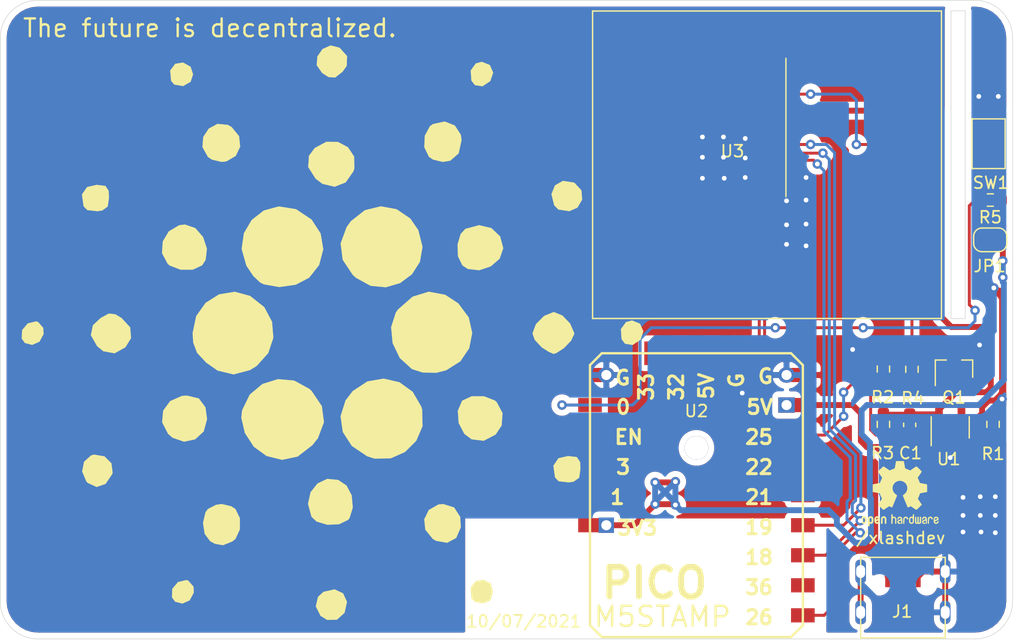
<source format=kicad_pcb>
(kicad_pcb (version 20171130) (host pcbnew 5.1.10-88a1d61d58~90~ubuntu20.04.1)

  (general
    (thickness 1.6)
    (drawings 16)
    (tracks 347)
    (zones 0)
    (modules 15)
    (nets 27)
  )

  (page A4)
  (layers
    (0 F.Cu signal)
    (31 B.Cu signal)
    (32 B.Adhes user)
    (33 F.Adhes user)
    (34 B.Paste user)
    (35 F.Paste user)
    (36 B.SilkS user)
    (37 F.SilkS user)
    (38 B.Mask user)
    (39 F.Mask user)
    (40 Dwgs.User user)
    (41 Cmts.User user)
    (42 Eco1.User user)
    (43 Eco2.User user)
    (44 Edge.Cuts user)
    (45 Margin user)
    (46 B.CrtYd user)
    (47 F.CrtYd user)
    (48 B.Fab user)
    (49 F.Fab user)
  )

  (setup
    (last_trace_width 0.25)
    (trace_clearance 0.2)
    (zone_clearance 0.508)
    (zone_45_only no)
    (trace_min 0.2)
    (via_size 0.8)
    (via_drill 0.4)
    (via_min_size 0.4)
    (via_min_drill 0.3)
    (uvia_size 0.3)
    (uvia_drill 0.1)
    (uvias_allowed no)
    (uvia_min_size 0.2)
    (uvia_min_drill 0.1)
    (edge_width 0.05)
    (segment_width 0.2)
    (pcb_text_width 0.3)
    (pcb_text_size 1.5 1.5)
    (mod_edge_width 0.12)
    (mod_text_size 1 1)
    (mod_text_width 0.15)
    (pad_size 1.524 1.524)
    (pad_drill 0.762)
    (pad_to_mask_clearance 0)
    (aux_axis_origin 0 0)
    (visible_elements FFFFFF7F)
    (pcbplotparams
      (layerselection 0x010fc_ffffffff)
      (usegerberextensions true)
      (usegerberattributes false)
      (usegerberadvancedattributes false)
      (creategerberjobfile false)
      (excludeedgelayer true)
      (linewidth 0.100000)
      (plotframeref false)
      (viasonmask false)
      (mode 1)
      (useauxorigin false)
      (hpglpennumber 1)
      (hpglpenspeed 20)
      (hpglpendiameter 15.000000)
      (psnegative false)
      (psa4output false)
      (plotreference true)
      (plotvalue false)
      (plotinvisibletext false)
      (padsonsilk false)
      (subtractmaskfromsilk true)
      (outputformat 1)
      (mirror false)
      (drillshape 0)
      (scaleselection 1)
      (outputdirectory "fab/"))
  )

  (net 0 "")
  (net 1 +3V3)
  (net 2 GND)
  (net 3 +5V)
  (net 4 "Net-(J1-Pad2)")
  (net 5 "Net-(J1-Pad3)")
  (net 6 "Net-(J1-Pad4)")
  (net 7 "Net-(JP1-Pad1)")
  (net 8 "Net-(Q1-Pad3)")
  (net 9 "Net-(R1-Pad1)")
  (net 10 "Net-(R2-Pad2)")
  (net 11 "Net-(R4-Pad1)")
  (net 12 "Net-(R5-Pad1)")
  (net 13 "Net-(U1-Pad4)")
  (net 14 "Net-(U2-Pad1)")
  (net 15 "Net-(U2-Pad18)")
  (net 16 "Net-(U2-Pad17)")
  (net 17 "Net-(U2-Pad16)")
  (net 18 "Net-(U2-Pad6)")
  (net 19 "Net-(U2-Pad5)")
  (net 20 "Net-(U2-Pad4)")
  (net 21 "Net-(U2-Pad3)")
  (net 22 "Net-(U2-Pad2)")
  (net 23 "Net-(U2-Pad13)")
  (net 24 "Net-(U2-Pad12)")
  (net 25 "Net-(Q1-Pad1)")
  (net 26 "Net-(U2-Pad11)")

  (net_class Default "This is the default net class."
    (clearance 0.2)
    (trace_width 0.25)
    (via_dia 0.8)
    (via_drill 0.4)
    (uvia_dia 0.3)
    (uvia_drill 0.1)
    (add_net "Net-(J1-Pad2)")
    (add_net "Net-(J1-Pad3)")
    (add_net "Net-(J1-Pad4)")
    (add_net "Net-(Q1-Pad1)")
    (add_net "Net-(Q1-Pad3)")
    (add_net "Net-(R1-Pad1)")
    (add_net "Net-(R2-Pad2)")
    (add_net "Net-(R4-Pad1)")
    (add_net "Net-(R5-Pad1)")
    (add_net "Net-(U1-Pad4)")
    (add_net "Net-(U2-Pad1)")
    (add_net "Net-(U2-Pad11)")
    (add_net "Net-(U2-Pad12)")
    (add_net "Net-(U2-Pad13)")
    (add_net "Net-(U2-Pad16)")
    (add_net "Net-(U2-Pad17)")
    (add_net "Net-(U2-Pad18)")
    (add_net "Net-(U2-Pad2)")
    (add_net "Net-(U2-Pad3)")
    (add_net "Net-(U2-Pad4)")
    (add_net "Net-(U2-Pad5)")
    (add_net "Net-(U2-Pad6)")
  )

  (net_class PWR ""
    (clearance 0.2)
    (trace_width 0.5)
    (via_dia 0.8)
    (via_drill 0.4)
    (uvia_dia 0.3)
    (uvia_drill 0.1)
    (add_net +3V3)
    (add_net +5V)
    (add_net GND)
    (add_net "Net-(JP1-Pad1)")
  )

  (module Custom_module:st7789_1_3OLED_240x240 (layer F.Cu) (tedit 5E86D4C2) (tstamp 615F3C3F)
    (at 64.8335 13.9065 90)
    (path /6162E724)
    (fp_text reference U3 (at 1.143 -2.921 180) (layer F.SilkS)
      (effects (font (size 1 1) (thickness 0.15)))
    )
    (fp_text value ST7789V_1_3OLED_240x240 (at -0.381 15.621 90) (layer F.Fab)
      (effects (font (size 1 1) (thickness 0.15)))
    )
    (fp_line (start -13 -14.75) (end 13 -14.75) (layer F.SilkS) (width 0.12))
    (fp_line (start 13 -14.75) (end 13 14.75) (layer F.SilkS) (width 0.12))
    (fp_line (start -13 14.75) (end 13 14.75) (layer F.SilkS) (width 0.12))
    (fp_line (start -13 -14.75) (end -13 14.75) (layer F.SilkS) (width 0.12))
    (fp_line (start -2.7 1.6) (end 9 1.6) (layer F.SilkS) (width 0.12))
    (pad 1 smd rect (at 6.68 1.12 90) (size 0.35 2) (layers F.Cu F.Paste F.Mask)
      (net 2 GND))
    (pad 2 smd rect (at 5.98 1.12 90) (size 0.35 2) (layers F.Cu F.Paste F.Mask)
      (net 11 "Net-(R4-Pad1)"))
    (pad 3 smd rect (at 5.28 1.12 90) (size 0.35 2) (layers F.Cu F.Paste F.Mask)
      (net 1 +3V3))
    (pad 4 smd rect (at 4.58 1.12 90) (size 0.35 2) (layers F.Cu F.Paste F.Mask)
      (net 1 +3V3))
    (pad 5 smd rect (at 3.88 1.12 90) (size 0.35 2) (layers F.Cu F.Paste F.Mask)
      (net 2 GND))
    (pad 6 smd rect (at 3.18 1.12 90) (size 0.35 2) (layers F.Cu F.Paste F.Mask)
      (net 2 GND))
    (pad 7 smd rect (at 2.48 1.12 90) (size 0.35 2) (layers F.Cu F.Paste F.Mask)
      (net 19 "Net-(U2-Pad5)"))
    (pad 8 smd rect (at 1.78 1.12 90) (size 0.35 2) (layers F.Cu F.Paste F.Mask)
      (net 20 "Net-(U2-Pad4)"))
    (pad 9 smd rect (at 1.08 1.12 90) (size 0.35 2) (layers F.Cu F.Paste F.Mask)
      (net 21 "Net-(U2-Pad3)"))
    (pad 10 smd rect (at 0.38 1.12 90) (size 0.35 2) (layers F.Cu F.Paste F.Mask)
      (net 14 "Net-(U2-Pad1)"))
    (pad 11 smd rect (at -0.32 1.12 90) (size 0.35 2) (layers F.Cu F.Paste F.Mask)
      (net 18 "Net-(U2-Pad6)"))
    (pad 12 smd rect (at -1.02 1.12 90) (size 0.35 2) (layers F.Cu F.Paste F.Mask)
      (net 2 GND))
  )

  (module Custom_Footprint:cardano (layer F.Cu) (tedit 0) (tstamp 615F586B)
    (at 28.067 28.1305)
    (fp_text reference G*** (at 0 0) (layer F.SilkS) hide
      (effects (font (size 1.524 1.524) (thickness 0.3)))
    )
    (fp_text value LOGO (at 0.75 0) (layer F.SilkS) hide
      (effects (font (size 1.524 1.524) (thickness 0.3)))
    )
    (fp_poly (pts (xy 0.917579 22.016805) (xy 1.250666 22.7333) (xy 1.044656 23.661667) (xy 0.401183 24.242526)
      (xy -0.433396 24.262931) (xy -0.987778 23.918333) (xy -1.38631 23.118038) (xy -1.199295 22.310136)
      (xy -0.731112 21.885899) (xy 0.203165 21.680517) (xy 0.917579 22.016805)) (layer F.SilkS) (width 0.01))
    (fp_poly (pts (xy -12.173446 20.94046) (xy -11.731283 21.446836) (xy -11.705119 21.958839) (xy -12.050569 22.606869)
      (xy -12.66999 22.880681) (xy -13.285223 22.720182) (xy -13.550006 22.357408) (xy -13.522207 21.632619)
      (xy -13.042476 21.063837) (xy -12.347142 20.894324) (xy -12.173446 20.94046)) (layer F.SilkS) (width 0.01))
    (fp_poly (pts (xy 13.417144 21.181882) (xy 13.581944 21.872222) (xy 13.388055 22.598951) (xy 12.786617 22.867104)
      (xy 12.042467 22.738967) (xy 11.778735 22.426131) (xy 11.700214 21.552752) (xy 12.122843 20.983143)
      (xy 12.786617 20.87734) (xy 13.417144 21.181882)) (layer F.SilkS) (width 0.01))
    (fp_poly (pts (xy -8.539048 14.654933) (xy -8.184445 14.887222) (xy -7.803615 15.668952) (xy -7.812829 16.621644)
      (xy -8.180884 17.415315) (xy -8.443475 17.626477) (xy -9.236533 17.946143) (xy -9.901004 17.831515)
      (xy -10.31875 17.610632) (xy -10.783422 16.987525) (xy -10.925386 16.063961) (xy -10.720505 15.178748)
      (xy -10.512778 14.887222) (xy -9.825011 14.533783) (xy -9.348611 14.463889) (xy -8.539048 14.654933)) (layer F.SilkS) (width 0.01))
    (fp_poly (pts (xy 10.308442 14.756521) (xy 10.822358 15.552122) (xy 10.873407 16.432973) (xy 10.485146 17.330368)
      (xy 9.719714 17.739472) (xy 8.777728 17.576928) (xy 8.507412 17.416055) (xy 7.872829 16.638144)
      (xy 7.781425 15.748936) (xy 8.169125 14.966218) (xy 8.971855 14.507774) (xy 9.375971 14.463889)
      (xy 10.308442 14.756521)) (layer F.SilkS) (width 0.01))
    (fp_poly (pts (xy 0.507802 12.428427) (xy 1.209524 12.901587) (xy 1.646797 13.7278) (xy 1.738655 14.760616)
      (xy 1.469082 15.645231) (xy 1.340555 15.804444) (xy 0.575132 16.176236) (xy -0.416143 16.215761)
      (xy -1.316122 15.949588) (xy -1.751477 15.545414) (xy -2.046311 14.451476) (xy -1.832274 13.471798)
      (xy -1.244891 12.727391) (xy -0.41969 12.339264) (xy 0.507802 12.428427)) (layer F.SilkS) (width 0.01))
    (fp_poly (pts (xy -19.256493 10.436109) (xy -18.672017 11.01605) (xy -18.568896 11.813634) (xy -18.607526 11.94054)
      (xy -19.165113 12.7601) (xy -19.91629 13.023694) (xy -20.671456 12.679166) (xy -20.797774 12.543029)
      (xy -21.144925 11.708763) (xy -20.983918 10.892009) (xy -20.392486 10.354851) (xy -20.128099 10.285247)
      (xy -19.256493 10.436109)) (layer F.SilkS) (width 0.01))
    (fp_poly (pts (xy 20.683086 10.494908) (xy 20.958138 10.908761) (xy 20.990278 11.465278) (xy 20.882758 12.238848)
      (xy 20.425615 12.565502) (xy 20.018133 12.635431) (xy 19.15505 12.541208) (xy 18.84177 12.215066)
      (xy 18.701684 11.220418) (xy 19.133572 10.592858) (xy 19.936776 10.406944) (xy 20.683086 10.494908)) (layer F.SilkS) (width 0.01))
    (fp_poly (pts (xy -3.213252 4.02608) (xy -1.937213 4.725614) (xy -1.736752 4.911752) (xy -0.876683 6.187717)
      (xy -0.699366 7.547594) (xy -1.206123 8.892369) (xy -1.675695 9.485426) (xy -2.923429 10.450574)
      (xy -4.240269 10.728253) (xy -5.553231 10.402879) (xy -6.628191 9.620885) (xy -7.383575 8.459414)
      (xy -7.685062 7.170178) (xy -7.618042 6.533547) (xy -6.968337 5.206413) (xy -5.902107 4.314267)
      (xy -4.592648 3.904893) (xy -3.213252 4.02608)) (layer F.SilkS) (width 0.01))
    (fp_poly (pts (xy 5.685786 4.168458) (xy 6.800529 4.972012) (xy 7.53089 6.225396) (xy 7.60482 6.480868)
      (xy 7.638111 7.879832) (xy 7.10942 9.114148) (xy 6.160947 10.06314) (xy 4.934892 10.606131)
      (xy 3.573458 10.622444) (xy 2.955679 10.426299) (xy 1.656075 9.55048) (xy 0.895441 8.371531)
      (xy 0.707122 7.040313) (xy 1.124464 5.707687) (xy 1.736752 4.911752) (xy 2.983749 4.09283)
      (xy 4.35681 3.860231) (xy 5.685786 4.168458)) (layer F.SilkS) (width 0.01))
    (fp_poly (pts (xy -11.277836 5.535462) (xy -10.717776 6.290393) (xy -10.583334 7.290088) (xy -10.867717 8.330042)
      (xy -11.58465 8.989688) (xy -12.529808 9.192358) (xy -13.498864 8.861384) (xy -13.880046 8.527083)
      (xy -14.381281 7.550025) (xy -14.293497 6.567292) (xy -13.706963 5.763936) (xy -12.711947 5.325009)
      (xy -12.301806 5.291666) (xy -11.277836 5.535462)) (layer F.SilkS) (width 0.01))
    (fp_poly (pts (xy 12.825421 5.35188) (xy 13.738033 5.702577) (xy 13.909524 5.846032) (xy 14.403634 6.781122)
      (xy 14.3254 7.827912) (xy 13.81875 8.588379) (xy 12.810198 9.11506) (xy 11.788957 8.992303)
      (xy 11.167176 8.527083) (xy 10.691713 7.613034) (xy 10.622946 6.575787) (xy 10.979585 5.743136)
      (xy 11.006666 5.715) (xy 11.796696 5.350682) (xy 12.825421 5.35188)) (layer F.SilkS) (width 0.01))
    (fp_poly (pts (xy -6.944169 -3.133711) (xy -5.744764 -2.184162) (xy -5.089042 -0.951104) (xy -4.977004 0.399286)
      (xy -5.40865 1.700833) (xy -6.383979 2.787359) (xy -6.944169 3.133711) (xy -8.338248 3.506646)
      (xy -9.697281 3.177144) (xy -10.657945 2.505546) (xy -11.429881 1.673972) (xy -11.752814 0.814116)
      (xy -11.80202 0) (xy -11.501876 -1.425906) (xy -10.704345 -2.547943) (xy -9.563782 -3.266541)
      (xy -8.234539 -3.482128) (xy -6.944169 -3.133711)) (layer F.SilkS) (width 0.01))
    (fp_poly (pts (xy 9.556222 -3.227796) (xy 10.657944 -2.505546) (xy 11.544905 -1.315478) (xy 11.837061 0.003269)
      (xy 11.584348 1.292808) (xy 10.8367 2.395256) (xy 9.644054 3.152726) (xy 8.800482 3.367363)
      (xy 7.632066 3.341304) (xy 6.741608 3.053005) (xy 5.714804 2.119105) (xy 5.11106 0.867178)
      (xy 4.981206 -0.485207) (xy 5.376072 -1.720479) (xy 5.564094 -1.987183) (xy 6.801897 -3.071788)
      (xy 8.16239 -3.488357) (xy 9.556222 -3.227796)) (layer F.SilkS) (width 0.01))
    (fp_poly (pts (xy -18.345815 -1.580054) (xy -17.815278 -1.267163) (xy -17.084091 -0.472821) (xy -17.00954 0.437201)
      (xy -17.487699 1.209524) (xy -18.400808 1.717369) (xy -19.348149 1.547593) (xy -19.877268 1.11875)
      (xy -20.406601 0.189197) (xy -20.236116 -0.651508) (xy -19.579167 -1.267163) (xy -18.88871 -1.640425)
      (xy -18.345815 -1.580054)) (layer F.SilkS) (width 0.01))
    (fp_poly (pts (xy 19.466578 -1.474073) (xy 20.119015 -0.795064) (xy 20.45433 -0.012515) (xy 20.461111 0.095968)
      (xy 20.197704 0.65434) (xy 19.59577 1.280636) (xy 18.937743 1.707792) (xy 18.697222 1.763889)
      (xy 18.293621 1.582757) (xy 17.717384 1.214718) (xy 17.127722 0.585496) (xy 16.933333 0.034672)
      (xy 17.225096 -0.744869) (xy 17.910506 -1.437373) (xy 18.704741 -1.762175) (xy 18.758518 -1.763889)
      (xy 19.466578 -1.474073)) (layer F.SilkS) (width 0.01))
    (fp_poly (pts (xy -24.873446 -0.931762) (xy -24.431283 -0.425386) (xy -24.405119 0.086617) (xy -24.750569 0.734647)
      (xy -25.36999 1.008459) (xy -25.985223 0.84796) (xy -26.250006 0.485186) (xy -26.222207 -0.239603)
      (xy -25.742476 -0.808385) (xy -25.047142 -0.977898) (xy -24.873446 -0.931762)) (layer F.SilkS) (width 0.01))
    (fp_poly (pts (xy 26.029761 -0.780692) (xy 26.310461 -0.139862) (xy 26.068446 0.57388) (xy 25.401833 1.013832)
      (xy 24.760386 0.911286) (xy 24.46924 0.529166) (xy 24.411285 -0.323546) (xy 24.843253 -0.919553)
      (xy 25.351185 -1.058333) (xy 26.029761 -0.780692)) (layer F.SilkS) (width 0.01))
    (fp_poly (pts (xy -3.112775 -10.475586) (xy -3.009177 -10.434095) (xy -1.739972 -9.584108) (xy -0.979326 -8.408984)
      (xy -0.757697 -7.074046) (xy -1.105544 -5.744616) (xy -1.94804 -4.674306) (xy -3.085318 -4.080947)
      (xy -4.475787 -3.882702) (xy -5.779124 -4.11352) (xy -6.085425 -4.261595) (xy -6.672969 -4.817909)
      (xy -7.244014 -5.668252) (xy -7.263173 -5.704835) (xy -7.658118 -7.106556) (xy -7.469965 -8.430647)
      (xy -6.810036 -9.553351) (xy -5.789649 -10.350913) (xy -4.520122 -10.699577) (xy -3.112775 -10.475586)) (layer F.SilkS) (width 0.01))
    (fp_poly (pts (xy 5.443227 -10.465484) (xy 6.606571 -9.674174) (xy 7.275939 -8.699784) (xy 7.635939 -7.290203)
      (xy 7.41683 -6.016736) (xy 6.743222 -4.964596) (xy 5.739721 -4.219) (xy 4.530938 -3.865161)
      (xy 3.241481 -3.988295) (xy 1.995957 -4.673617) (xy 1.736752 -4.911752) (xy 0.885739 -6.187711)
      (xy 0.712113 -7.570438) (xy 1.21931 -8.957884) (xy 1.583632 -9.456068) (xy 2.75903 -10.37938)
      (xy 4.103137 -10.708202) (xy 5.443227 -10.465484)) (layer F.SilkS) (width 0.01))
    (fp_poly (pts (xy -11.573889 -8.867322) (xy -10.918648 -8.109342) (xy -10.595574 -7.133368) (xy -10.703648 -6.174483)
      (xy -11.006667 -5.715) (xy -11.796697 -5.350682) (xy -12.825421 -5.35188) (xy -13.738033 -5.702578)
      (xy -13.909524 -5.846032) (xy -14.392209 -6.746956) (xy -14.330259 -7.73428) (xy -13.817103 -8.593271)
      (xy -12.94617 -9.109195) (xy -12.462315 -9.172222) (xy -11.573889 -8.867322)) (layer F.SilkS) (width 0.01))
    (fp_poly (pts (xy 13.452869 -8.870951) (xy 14.196362 -8.1722) (xy 14.463889 -7.170648) (xy 14.158988 -6.282222)
      (xy 13.401008 -5.626981) (xy 12.425034 -5.303908) (xy 11.466149 -5.411981) (xy 11.006667 -5.715)
      (xy 10.634875 -6.480424) (xy 10.59535 -7.471699) (xy 10.861522 -8.371677) (xy 11.265697 -8.807033)
      (xy 12.415138 -9.113693) (xy 13.452869 -8.870951)) (layer F.SilkS) (width 0.01))
    (fp_poly (pts (xy -19.180803 -12.435648) (xy -18.905751 -12.021795) (xy -18.873611 -11.465278) (xy -18.981131 -10.691707)
      (xy -19.438274 -10.365054) (xy -19.845756 -10.295124) (xy -20.708838 -10.389347) (xy -21.022119 -10.71549)
      (xy -21.162205 -11.710138) (xy -20.730317 -12.337698) (xy -19.927113 -12.523611) (xy -19.180803 -12.435648)) (layer F.SilkS) (width 0.01))
    (fp_poly (pts (xy 20.4108 -12.723642) (xy 20.50781 -12.675008) (xy 21.075362 -12.055899) (xy 21.134042 -11.274326)
      (xy 20.735247 -10.596671) (xy 20.049212 -10.298123) (xy 19.133526 -10.434022) (xy 18.772425 -10.789202)
      (xy 18.536826 -11.730197) (xy 18.831638 -12.475242) (xy 19.506436 -12.860878) (xy 20.4108 -12.723642)) (layer F.SilkS) (width 0.01))
    (fp_poly (pts (xy 0.493546 -16.15049) (xy 1.332625 -15.703126) (xy 1.849974 -14.924543) (xy 1.876023 -13.916647)
      (xy 1.800286 -13.677676) (xy 1.139821 -12.733267) (xy 0.204813 -12.365828) (xy -0.828346 -12.609684)
      (xy -1.411111 -13.052778) (xy -2.030594 -14.030811) (xy -1.964297 -14.99016) (xy -1.471528 -15.643935)
      (xy -0.497695 -16.164728) (xy 0.493546 -16.15049)) (layer F.SilkS) (width 0.01))
    (fp_poly (pts (xy -8.831278 -17.596666) (xy -8.507683 -17.416245) (xy -7.878019 -16.642857) (xy -7.782943 -15.75442)
      (xy -8.160047 -14.970046) (xy -8.946919 -14.508847) (xy -9.348611 -14.463889) (xy -10.158174 -14.654934)
      (xy -10.512778 -14.887222) (xy -10.973838 -15.722153) (xy -10.904723 -16.576418) (xy -10.436928 -17.284161)
      (xy -9.701948 -17.679529) (xy -8.831278 -17.596666)) (layer F.SilkS) (width 0.01))
    (fp_poly (pts (xy 10.371185 -17.540686) (xy 10.877869 -16.755496) (xy 10.936111 -16.305897) (xy 10.691661 -15.183583)
      (xy 9.985066 -14.569273) (xy 9.348611 -14.463889) (xy 8.539048 -14.654934) (xy 8.184444 -14.887222)
      (xy 7.788952 -15.699198) (xy 7.825131 -16.669246) (xy 8.254543 -17.470969) (xy 8.51129 -17.662771)
      (xy 9.513213 -17.881785) (xy 10.371185 -17.540686)) (layer F.SilkS) (width 0.01))
    (fp_poly (pts (xy -11.977848 -22.511538) (xy -11.7655 -21.873444) (xy -11.976339 -21.234847) (xy -12.610365 -20.877773)
      (xy -12.613383 -20.877341) (xy -13.357533 -21.005478) (xy -13.621265 -21.318313) (xy -13.699786 -22.191693)
      (xy -13.277157 -22.761302) (xy -12.613383 -22.867104) (xy -11.977848 -22.511538)) (layer F.SilkS) (width 0.01))
    (fp_poly (pts (xy 13.329761 -22.652914) (xy 13.610461 -22.012084) (xy 13.368446 -21.298342) (xy 12.701833 -20.85839)
      (xy 12.060386 -20.960936) (xy 11.76924 -21.343056) (xy 11.711285 -22.195768) (xy 12.143253 -22.791775)
      (xy 12.651185 -22.930556) (xy 13.329761 -22.652914)) (layer F.SilkS) (width 0.01))
    (fp_poly (pts (xy 0.617361 -24.125662) (xy 1.256397 -23.413769) (xy 1.227656 -22.589611) (xy 0.874367 -22.091431)
      (xy 0.246494 -21.598042) (xy -0.31782 -21.642269) (xy -0.85288 -21.983734) (xy -1.310601 -22.644521)
      (xy -1.25428 -23.384301) (xy -0.819182 -24.006012) (xy -0.140574 -24.312591) (xy 0.617361 -24.125662)) (layer F.SilkS) (width 0.01))
  )

  (module Symbol:OSHW-Logo2_7.3x6mm_SilkScreen (layer F.Cu) (tedit 0) (tstamp 615F5458)
    (at 76.073 41.7195)
    (descr "Open Source Hardware Symbol")
    (tags "Logo Symbol OSHW")
    (attr virtual)
    (fp_text reference REF** (at 0 0) (layer F.SilkS) hide
      (effects (font (size 1 1) (thickness 0.15)))
    )
    (fp_text value OSHW-Logo2_7.3x6mm_SilkScreen (at 0.75 0) (layer F.Fab) hide
      (effects (font (size 1 1) (thickness 0.15)))
    )
    (fp_poly (pts (xy -2.400256 1.919918) (xy -2.344799 1.947568) (xy -2.295852 1.99848) (xy -2.282371 2.017338)
      (xy -2.267686 2.042015) (xy -2.258158 2.068816) (xy -2.252707 2.104587) (xy -2.250253 2.156169)
      (xy -2.249714 2.224267) (xy -2.252148 2.317588) (xy -2.260606 2.387657) (xy -2.276826 2.439931)
      (xy -2.302546 2.479869) (xy -2.339503 2.512929) (xy -2.342218 2.514886) (xy -2.37864 2.534908)
      (xy -2.422498 2.544815) (xy -2.478276 2.547257) (xy -2.568952 2.547257) (xy -2.56899 2.635283)
      (xy -2.569834 2.684308) (xy -2.574976 2.713065) (xy -2.588413 2.730311) (xy -2.614142 2.744808)
      (xy -2.620321 2.747769) (xy -2.649236 2.761648) (xy -2.671624 2.770414) (xy -2.688271 2.771171)
      (xy -2.699964 2.761023) (xy -2.70749 2.737073) (xy -2.711634 2.696426) (xy -2.713185 2.636186)
      (xy -2.712929 2.553455) (xy -2.711651 2.445339) (xy -2.711252 2.413) (xy -2.709815 2.301524)
      (xy -2.708528 2.228603) (xy -2.569029 2.228603) (xy -2.568245 2.290499) (xy -2.56476 2.330997)
      (xy -2.556876 2.357708) (xy -2.542895 2.378244) (xy -2.533403 2.38826) (xy -2.494596 2.417567)
      (xy -2.460237 2.419952) (xy -2.424784 2.39575) (xy -2.423886 2.394857) (xy -2.409461 2.376153)
      (xy -2.400687 2.350732) (xy -2.396261 2.311584) (xy -2.394882 2.251697) (xy -2.394857 2.23843)
      (xy -2.398188 2.155901) (xy -2.409031 2.098691) (xy -2.42866 2.063766) (xy -2.45835 2.048094)
      (xy -2.475509 2.046514) (xy -2.516234 2.053926) (xy -2.544168 2.07833) (xy -2.560983 2.12298)
      (xy -2.56835 2.19113) (xy -2.569029 2.228603) (xy -2.708528 2.228603) (xy -2.708292 2.215245)
      (xy -2.706323 2.150333) (xy -2.70355 2.102958) (xy -2.699612 2.06929) (xy -2.694151 2.045498)
      (xy -2.686808 2.027753) (xy -2.677223 2.012224) (xy -2.673113 2.006381) (xy -2.618595 1.951185)
      (xy -2.549664 1.91989) (xy -2.469928 1.911165) (xy -2.400256 1.919918)) (layer F.SilkS) (width 0.01))
    (fp_poly (pts (xy -1.283907 1.92778) (xy -1.237328 1.954723) (xy -1.204943 1.981466) (xy -1.181258 2.009484)
      (xy -1.164941 2.043748) (xy -1.154661 2.089227) (xy -1.149086 2.150892) (xy -1.146884 2.233711)
      (xy -1.146629 2.293246) (xy -1.146629 2.512391) (xy -1.208314 2.540044) (xy -1.27 2.567697)
      (xy -1.277257 2.32767) (xy -1.280256 2.238028) (xy -1.283402 2.172962) (xy -1.287299 2.128026)
      (xy -1.292553 2.09877) (xy -1.299769 2.080748) (xy -1.30955 2.069511) (xy -1.312688 2.067079)
      (xy -1.360239 2.048083) (xy -1.408303 2.0556) (xy -1.436914 2.075543) (xy -1.448553 2.089675)
      (xy -1.456609 2.10822) (xy -1.461729 2.136334) (xy -1.464559 2.179173) (xy -1.465744 2.241895)
      (xy -1.465943 2.307261) (xy -1.465982 2.389268) (xy -1.467386 2.447316) (xy -1.472086 2.486465)
      (xy -1.482013 2.51178) (xy -1.499097 2.528323) (xy -1.525268 2.541156) (xy -1.560225 2.554491)
      (xy -1.598404 2.569007) (xy -1.593859 2.311389) (xy -1.592029 2.218519) (xy -1.589888 2.149889)
      (xy -1.586819 2.100711) (xy -1.582206 2.066198) (xy -1.575432 2.041562) (xy -1.565881 2.022016)
      (xy -1.554366 2.00477) (xy -1.49881 1.94968) (xy -1.43102 1.917822) (xy -1.357287 1.910191)
      (xy -1.283907 1.92778)) (layer F.SilkS) (width 0.01))
    (fp_poly (pts (xy -2.958885 1.921962) (xy -2.890855 1.957733) (xy -2.840649 2.015301) (xy -2.822815 2.052312)
      (xy -2.808937 2.107882) (xy -2.801833 2.178096) (xy -2.80116 2.254727) (xy -2.806573 2.329552)
      (xy -2.81773 2.394342) (xy -2.834286 2.440873) (xy -2.839374 2.448887) (xy -2.899645 2.508707)
      (xy -2.971231 2.544535) (xy -3.048908 2.55502) (xy -3.127452 2.53881) (xy -3.149311 2.529092)
      (xy -3.191878 2.499143) (xy -3.229237 2.459433) (xy -3.232768 2.454397) (xy -3.247119 2.430124)
      (xy -3.256606 2.404178) (xy -3.26221 2.370022) (xy -3.264914 2.321119) (xy -3.265701 2.250935)
      (xy -3.265714 2.2352) (xy -3.265678 2.230192) (xy -3.120571 2.230192) (xy -3.119727 2.29643)
      (xy -3.116404 2.340386) (xy -3.109417 2.368779) (xy -3.097584 2.388325) (xy -3.091543 2.394857)
      (xy -3.056814 2.41968) (xy -3.023097 2.418548) (xy -2.989005 2.397016) (xy -2.968671 2.374029)
      (xy -2.956629 2.340478) (xy -2.949866 2.287569) (xy -2.949402 2.281399) (xy -2.948248 2.185513)
      (xy -2.960312 2.114299) (xy -2.98543 2.068194) (xy -3.02344 2.047635) (xy -3.037008 2.046514)
      (xy -3.072636 2.052152) (xy -3.097006 2.071686) (xy -3.111907 2.109042) (xy -3.119125 2.16815)
      (xy -3.120571 2.230192) (xy -3.265678 2.230192) (xy -3.265174 2.160413) (xy -3.262904 2.108159)
      (xy -3.257932 2.071949) (xy -3.249287 2.045299) (xy -3.235995 2.021722) (xy -3.233057 2.017338)
      (xy -3.183687 1.958249) (xy -3.129891 1.923947) (xy -3.064398 1.910331) (xy -3.042158 1.909665)
      (xy -2.958885 1.921962)) (layer F.SilkS) (width 0.01))
    (fp_poly (pts (xy -1.831697 1.931239) (xy -1.774473 1.969735) (xy -1.730251 2.025335) (xy -1.703833 2.096086)
      (xy -1.69849 2.148162) (xy -1.699097 2.169893) (xy -1.704178 2.186531) (xy -1.718145 2.201437)
      (xy -1.745411 2.217973) (xy -1.790388 2.239498) (xy -1.857489 2.269374) (xy -1.857829 2.269524)
      (xy -1.919593 2.297813) (xy -1.970241 2.322933) (xy -2.004596 2.342179) (xy -2.017482 2.352848)
      (xy -2.017486 2.352934) (xy -2.006128 2.376166) (xy -1.979569 2.401774) (xy -1.949077 2.420221)
      (xy -1.93363 2.423886) (xy -1.891485 2.411212) (xy -1.855192 2.379471) (xy -1.837483 2.344572)
      (xy -1.820448 2.318845) (xy -1.787078 2.289546) (xy -1.747851 2.264235) (xy -1.713244 2.250471)
      (xy -1.706007 2.249714) (xy -1.697861 2.26216) (xy -1.69737 2.293972) (xy -1.703357 2.336866)
      (xy -1.714643 2.382558) (xy -1.73005 2.422761) (xy -1.730829 2.424322) (xy -1.777196 2.489062)
      (xy -1.837289 2.533097) (xy -1.905535 2.554711) (xy -1.976362 2.552185) (xy -2.044196 2.523804)
      (xy -2.047212 2.521808) (xy -2.100573 2.473448) (xy -2.13566 2.410352) (xy -2.155078 2.327387)
      (xy -2.157684 2.304078) (xy -2.162299 2.194055) (xy -2.156767 2.142748) (xy -2.017486 2.142748)
      (xy -2.015676 2.174753) (xy -2.005778 2.184093) (xy -1.981102 2.177105) (xy -1.942205 2.160587)
      (xy -1.898725 2.139881) (xy -1.897644 2.139333) (xy -1.860791 2.119949) (xy -1.846 2.107013)
      (xy -1.849647 2.093451) (xy -1.865005 2.075632) (xy -1.904077 2.049845) (xy -1.946154 2.04795)
      (xy -1.983897 2.066717) (xy -2.009966 2.102915) (xy -2.017486 2.142748) (xy -2.156767 2.142748)
      (xy -2.152806 2.106027) (xy -2.12845 2.036212) (xy -2.094544 1.987302) (xy -2.033347 1.937878)
      (xy -1.965937 1.913359) (xy -1.89712 1.911797) (xy -1.831697 1.931239)) (layer F.SilkS) (width 0.01))
    (fp_poly (pts (xy -0.624114 1.851289) (xy -0.619861 1.910613) (xy -0.614975 1.945572) (xy -0.608205 1.96082)
      (xy -0.598298 1.961015) (xy -0.595086 1.959195) (xy -0.552356 1.946015) (xy -0.496773 1.946785)
      (xy -0.440263 1.960333) (xy -0.404918 1.977861) (xy -0.368679 2.005861) (xy -0.342187 2.037549)
      (xy -0.324001 2.077813) (xy -0.312678 2.131543) (xy -0.306778 2.203626) (xy -0.304857 2.298951)
      (xy -0.304823 2.317237) (xy -0.3048 2.522646) (xy -0.350509 2.53858) (xy -0.382973 2.54942)
      (xy -0.400785 2.554468) (xy -0.401309 2.554514) (xy -0.403063 2.540828) (xy -0.404556 2.503076)
      (xy -0.405674 2.446224) (xy -0.406303 2.375234) (xy -0.4064 2.332073) (xy -0.406602 2.246973)
      (xy -0.407642 2.185981) (xy -0.410169 2.144177) (xy -0.414836 2.116642) (xy -0.422293 2.098456)
      (xy -0.433189 2.084698) (xy -0.439993 2.078073) (xy -0.486728 2.051375) (xy -0.537728 2.049375)
      (xy -0.583999 2.071955) (xy -0.592556 2.080107) (xy -0.605107 2.095436) (xy -0.613812 2.113618)
      (xy -0.619369 2.139909) (xy -0.622474 2.179562) (xy -0.623824 2.237832) (xy -0.624114 2.318173)
      (xy -0.624114 2.522646) (xy -0.669823 2.53858) (xy -0.702287 2.54942) (xy -0.720099 2.554468)
      (xy -0.720623 2.554514) (xy -0.721963 2.540623) (xy -0.723172 2.501439) (xy -0.724199 2.4407)
      (xy -0.724998 2.362141) (xy -0.725519 2.269498) (xy -0.725714 2.166509) (xy -0.725714 1.769342)
      (xy -0.678543 1.749444) (xy -0.631371 1.729547) (xy -0.624114 1.851289)) (layer F.SilkS) (width 0.01))
    (fp_poly (pts (xy 0.039744 1.950968) (xy 0.096616 1.972087) (xy 0.097267 1.972493) (xy 0.13244 1.99838)
      (xy 0.158407 2.028633) (xy 0.17667 2.068058) (xy 0.188732 2.121462) (xy 0.196096 2.193651)
      (xy 0.200264 2.289432) (xy 0.200629 2.303078) (xy 0.205876 2.508842) (xy 0.161716 2.531678)
      (xy 0.129763 2.54711) (xy 0.11047 2.554423) (xy 0.109578 2.554514) (xy 0.106239 2.541022)
      (xy 0.103587 2.504626) (xy 0.101956 2.451452) (xy 0.1016 2.408393) (xy 0.101592 2.338641)
      (xy 0.098403 2.294837) (xy 0.087288 2.273944) (xy 0.063501 2.272925) (xy 0.022296 2.288741)
      (xy -0.039914 2.317815) (xy -0.085659 2.341963) (xy -0.109187 2.362913) (xy -0.116104 2.385747)
      (xy -0.116114 2.386877) (xy -0.104701 2.426212) (xy -0.070908 2.447462) (xy -0.019191 2.450539)
      (xy 0.018061 2.450006) (xy 0.037703 2.460735) (xy 0.049952 2.486505) (xy 0.057002 2.519337)
      (xy 0.046842 2.537966) (xy 0.043017 2.540632) (xy 0.007001 2.55134) (xy -0.043434 2.552856)
      (xy -0.095374 2.545759) (xy -0.132178 2.532788) (xy -0.183062 2.489585) (xy -0.211986 2.429446)
      (xy -0.217714 2.382462) (xy -0.213343 2.340082) (xy -0.197525 2.305488) (xy -0.166203 2.274763)
      (xy -0.115322 2.24399) (xy -0.040824 2.209252) (xy -0.036286 2.207288) (xy 0.030821 2.176287)
      (xy 0.072232 2.150862) (xy 0.089981 2.128014) (xy 0.086107 2.104745) (xy 0.062643 2.078056)
      (xy 0.055627 2.071914) (xy 0.00863 2.0481) (xy -0.040067 2.049103) (xy -0.082478 2.072451)
      (xy -0.110616 2.115675) (xy -0.113231 2.12416) (xy -0.138692 2.165308) (xy -0.170999 2.185128)
      (xy -0.217714 2.20477) (xy -0.217714 2.15395) (xy -0.203504 2.080082) (xy -0.161325 2.012327)
      (xy -0.139376 1.989661) (xy -0.089483 1.960569) (xy -0.026033 1.9474) (xy 0.039744 1.950968)) (layer F.SilkS) (width 0.01))
    (fp_poly (pts (xy 0.529926 1.949755) (xy 0.595858 1.974084) (xy 0.649273 2.017117) (xy 0.670164 2.047409)
      (xy 0.692939 2.102994) (xy 0.692466 2.143186) (xy 0.668562 2.170217) (xy 0.659717 2.174813)
      (xy 0.62153 2.189144) (xy 0.602028 2.185472) (xy 0.595422 2.161407) (xy 0.595086 2.148114)
      (xy 0.582992 2.09921) (xy 0.551471 2.064999) (xy 0.507659 2.048476) (xy 0.458695 2.052634)
      (xy 0.418894 2.074227) (xy 0.40545 2.086544) (xy 0.395921 2.101487) (xy 0.389485 2.124075)
      (xy 0.385317 2.159328) (xy 0.382597 2.212266) (xy 0.380502 2.287907) (xy 0.37996 2.311857)
      (xy 0.377981 2.39379) (xy 0.375731 2.451455) (xy 0.372357 2.489608) (xy 0.367006 2.513004)
      (xy 0.358824 2.526398) (xy 0.346959 2.534545) (xy 0.339362 2.538144) (xy 0.307102 2.550452)
      (xy 0.288111 2.554514) (xy 0.281836 2.540948) (xy 0.278006 2.499934) (xy 0.2766 2.430999)
      (xy 0.277598 2.333669) (xy 0.277908 2.318657) (xy 0.280101 2.229859) (xy 0.282693 2.165019)
      (xy 0.286382 2.119067) (xy 0.291864 2.086935) (xy 0.299835 2.063553) (xy 0.310993 2.043852)
      (xy 0.31683 2.03541) (xy 0.350296 1.998057) (xy 0.387727 1.969003) (xy 0.392309 1.966467)
      (xy 0.459426 1.946443) (xy 0.529926 1.949755)) (layer F.SilkS) (width 0.01))
    (fp_poly (pts (xy 1.190117 2.065358) (xy 1.189933 2.173837) (xy 1.189219 2.257287) (xy 1.187675 2.319704)
      (xy 1.185001 2.365085) (xy 1.180894 2.397429) (xy 1.175055 2.420733) (xy 1.167182 2.438995)
      (xy 1.161221 2.449418) (xy 1.111855 2.505945) (xy 1.049264 2.541377) (xy 0.980013 2.55409)
      (xy 0.910668 2.542463) (xy 0.869375 2.521568) (xy 0.826025 2.485422) (xy 0.796481 2.441276)
      (xy 0.778655 2.383462) (xy 0.770463 2.306313) (xy 0.769302 2.249714) (xy 0.769458 2.245647)
      (xy 0.870857 2.245647) (xy 0.871476 2.31055) (xy 0.874314 2.353514) (xy 0.88084 2.381622)
      (xy 0.892523 2.401953) (xy 0.906483 2.417288) (xy 0.953365 2.44689) (xy 1.003701 2.449419)
      (xy 1.051276 2.424705) (xy 1.054979 2.421356) (xy 1.070783 2.403935) (xy 1.080693 2.383209)
      (xy 1.086058 2.352362) (xy 1.088228 2.304577) (xy 1.088571 2.251748) (xy 1.087827 2.185381)
      (xy 1.084748 2.141106) (xy 1.078061 2.112009) (xy 1.066496 2.091173) (xy 1.057013 2.080107)
      (xy 1.01296 2.052198) (xy 0.962224 2.048843) (xy 0.913796 2.070159) (xy 0.90445 2.078073)
      (xy 0.88854 2.095647) (xy 0.87861 2.116587) (xy 0.873278 2.147782) (xy 0.871163 2.196122)
      (xy 0.870857 2.245647) (xy 0.769458 2.245647) (xy 0.77281 2.158568) (xy 0.784726 2.090086)
      (xy 0.807135 2.0386) (xy 0.842124 1.998443) (xy 0.869375 1.977861) (xy 0.918907 1.955625)
      (xy 0.976316 1.945304) (xy 1.029682 1.948067) (xy 1.059543 1.959212) (xy 1.071261 1.962383)
      (xy 1.079037 1.950557) (xy 1.084465 1.918866) (xy 1.088571 1.870593) (xy 1.093067 1.816829)
      (xy 1.099313 1.784482) (xy 1.110676 1.765985) (xy 1.130528 1.75377) (xy 1.143 1.748362)
      (xy 1.190171 1.728601) (xy 1.190117 2.065358)) (layer F.SilkS) (width 0.01))
    (fp_poly (pts (xy 1.779833 1.958663) (xy 1.782048 1.99685) (xy 1.783784 2.054886) (xy 1.784899 2.12818)
      (xy 1.785257 2.205055) (xy 1.785257 2.465196) (xy 1.739326 2.511127) (xy 1.707675 2.539429)
      (xy 1.67989 2.550893) (xy 1.641915 2.550168) (xy 1.62684 2.548321) (xy 1.579726 2.542948)
      (xy 1.540756 2.539869) (xy 1.531257 2.539585) (xy 1.499233 2.541445) (xy 1.453432 2.546114)
      (xy 1.435674 2.548321) (xy 1.392057 2.551735) (xy 1.362745 2.54432) (xy 1.33368 2.521427)
      (xy 1.323188 2.511127) (xy 1.277257 2.465196) (xy 1.277257 1.978602) (xy 1.314226 1.961758)
      (xy 1.346059 1.949282) (xy 1.364683 1.944914) (xy 1.369458 1.958718) (xy 1.373921 1.997286)
      (xy 1.377775 2.056356) (xy 1.380722 2.131663) (xy 1.382143 2.195286) (xy 1.386114 2.445657)
      (xy 1.420759 2.450556) (xy 1.452268 2.447131) (xy 1.467708 2.436041) (xy 1.472023 2.415308)
      (xy 1.475708 2.371145) (xy 1.478469 2.309146) (xy 1.480012 2.234909) (xy 1.480235 2.196706)
      (xy 1.480457 1.976783) (xy 1.526166 1.960849) (xy 1.558518 1.950015) (xy 1.576115 1.944962)
      (xy 1.576623 1.944914) (xy 1.578388 1.958648) (xy 1.580329 1.99673) (xy 1.582282 2.054482)
      (xy 1.584084 2.127227) (xy 1.585343 2.195286) (xy 1.589314 2.445657) (xy 1.6764 2.445657)
      (xy 1.680396 2.21724) (xy 1.684392 1.988822) (xy 1.726847 1.966868) (xy 1.758192 1.951793)
      (xy 1.776744 1.944951) (xy 1.777279 1.944914) (xy 1.779833 1.958663)) (layer F.SilkS) (width 0.01))
    (fp_poly (pts (xy 2.144876 1.956335) (xy 2.186667 1.975344) (xy 2.219469 1.998378) (xy 2.243503 2.024133)
      (xy 2.260097 2.057358) (xy 2.270577 2.1028) (xy 2.276271 2.165207) (xy 2.278507 2.249327)
      (xy 2.278743 2.304721) (xy 2.278743 2.520826) (xy 2.241774 2.53767) (xy 2.212656 2.549981)
      (xy 2.198231 2.554514) (xy 2.195472 2.541025) (xy 2.193282 2.504653) (xy 2.191942 2.451542)
      (xy 2.191657 2.409372) (xy 2.190434 2.348447) (xy 2.187136 2.300115) (xy 2.182321 2.270518)
      (xy 2.178496 2.264229) (xy 2.152783 2.270652) (xy 2.112418 2.287125) (xy 2.065679 2.309458)
      (xy 2.020845 2.333457) (xy 1.986193 2.35493) (xy 1.970002 2.369685) (xy 1.969938 2.369845)
      (xy 1.97133 2.397152) (xy 1.983818 2.423219) (xy 2.005743 2.444392) (xy 2.037743 2.451474)
      (xy 2.065092 2.450649) (xy 2.103826 2.450042) (xy 2.124158 2.459116) (xy 2.136369 2.483092)
      (xy 2.137909 2.487613) (xy 2.143203 2.521806) (xy 2.129047 2.542568) (xy 2.092148 2.552462)
      (xy 2.052289 2.554292) (xy 1.980562 2.540727) (xy 1.943432 2.521355) (xy 1.897576 2.475845)
      (xy 1.873256 2.419983) (xy 1.871073 2.360957) (xy 1.891629 2.305953) (xy 1.922549 2.271486)
      (xy 1.95342 2.252189) (xy 2.001942 2.227759) (xy 2.058485 2.202985) (xy 2.06791 2.199199)
      (xy 2.130019 2.171791) (xy 2.165822 2.147634) (xy 2.177337 2.123619) (xy 2.16658 2.096635)
      (xy 2.148114 2.075543) (xy 2.104469 2.049572) (xy 2.056446 2.047624) (xy 2.012406 2.067637)
      (xy 1.980709 2.107551) (xy 1.976549 2.117848) (xy 1.952327 2.155724) (xy 1.916965 2.183842)
      (xy 1.872343 2.206917) (xy 1.872343 2.141485) (xy 1.874969 2.101506) (xy 1.88623 2.069997)
      (xy 1.911199 2.036378) (xy 1.935169 2.010484) (xy 1.972441 1.973817) (xy 2.001401 1.954121)
      (xy 2.032505 1.94622) (xy 2.067713 1.944914) (xy 2.144876 1.956335)) (layer F.SilkS) (width 0.01))
    (fp_poly (pts (xy 2.6526 1.958752) (xy 2.669948 1.966334) (xy 2.711356 1.999128) (xy 2.746765 2.046547)
      (xy 2.768664 2.097151) (xy 2.772229 2.122098) (xy 2.760279 2.156927) (xy 2.734067 2.175357)
      (xy 2.705964 2.186516) (xy 2.693095 2.188572) (xy 2.686829 2.173649) (xy 2.674456 2.141175)
      (xy 2.669028 2.126502) (xy 2.63859 2.075744) (xy 2.59452 2.050427) (xy 2.53801 2.051206)
      (xy 2.533825 2.052203) (xy 2.503655 2.066507) (xy 2.481476 2.094393) (xy 2.466327 2.139287)
      (xy 2.45725 2.204615) (xy 2.453286 2.293804) (xy 2.452914 2.341261) (xy 2.45273 2.416071)
      (xy 2.451522 2.467069) (xy 2.448309 2.499471) (xy 2.442109 2.518495) (xy 2.43194 2.529356)
      (xy 2.416819 2.537272) (xy 2.415946 2.53767) (xy 2.386828 2.549981) (xy 2.372403 2.554514)
      (xy 2.370186 2.540809) (xy 2.368289 2.502925) (xy 2.366847 2.445715) (xy 2.365998 2.374027)
      (xy 2.365829 2.321565) (xy 2.366692 2.220047) (xy 2.37007 2.143032) (xy 2.377142 2.086023)
      (xy 2.389088 2.044526) (xy 2.40709 2.014043) (xy 2.432327 1.99008) (xy 2.457247 1.973355)
      (xy 2.517171 1.951097) (xy 2.586911 1.946076) (xy 2.6526 1.958752)) (layer F.SilkS) (width 0.01))
    (fp_poly (pts (xy 3.153595 1.966966) (xy 3.211021 2.004497) (xy 3.238719 2.038096) (xy 3.260662 2.099064)
      (xy 3.262405 2.147308) (xy 3.258457 2.211816) (xy 3.109686 2.276934) (xy 3.037349 2.310202)
      (xy 2.990084 2.336964) (xy 2.965507 2.360144) (xy 2.961237 2.382667) (xy 2.974889 2.407455)
      (xy 2.989943 2.423886) (xy 3.033746 2.450235) (xy 3.081389 2.452081) (xy 3.125145 2.431546)
      (xy 3.157289 2.390752) (xy 3.163038 2.376347) (xy 3.190576 2.331356) (xy 3.222258 2.312182)
      (xy 3.265714 2.295779) (xy 3.265714 2.357966) (xy 3.261872 2.400283) (xy 3.246823 2.435969)
      (xy 3.21528 2.476943) (xy 3.210592 2.482267) (xy 3.175506 2.51872) (xy 3.145347 2.538283)
      (xy 3.107615 2.547283) (xy 3.076335 2.55023) (xy 3.020385 2.550965) (xy 2.980555 2.54166)
      (xy 2.955708 2.527846) (xy 2.916656 2.497467) (xy 2.889625 2.464613) (xy 2.872517 2.423294)
      (xy 2.863238 2.367521) (xy 2.859693 2.291305) (xy 2.85941 2.252622) (xy 2.860372 2.206247)
      (xy 2.948007 2.206247) (xy 2.949023 2.231126) (xy 2.951556 2.2352) (xy 2.968274 2.229665)
      (xy 3.004249 2.215017) (xy 3.052331 2.19419) (xy 3.062386 2.189714) (xy 3.123152 2.158814)
      (xy 3.156632 2.131657) (xy 3.16399 2.10622) (xy 3.146391 2.080481) (xy 3.131856 2.069109)
      (xy 3.07941 2.046364) (xy 3.030322 2.050122) (xy 2.989227 2.077884) (xy 2.960758 2.127152)
      (xy 2.951631 2.166257) (xy 2.948007 2.206247) (xy 2.860372 2.206247) (xy 2.861285 2.162249)
      (xy 2.868196 2.095384) (xy 2.881884 2.046695) (xy 2.904096 2.010849) (xy 2.936574 1.982513)
      (xy 2.950733 1.973355) (xy 3.015053 1.949507) (xy 3.085473 1.948006) (xy 3.153595 1.966966)) (layer F.SilkS) (width 0.01))
    (fp_poly (pts (xy 0.10391 -2.757652) (xy 0.182454 -2.757222) (xy 0.239298 -2.756058) (xy 0.278105 -2.753793)
      (xy 0.302538 -2.75006) (xy 0.316262 -2.744494) (xy 0.32294 -2.736727) (xy 0.326236 -2.726395)
      (xy 0.326556 -2.725057) (xy 0.331562 -2.700921) (xy 0.340829 -2.653299) (xy 0.353392 -2.587259)
      (xy 0.368287 -2.507872) (xy 0.384551 -2.420204) (xy 0.385119 -2.417125) (xy 0.40141 -2.331211)
      (xy 0.416652 -2.255304) (xy 0.429861 -2.193955) (xy 0.440054 -2.151718) (xy 0.446248 -2.133145)
      (xy 0.446543 -2.132816) (xy 0.464788 -2.123747) (xy 0.502405 -2.108633) (xy 0.551271 -2.090738)
      (xy 0.551543 -2.090642) (xy 0.613093 -2.067507) (xy 0.685657 -2.038035) (xy 0.754057 -2.008403)
      (xy 0.757294 -2.006938) (xy 0.868702 -1.956374) (xy 1.115399 -2.12484) (xy 1.191077 -2.176197)
      (xy 1.259631 -2.222111) (xy 1.317088 -2.25997) (xy 1.359476 -2.287163) (xy 1.382825 -2.301079)
      (xy 1.385042 -2.302111) (xy 1.40201 -2.297516) (xy 1.433701 -2.275345) (xy 1.481352 -2.234553)
      (xy 1.546198 -2.174095) (xy 1.612397 -2.109773) (xy 1.676214 -2.046388) (xy 1.733329 -1.988549)
      (xy 1.780305 -1.939825) (xy 1.813703 -1.90379) (xy 1.830085 -1.884016) (xy 1.830694 -1.882998)
      (xy 1.832505 -1.869428) (xy 1.825683 -1.847267) (xy 1.80854 -1.813522) (xy 1.779393 -1.7652)
      (xy 1.736555 -1.699308) (xy 1.679448 -1.614483) (xy 1.628766 -1.539823) (xy 1.583461 -1.47286)
      (xy 1.54615 -1.417484) (xy 1.519452 -1.37758) (xy 1.505985 -1.357038) (xy 1.505137 -1.355644)
      (xy 1.506781 -1.335962) (xy 1.519245 -1.297707) (xy 1.540048 -1.248111) (xy 1.547462 -1.232272)
      (xy 1.579814 -1.16171) (xy 1.614328 -1.081647) (xy 1.642365 -1.012371) (xy 1.662568 -0.960955)
      (xy 1.678615 -0.921881) (xy 1.687888 -0.901459) (xy 1.689041 -0.899886) (xy 1.706096 -0.897279)
      (xy 1.746298 -0.890137) (xy 1.804302 -0.879477) (xy 1.874763 -0.866315) (xy 1.952335 -0.851667)
      (xy 2.031672 -0.836551) (xy 2.107431 -0.821982) (xy 2.174264 -0.808978) (xy 2.226828 -0.798555)
      (xy 2.259776 -0.79173) (xy 2.267857 -0.789801) (xy 2.276205 -0.785038) (xy 2.282506 -0.774282)
      (xy 2.287045 -0.753902) (xy 2.290104 -0.720266) (xy 2.291967 -0.669745) (xy 2.292918 -0.598708)
      (xy 2.29324 -0.503524) (xy 2.293257 -0.464508) (xy 2.293257 -0.147201) (xy 2.217057 -0.132161)
      (xy 2.174663 -0.124005) (xy 2.1114 -0.112101) (xy 2.034962 -0.097884) (xy 1.953043 -0.08279)
      (xy 1.9304 -0.078645) (xy 1.854806 -0.063947) (xy 1.788953 -0.049495) (xy 1.738366 -0.036625)
      (xy 1.708574 -0.026678) (xy 1.703612 -0.023713) (xy 1.691426 -0.002717) (xy 1.673953 0.037967)
      (xy 1.654577 0.090322) (xy 1.650734 0.1016) (xy 1.625339 0.171523) (xy 1.593817 0.250418)
      (xy 1.562969 0.321266) (xy 1.562817 0.321595) (xy 1.511447 0.432733) (xy 1.680399 0.681253)
      (xy 1.849352 0.929772) (xy 1.632429 1.147058) (xy 1.566819 1.211726) (xy 1.506979 1.268733)
      (xy 1.456267 1.315033) (xy 1.418046 1.347584) (xy 1.395675 1.363343) (xy 1.392466 1.364343)
      (xy 1.373626 1.356469) (xy 1.33518 1.334578) (xy 1.28133 1.301267) (xy 1.216276 1.259131)
      (xy 1.14594 1.211943) (xy 1.074555 1.16381) (xy 1.010908 1.121928) (xy 0.959041 1.088871)
      (xy 0.922995 1.067218) (xy 0.906867 1.059543) (xy 0.887189 1.066037) (xy 0.849875 1.08315)
      (xy 0.802621 1.107326) (xy 0.797612 1.110013) (xy 0.733977 1.141927) (xy 0.690341 1.157579)
      (xy 0.663202 1.157745) (xy 0.649057 1.143204) (xy 0.648975 1.143) (xy 0.641905 1.125779)
      (xy 0.625042 1.084899) (xy 0.599695 1.023525) (xy 0.567171 0.944819) (xy 0.528778 0.851947)
      (xy 0.485822 0.748072) (xy 0.444222 0.647502) (xy 0.398504 0.536516) (xy 0.356526 0.433703)
      (xy 0.319548 0.342215) (xy 0.288827 0.265201) (xy 0.265622 0.205815) (xy 0.25119 0.167209)
      (xy 0.246743 0.1528) (xy 0.257896 0.136272) (xy 0.287069 0.10993) (xy 0.325971 0.080887)
      (xy 0.436757 -0.010961) (xy 0.523351 -0.116241) (xy 0.584716 -0.232734) (xy 0.619815 -0.358224)
      (xy 0.627608 -0.490493) (xy 0.621943 -0.551543) (xy 0.591078 -0.678205) (xy 0.53792 -0.790059)
      (xy 0.465767 -0.885999) (xy 0.377917 -0.964924) (xy 0.277665 -1.02573) (xy 0.16831 -1.067313)
      (xy 0.053147 -1.088572) (xy -0.064525 -1.088401) (xy -0.18141 -1.065699) (xy -0.294211 -1.019362)
      (xy -0.399631 -0.948287) (xy -0.443632 -0.908089) (xy -0.528021 -0.804871) (xy -0.586778 -0.692075)
      (xy -0.620296 -0.57299) (xy -0.628965 -0.450905) (xy -0.613177 -0.329107) (xy -0.573322 -0.210884)
      (xy -0.509793 -0.099525) (xy -0.422979 0.001684) (xy -0.325971 0.080887) (xy -0.285563 0.111162)
      (xy -0.257018 0.137219) (xy -0.246743 0.152825) (xy -0.252123 0.169843) (xy -0.267425 0.2105)
      (xy -0.291388 0.271642) (xy -0.322756 0.350119) (xy -0.360268 0.44278) (xy -0.402667 0.546472)
      (xy -0.444337 0.647526) (xy -0.49031 0.758607) (xy -0.532893 0.861541) (xy -0.570779 0.953165)
      (xy -0.60266 1.030316) (xy -0.627229 1.089831) (xy -0.64318 1.128544) (xy -0.64909 1.143)
      (xy -0.663052 1.157685) (xy -0.69006 1.157642) (xy -0.733587 1.142099) (xy -0.79711 1.110284)
      (xy -0.797612 1.110013) (xy -0.84544 1.085323) (xy -0.884103 1.067338) (xy -0.905905 1.059614)
      (xy -0.906867 1.059543) (xy -0.923279 1.067378) (xy -0.959513 1.089165) (xy -1.011526 1.122328)
      (xy -1.075275 1.164291) (xy -1.14594 1.211943) (xy -1.217884 1.260191) (xy -1.282726 1.302151)
      (xy -1.336265 1.335227) (xy -1.374303 1.356821) (xy -1.392467 1.364343) (xy -1.409192 1.354457)
      (xy -1.44282 1.326826) (xy -1.48999 1.284495) (xy -1.547342 1.230505) (xy -1.611516 1.167899)
      (xy -1.632503 1.146983) (xy -1.849501 0.929623) (xy -1.684332 0.68722) (xy -1.634136 0.612781)
      (xy -1.590081 0.545972) (xy -1.554638 0.490665) (xy -1.530281 0.450729) (xy -1.519478 0.430036)
      (xy -1.519162 0.428563) (xy -1.524857 0.409058) (xy -1.540174 0.369822) (xy -1.562463 0.31743)
      (xy -1.578107 0.282355) (xy -1.607359 0.215201) (xy -1.634906 0.147358) (xy -1.656263 0.090034)
      (xy -1.662065 0.072572) (xy -1.678548 0.025938) (xy -1.69466 -0.010095) (xy -1.70351 -0.023713)
      (xy -1.72304 -0.032048) (xy -1.765666 -0.043863) (xy -1.825855 -0.057819) (xy -1.898078 -0.072578)
      (xy -1.9304 -0.078645) (xy -2.012478 -0.093727) (xy -2.091205 -0.108331) (xy -2.158891 -0.12102)
      (xy -2.20784 -0.130358) (xy -2.217057 -0.132161) (xy -2.293257 -0.147201) (xy -2.293257 -0.464508)
      (xy -2.293086 -0.568846) (xy -2.292384 -0.647787) (xy -2.290866 -0.704962) (xy -2.288251 -0.744001)
      (xy -2.284254 -0.768535) (xy -2.278591 -0.782195) (xy -2.27098 -0.788611) (xy -2.267857 -0.789801)
      (xy -2.249022 -0.79402) (xy -2.207412 -0.802438) (xy -2.14837 -0.814039) (xy -2.077243 -0.827805)
      (xy -1.999375 -0.84272) (xy -1.920113 -0.857768) (xy -1.844802 -0.871931) (xy -1.778787 -0.884194)
      (xy -1.727413 -0.893539) (xy -1.696025 -0.89895) (xy -1.689041 -0.899886) (xy -1.682715 -0.912404)
      (xy -1.66871 -0.945754) (xy -1.649645 -0.993623) (xy -1.642366 -1.012371) (xy -1.613004 -1.084805)
      (xy -1.578429 -1.16483) (xy -1.547463 -1.232272) (xy -1.524677 -1.283841) (xy -1.509518 -1.326215)
      (xy -1.504458 -1.352166) (xy -1.505264 -1.355644) (xy -1.515959 -1.372064) (xy -1.54038 -1.408583)
      (xy -1.575905 -1.461313) (xy -1.619913 -1.526365) (xy -1.669783 -1.599849) (xy -1.679644 -1.614355)
      (xy -1.737508 -1.700296) (xy -1.780044 -1.765739) (xy -1.808946 -1.813696) (xy -1.82591 -1.84718)
      (xy -1.832633 -1.869205) (xy -1.83081 -1.882783) (xy -1.830764 -1.882869) (xy -1.816414 -1.900703)
      (xy -1.784677 -1.935183) (xy -1.73899 -1.982732) (xy -1.682796 -2.039778) (xy -1.619532 -2.102745)
      (xy -1.612398 -2.109773) (xy -1.53267 -2.18698) (xy -1.471143 -2.24367) (xy -1.426579 -2.28089)
      (xy -1.397743 -2.299685) (xy -1.385042 -2.302111) (xy -1.366506 -2.291529) (xy -1.328039 -2.267084)
      (xy -1.273614 -2.231388) (xy -1.207202 -2.187053) (xy -1.132775 -2.136689) (xy -1.115399 -2.12484)
      (xy -0.868703 -1.956374) (xy -0.757294 -2.006938) (xy -0.689543 -2.036405) (xy -0.616817 -2.066041)
      (xy -0.554297 -2.08967) (xy -0.551543 -2.090642) (xy -0.50264 -2.108543) (xy -0.464943 -2.12368)
      (xy -0.446575 -2.13279) (xy -0.446544 -2.132816) (xy -0.440715 -2.149283) (xy -0.430808 -2.189781)
      (xy -0.417805 -2.249758) (xy -0.402691 -2.32466) (xy -0.386448 -2.409936) (xy -0.385119 -2.417125)
      (xy -0.368825 -2.504986) (xy -0.353867 -2.58474) (xy -0.341209 -2.651319) (xy -0.331814 -2.699653)
      (xy -0.326646 -2.724675) (xy -0.326556 -2.725057) (xy -0.323411 -2.735701) (xy -0.317296 -2.743738)
      (xy -0.304547 -2.749533) (xy -0.2815 -2.753453) (xy -0.244491 -2.755865) (xy -0.189856 -2.757135)
      (xy -0.113933 -2.757629) (xy -0.013056 -2.757714) (xy 0 -2.757714) (xy 0.10391 -2.757652)) (layer F.SilkS) (width 0.01))
  )

  (module Capacitor_SMD:C_0603_1608Metric_Pad1.08x0.95mm_HandSolder (layer F.Cu) (tedit 5F68FEEF) (tstamp 615F320B)
    (at 76.8985 35.904 270)
    (descr "Capacitor SMD 0603 (1608 Metric), square (rectangular) end terminal, IPC_7351 nominal with elongated pad for handsoldering. (Body size source: IPC-SM-782 page 76, https://www.pcb-3d.com/wordpress/wp-content/uploads/ipc-sm-782a_amendment_1_and_2.pdf), generated with kicad-footprint-generator")
    (tags "capacitor handsolder")
    (path /615FB779)
    (attr smd)
    (fp_text reference C1 (at 2.3865 -0.0635 180) (layer F.SilkS)
      (effects (font (size 1 1) (thickness 0.15)))
    )
    (fp_text value 104 (at 0 1.43 90) (layer F.Fab)
      (effects (font (size 1 1) (thickness 0.15)))
    )
    (fp_line (start 1.65 0.73) (end -1.65 0.73) (layer F.CrtYd) (width 0.05))
    (fp_line (start 1.65 -0.73) (end 1.65 0.73) (layer F.CrtYd) (width 0.05))
    (fp_line (start -1.65 -0.73) (end 1.65 -0.73) (layer F.CrtYd) (width 0.05))
    (fp_line (start -1.65 0.73) (end -1.65 -0.73) (layer F.CrtYd) (width 0.05))
    (fp_line (start -0.146267 0.51) (end 0.146267 0.51) (layer F.SilkS) (width 0.12))
    (fp_line (start -0.146267 -0.51) (end 0.146267 -0.51) (layer F.SilkS) (width 0.12))
    (fp_line (start 0.8 0.4) (end -0.8 0.4) (layer F.Fab) (width 0.1))
    (fp_line (start 0.8 -0.4) (end 0.8 0.4) (layer F.Fab) (width 0.1))
    (fp_line (start -0.8 -0.4) (end 0.8 -0.4) (layer F.Fab) (width 0.1))
    (fp_line (start -0.8 0.4) (end -0.8 -0.4) (layer F.Fab) (width 0.1))
    (fp_text user %R (at 0 0 90) (layer F.Fab)
      (effects (font (size 0.4 0.4) (thickness 0.06)))
    )
    (pad 1 smd roundrect (at -0.8625 0 270) (size 1.075 0.95) (layers F.Cu F.Paste F.Mask) (roundrect_rratio 0.25)
      (net 1 +3V3))
    (pad 2 smd roundrect (at 0.8625 0 270) (size 1.075 0.95) (layers F.Cu F.Paste F.Mask) (roundrect_rratio 0.25)
      (net 2 GND))
    (model ${KISYS3DMOD}/Capacitor_SMD.3dshapes/C_0603_1608Metric.wrl
      (at (xyz 0 0 0))
      (scale (xyz 1 1 1))
      (rotate (xyz 0 0 0))
    )
  )

  (module Custom_Discrete:micro_usb_4vlegs (layer F.Cu) (tedit 5FFFC7BE) (tstamp 615F44FA)
    (at 76.327 48.7045)
    (path /6163102D)
    (fp_text reference J1 (at -0.0635 2.9845) (layer F.SilkS)
      (effects (font (size 1 1) (thickness 0.15)))
    )
    (fp_text value USB_B_Micro (at 0.0127 -4.4831) (layer F.Fab)
      (effects (font (size 1 1) (thickness 0.15)))
    )
    (fp_line (start 3.575 -1.6) (end 3.575 5.21) (layer F.SilkS) (width 0.12))
    (fp_line (start -3.575 -1.6) (end -3.575 5.21) (layer F.SilkS) (width 0.12))
    (fp_line (start 3.575 5.21) (end -3.575 5.21) (layer F.SilkS) (width 0.12))
    (fp_line (start -3.575 -1.6) (end 3.575 -1.6) (layer F.SilkS) (width 0.12))
    (pad 6 thru_hole roundrect (at -3.575 -0.4) (size 0.9 2) (drill oval 0.75 1.1) (layers *.Cu *.Mask) (roundrect_rratio 0.4)
      (net 2 GND) (zone_connect 0))
    (pad "" np_thru_hole circle (at -2 0.725) (size 0.8 0.8) (drill 0.8) (layers *.Cu *.Mask)
      (zone_connect 0))
    (pad 1 smd rect (at -1.3 0) (size 0.4 1.85) (layers F.Cu F.Paste F.Mask)
      (net 3 +5V) (zone_connect 0))
    (pad 2 smd rect (at -0.65 0) (size 0.4 1.85) (layers F.Cu F.Paste F.Mask)
      (net 4 "Net-(J1-Pad2)") (zone_connect 0))
    (pad 3 smd rect (at 0 0) (size 0.4 1.85) (layers F.Cu F.Paste F.Mask)
      (net 5 "Net-(J1-Pad3)") (zone_connect 0))
    (pad 4 smd rect (at 0.65 0) (size 0.4 1.85) (layers F.Cu F.Paste F.Mask)
      (net 6 "Net-(J1-Pad4)") (zone_connect 0))
    (pad 5 smd rect (at 1.3 0) (size 0.4 1.85) (layers F.Cu F.Paste F.Mask)
      (net 2 GND) (zone_connect 0))
    (pad "" np_thru_hole circle (at 2 0.725) (size 0.8 0.8) (drill 0.8) (layers *.Cu *.Mask)
      (zone_connect 0))
    (pad 6 thru_hole roundrect (at -3.575 3.05) (size 0.9 2) (drill oval 0.75 1.1) (layers *.Cu *.Mask) (roundrect_rratio 0.4)
      (net 2 GND) (zone_connect 0))
    (pad 6 thru_hole roundrect (at 3.575 -0.4) (size 0.9 2) (drill oval 0.75 1.1) (layers *.Cu *.Mask) (roundrect_rratio 0.4)
      (net 2 GND) (zone_connect 0))
    (pad 6 thru_hole roundrect (at 3.575 3.05) (size 0.9 2) (drill oval 0.75 1.1) (layers *.Cu *.Mask) (roundrect_rratio 0.5)
      (net 2 GND) (zone_connect 0))
    (model ${KIPRJMOD}/nrfmicro.pretty/3d/micro_usb_4v_legs.step
      (offset (xyz -3.7 -5 0.02))
      (scale (xyz 1 1 1))
      (rotate (xyz 0 0 0))
    )
  )

  (module Jumper:SolderJumper-2_P1.3mm_Open_RoundedPad1.0x1.5mm (layer F.Cu) (tedit 5B391E66) (tstamp 615F5ABC)
    (at 83.708 20.2565 180)
    (descr "SMD Solder Jumper, 1x1.5mm, rounded Pads, 0.3mm gap, open")
    (tags "solder jumper open")
    (path /6162EE1D)
    (attr virtual)
    (fp_text reference JP1 (at 0.0485 -2.2225) (layer F.SilkS)
      (effects (font (size 1 1) (thickness 0.15)))
    )
    (fp_text value J_VDD (at 0 1.9) (layer F.Fab)
      (effects (font (size 1 1) (thickness 0.15)))
    )
    (fp_line (start 1.65 1.25) (end -1.65 1.25) (layer F.CrtYd) (width 0.05))
    (fp_line (start 1.65 1.25) (end 1.65 -1.25) (layer F.CrtYd) (width 0.05))
    (fp_line (start -1.65 -1.25) (end -1.65 1.25) (layer F.CrtYd) (width 0.05))
    (fp_line (start -1.65 -1.25) (end 1.65 -1.25) (layer F.CrtYd) (width 0.05))
    (fp_line (start -0.7 -1) (end 0.7 -1) (layer F.SilkS) (width 0.12))
    (fp_line (start 1.4 -0.3) (end 1.4 0.3) (layer F.SilkS) (width 0.12))
    (fp_line (start 0.7 1) (end -0.7 1) (layer F.SilkS) (width 0.12))
    (fp_line (start -1.4 0.3) (end -1.4 -0.3) (layer F.SilkS) (width 0.12))
    (fp_arc (start 0.7 -0.3) (end 1.4 -0.3) (angle -90) (layer F.SilkS) (width 0.12))
    (fp_arc (start 0.7 0.3) (end 0.7 1) (angle -90) (layer F.SilkS) (width 0.12))
    (fp_arc (start -0.7 0.3) (end -1.4 0.3) (angle -90) (layer F.SilkS) (width 0.12))
    (fp_arc (start -0.7 -0.3) (end -0.7 -1) (angle -90) (layer F.SilkS) (width 0.12))
    (pad 1 smd custom (at -0.65 0 180) (size 1 0.5) (layers F.Cu F.Mask)
      (net 7 "Net-(JP1-Pad1)") (zone_connect 2)
      (options (clearance outline) (anchor rect))
      (primitives
        (gr_circle (center 0 0.25) (end 0.5 0.25) (width 0))
        (gr_circle (center 0 -0.25) (end 0.5 -0.25) (width 0))
        (gr_poly (pts
           (xy 0 -0.75) (xy 0.5 -0.75) (xy 0.5 0.75) (xy 0 0.75)) (width 0))
      ))
    (pad 2 smd custom (at 0.65 0 180) (size 1 0.5) (layers F.Cu F.Mask)
      (net 1 +3V3) (zone_connect 2)
      (options (clearance outline) (anchor rect))
      (primitives
        (gr_circle (center 0 0.25) (end 0.5 0.25) (width 0))
        (gr_circle (center 0 -0.25) (end 0.5 -0.25) (width 0))
        (gr_poly (pts
           (xy 0 -0.75) (xy -0.5 -0.75) (xy -0.5 0.75) (xy 0 0.75)) (width 0))
      ))
  )

  (module Resistor_SMD:R_0603_1608Metric_Pad0.98x0.95mm_HandSolder (layer F.Cu) (tedit 5F68FEEE) (tstamp 615F470A)
    (at 83.947 35.854 270)
    (descr "Resistor SMD 0603 (1608 Metric), square (rectangular) end terminal, IPC_7351 nominal with elongated pad for handsoldering. (Body size source: IPC-SM-782 page 72, https://www.pcb-3d.com/wordpress/wp-content/uploads/ipc-sm-782a_amendment_1_and_2.pdf), generated with kicad-footprint-generator")
    (tags "resistor handsolder")
    (path /61628590)
    (attr smd)
    (fp_text reference R1 (at 2.5 0 180) (layer F.SilkS)
      (effects (font (size 1 1) (thickness 0.15)))
    )
    (fp_text value 100k (at 0 1.43 90) (layer F.Fab)
      (effects (font (size 1 1) (thickness 0.15)))
    )
    (fp_text user %R (at 0 0 90) (layer F.Fab)
      (effects (font (size 0.4 0.4) (thickness 0.06)))
    )
    (fp_line (start -0.8 0.4125) (end -0.8 -0.4125) (layer F.Fab) (width 0.1))
    (fp_line (start -0.8 -0.4125) (end 0.8 -0.4125) (layer F.Fab) (width 0.1))
    (fp_line (start 0.8 -0.4125) (end 0.8 0.4125) (layer F.Fab) (width 0.1))
    (fp_line (start 0.8 0.4125) (end -0.8 0.4125) (layer F.Fab) (width 0.1))
    (fp_line (start -0.254724 -0.5225) (end 0.254724 -0.5225) (layer F.SilkS) (width 0.12))
    (fp_line (start -0.254724 0.5225) (end 0.254724 0.5225) (layer F.SilkS) (width 0.12))
    (fp_line (start -1.65 0.73) (end -1.65 -0.73) (layer F.CrtYd) (width 0.05))
    (fp_line (start -1.65 -0.73) (end 1.65 -0.73) (layer F.CrtYd) (width 0.05))
    (fp_line (start 1.65 -0.73) (end 1.65 0.73) (layer F.CrtYd) (width 0.05))
    (fp_line (start 1.65 0.73) (end -1.65 0.73) (layer F.CrtYd) (width 0.05))
    (pad 2 smd roundrect (at 0.9125 0 270) (size 0.975 0.95) (layers F.Cu F.Paste F.Mask) (roundrect_rratio 0.25)
      (net 3 +5V))
    (pad 1 smd roundrect (at -0.9125 0 270) (size 0.975 0.95) (layers F.Cu F.Paste F.Mask) (roundrect_rratio 0.25)
      (net 9 "Net-(R1-Pad1)"))
    (model ${KISYS3DMOD}/Resistor_SMD.3dshapes/R_0603_1608Metric.wrl
      (at (xyz 0 0 0))
      (scale (xyz 1 1 1))
      (rotate (xyz 0 0 0))
    )
  )

  (module Resistor_SMD:R_0603_1608Metric_Pad0.98x0.95mm_HandSolder (layer F.Cu) (tedit 5F68FEEE) (tstamp 615F3264)
    (at 74.676 31.1785 90)
    (descr "Resistor SMD 0603 (1608 Metric), square (rectangular) end terminal, IPC_7351 nominal with elongated pad for handsoldering. (Body size source: IPC-SM-782 page 72, https://www.pcb-3d.com/wordpress/wp-content/uploads/ipc-sm-782a_amendment_1_and_2.pdf), generated with kicad-footprint-generator")
    (tags "resistor handsolder")
    (path /61607101)
    (attr smd)
    (fp_text reference R2 (at -2.3895 -0.0635 180) (layer F.SilkS)
      (effects (font (size 1 1) (thickness 0.15)))
    )
    (fp_text value R_Small (at 0 1.43 90) (layer F.Fab)
      (effects (font (size 1 1) (thickness 0.15)))
    )
    (fp_line (start 1.65 0.73) (end -1.65 0.73) (layer F.CrtYd) (width 0.05))
    (fp_line (start 1.65 -0.73) (end 1.65 0.73) (layer F.CrtYd) (width 0.05))
    (fp_line (start -1.65 -0.73) (end 1.65 -0.73) (layer F.CrtYd) (width 0.05))
    (fp_line (start -1.65 0.73) (end -1.65 -0.73) (layer F.CrtYd) (width 0.05))
    (fp_line (start -0.254724 0.5225) (end 0.254724 0.5225) (layer F.SilkS) (width 0.12))
    (fp_line (start -0.254724 -0.5225) (end 0.254724 -0.5225) (layer F.SilkS) (width 0.12))
    (fp_line (start 0.8 0.4125) (end -0.8 0.4125) (layer F.Fab) (width 0.1))
    (fp_line (start 0.8 -0.4125) (end 0.8 0.4125) (layer F.Fab) (width 0.1))
    (fp_line (start -0.8 -0.4125) (end 0.8 -0.4125) (layer F.Fab) (width 0.1))
    (fp_line (start -0.8 0.4125) (end -0.8 -0.4125) (layer F.Fab) (width 0.1))
    (fp_text user %R (at 0 0 90) (layer F.Fab)
      (effects (font (size 0.4 0.4) (thickness 0.06)))
    )
    (pad 1 smd roundrect (at -0.9125 0 90) (size 0.975 0.95) (layers F.Cu F.Paste F.Mask) (roundrect_rratio 0.25)
      (net 25 "Net-(Q1-Pad1)"))
    (pad 2 smd roundrect (at 0.9125 0 90) (size 0.975 0.95) (layers F.Cu F.Paste F.Mask) (roundrect_rratio 0.25)
      (net 10 "Net-(R2-Pad2)"))
    (model ${KISYS3DMOD}/Resistor_SMD.3dshapes/R_0603_1608Metric.wrl
      (at (xyz 0 0 0))
      (scale (xyz 1 1 1))
      (rotate (xyz 0 0 0))
    )
  )

  (module Resistor_SMD:R_0603_1608Metric_Pad0.98x0.95mm_HandSolder (layer F.Cu) (tedit 5F68FEEE) (tstamp 615F3275)
    (at 74.676 35.854 270)
    (descr "Resistor SMD 0603 (1608 Metric), square (rectangular) end terminal, IPC_7351 nominal with elongated pad for handsoldering. (Body size source: IPC-SM-782 page 72, https://www.pcb-3d.com/wordpress/wp-content/uploads/ipc-sm-782a_amendment_1_and_2.pdf), generated with kicad-footprint-generator")
    (tags "resistor handsolder")
    (path /61606A3A)
    (attr smd)
    (fp_text reference R3 (at 2.4365 0.0635 180) (layer F.SilkS)
      (effects (font (size 1 1) (thickness 0.15)))
    )
    (fp_text value R_Small (at 0 1.43 90) (layer F.Fab)
      (effects (font (size 1 1) (thickness 0.15)))
    )
    (fp_text user %R (at 0 0 90) (layer F.Fab)
      (effects (font (size 0.4 0.4) (thickness 0.06)))
    )
    (fp_line (start -0.8 0.4125) (end -0.8 -0.4125) (layer F.Fab) (width 0.1))
    (fp_line (start -0.8 -0.4125) (end 0.8 -0.4125) (layer F.Fab) (width 0.1))
    (fp_line (start 0.8 -0.4125) (end 0.8 0.4125) (layer F.Fab) (width 0.1))
    (fp_line (start 0.8 0.4125) (end -0.8 0.4125) (layer F.Fab) (width 0.1))
    (fp_line (start -0.254724 -0.5225) (end 0.254724 -0.5225) (layer F.SilkS) (width 0.12))
    (fp_line (start -0.254724 0.5225) (end 0.254724 0.5225) (layer F.SilkS) (width 0.12))
    (fp_line (start -1.65 0.73) (end -1.65 -0.73) (layer F.CrtYd) (width 0.05))
    (fp_line (start -1.65 -0.73) (end 1.65 -0.73) (layer F.CrtYd) (width 0.05))
    (fp_line (start 1.65 -0.73) (end 1.65 0.73) (layer F.CrtYd) (width 0.05))
    (fp_line (start 1.65 0.73) (end -1.65 0.73) (layer F.CrtYd) (width 0.05))
    (pad 2 smd roundrect (at 0.9125 0 270) (size 0.975 0.95) (layers F.Cu F.Paste F.Mask) (roundrect_rratio 0.25)
      (net 25 "Net-(Q1-Pad1)"))
    (pad 1 smd roundrect (at -0.9125 0 270) (size 0.975 0.95) (layers F.Cu F.Paste F.Mask) (roundrect_rratio 0.25)
      (net 1 +3V3))
    (model ${KISYS3DMOD}/Resistor_SMD.3dshapes/R_0603_1608Metric.wrl
      (at (xyz 0 0 0))
      (scale (xyz 1 1 1))
      (rotate (xyz 0 0 0))
    )
  )

  (module Resistor_SMD:R_0603_1608Metric_Pad0.98x0.95mm_HandSolder (layer F.Cu) (tedit 5F68FEEE) (tstamp 615F3DA5)
    (at 77.089 31.202 270)
    (descr "Resistor SMD 0603 (1608 Metric), square (rectangular) end terminal, IPC_7351 nominal with elongated pad for handsoldering. (Body size source: IPC-SM-782 page 72, https://www.pcb-3d.com/wordpress/wp-content/uploads/ipc-sm-782a_amendment_1_and_2.pdf), generated with kicad-footprint-generator")
    (tags "resistor handsolder")
    (path /61601A05)
    (attr smd)
    (fp_text reference R4 (at 2.453 -0.0635 180) (layer F.SilkS)
      (effects (font (size 1 1) (thickness 0.15)))
    )
    (fp_text value 10 (at 0 1.43 90) (layer F.Fab)
      (effects (font (size 1 1) (thickness 0.15)))
    )
    (fp_line (start 1.65 0.73) (end -1.65 0.73) (layer F.CrtYd) (width 0.05))
    (fp_line (start 1.65 -0.73) (end 1.65 0.73) (layer F.CrtYd) (width 0.05))
    (fp_line (start -1.65 -0.73) (end 1.65 -0.73) (layer F.CrtYd) (width 0.05))
    (fp_line (start -1.65 0.73) (end -1.65 -0.73) (layer F.CrtYd) (width 0.05))
    (fp_line (start -0.254724 0.5225) (end 0.254724 0.5225) (layer F.SilkS) (width 0.12))
    (fp_line (start -0.254724 -0.5225) (end 0.254724 -0.5225) (layer F.SilkS) (width 0.12))
    (fp_line (start 0.8 0.4125) (end -0.8 0.4125) (layer F.Fab) (width 0.1))
    (fp_line (start 0.8 -0.4125) (end 0.8 0.4125) (layer F.Fab) (width 0.1))
    (fp_line (start -0.8 -0.4125) (end 0.8 -0.4125) (layer F.Fab) (width 0.1))
    (fp_line (start -0.8 0.4125) (end -0.8 -0.4125) (layer F.Fab) (width 0.1))
    (fp_text user %R (at 0 0 90) (layer F.Fab)
      (effects (font (size 0.4 0.4) (thickness 0.06)))
    )
    (pad 1 smd roundrect (at -0.9125 0 270) (size 0.975 0.95) (layers F.Cu F.Paste F.Mask) (roundrect_rratio 0.25)
      (net 11 "Net-(R4-Pad1)"))
    (pad 2 smd roundrect (at 0.9125 0 270) (size 0.975 0.95) (layers F.Cu F.Paste F.Mask) (roundrect_rratio 0.25)
      (net 8 "Net-(Q1-Pad3)"))
    (model ${KISYS3DMOD}/Resistor_SMD.3dshapes/R_0603_1608Metric.wrl
      (at (xyz 0 0 0))
      (scale (xyz 1 1 1))
      (rotate (xyz 0 0 0))
    )
  )

  (module Resistor_SMD:R_0603_1608Metric_Pad0.98x0.95mm_HandSolder (layer F.Cu) (tedit 5F68FEEE) (tstamp 615F5AEE)
    (at 83.7165 16.891)
    (descr "Resistor SMD 0603 (1608 Metric), square (rectangular) end terminal, IPC_7351 nominal with elongated pad for handsoldering. (Body size source: IPC-SM-782 page 72, https://www.pcb-3d.com/wordpress/wp-content/uploads/ipc-sm-782a_amendment_1_and_2.pdf), generated with kicad-footprint-generator")
    (tags "resistor handsolder")
    (path /616405DC)
    (attr smd)
    (fp_text reference R5 (at 0 1.4605) (layer F.SilkS)
      (effects (font (size 1 1) (thickness 0.15)))
    )
    (fp_text value 10k (at 0 1.43) (layer F.Fab)
      (effects (font (size 1 1) (thickness 0.15)))
    )
    (fp_line (start 1.65 0.73) (end -1.65 0.73) (layer F.CrtYd) (width 0.05))
    (fp_line (start 1.65 -0.73) (end 1.65 0.73) (layer F.CrtYd) (width 0.05))
    (fp_line (start -1.65 -0.73) (end 1.65 -0.73) (layer F.CrtYd) (width 0.05))
    (fp_line (start -1.65 0.73) (end -1.65 -0.73) (layer F.CrtYd) (width 0.05))
    (fp_line (start -0.254724 0.5225) (end 0.254724 0.5225) (layer F.SilkS) (width 0.12))
    (fp_line (start -0.254724 -0.5225) (end 0.254724 -0.5225) (layer F.SilkS) (width 0.12))
    (fp_line (start 0.8 0.4125) (end -0.8 0.4125) (layer F.Fab) (width 0.1))
    (fp_line (start 0.8 -0.4125) (end 0.8 0.4125) (layer F.Fab) (width 0.1))
    (fp_line (start -0.8 -0.4125) (end 0.8 -0.4125) (layer F.Fab) (width 0.1))
    (fp_line (start -0.8 0.4125) (end -0.8 -0.4125) (layer F.Fab) (width 0.1))
    (fp_text user %R (at 0 0) (layer F.Fab)
      (effects (font (size 0.4 0.4) (thickness 0.06)))
    )
    (pad 1 smd roundrect (at -0.9125 0) (size 0.975 0.95) (layers F.Cu F.Paste F.Mask) (roundrect_rratio 0.25)
      (net 12 "Net-(R5-Pad1)"))
    (pad 2 smd roundrect (at 0.9125 0) (size 0.975 0.95) (layers F.Cu F.Paste F.Mask) (roundrect_rratio 0.25)
      (net 7 "Net-(JP1-Pad1)"))
    (model ${KISYS3DMOD}/Resistor_SMD.3dshapes/R_0603_1608Metric.wrl
      (at (xyz 0 0 0))
      (scale (xyz 1 1 1))
      (rotate (xyz 0 0 0))
    )
  )

  (module Custom_Discrete:KMR221GLFS_BTN (layer F.Cu) (tedit 5E86B46D) (tstamp 615F59D9)
    (at 83.566 12.1285 270)
    (path /6163C056)
    (fp_text reference SW1 (at 3.302 -0.1905 180) (layer F.SilkS)
      (effects (font (size 1 1) (thickness 0.15)))
    )
    (fp_text value SW_DIP_x01 (at -0.254 -2.159 90) (layer F.Fab)
      (effects (font (size 1 1) (thickness 0.15)))
    )
    (fp_line (start -2.1 -1.4) (end 2.1 -1.4) (layer F.SilkS) (width 0.12))
    (fp_line (start 2.1 -1.4) (end 2.1 1.4) (layer F.SilkS) (width 0.12))
    (fp_line (start -2.1 1.4) (end 2.1 1.4) (layer F.SilkS) (width 0.12))
    (fp_line (start -2.1 -1.4) (end -2.1 1.4) (layer F.SilkS) (width 0.12))
    (pad 1 smd rect (at -2.05 -0.8 270) (size 0.9 1) (layers F.Cu F.Paste F.Mask)
      (net 12 "Net-(R5-Pad1)"))
    (pad 1 smd rect (at 2.05 -0.8 270) (size 0.9 1) (layers F.Cu F.Paste F.Mask)
      (net 12 "Net-(R5-Pad1)"))
    (pad 2 smd rect (at -2.05 0.8 270) (size 0.9 1) (layers F.Cu F.Paste F.Mask)
      (net 2 GND))
    (pad 2 smd rect (at 2.05 0.8 270) (size 0.9 1) (layers F.Cu F.Paste F.Mask)
      (net 2 GND))
  )

  (module Package_TO_SOT_SMD:SOT-23-5 (layer F.Cu) (tedit 5A02FF57) (tstamp 615F3CE1)
    (at 80.325 36.111 90)
    (descr "5-pin SOT23 package")
    (tags SOT-23-5)
    (path /6161B835)
    (attr smd)
    (fp_text reference U1 (at -2.6875 -0.1245 180) (layer F.SilkS)
      (effects (font (size 1 1) (thickness 0.15)))
    )
    (fp_text value RT9013 (at 0 2.9 90) (layer F.Fab)
      (effects (font (size 1 1) (thickness 0.15)))
    )
    (fp_line (start 0.9 -1.55) (end 0.9 1.55) (layer F.Fab) (width 0.1))
    (fp_line (start 0.9 1.55) (end -0.9 1.55) (layer F.Fab) (width 0.1))
    (fp_line (start -0.9 -0.9) (end -0.9 1.55) (layer F.Fab) (width 0.1))
    (fp_line (start 0.9 -1.55) (end -0.25 -1.55) (layer F.Fab) (width 0.1))
    (fp_line (start -0.9 -0.9) (end -0.25 -1.55) (layer F.Fab) (width 0.1))
    (fp_line (start -1.9 1.8) (end -1.9 -1.8) (layer F.CrtYd) (width 0.05))
    (fp_line (start 1.9 1.8) (end -1.9 1.8) (layer F.CrtYd) (width 0.05))
    (fp_line (start 1.9 -1.8) (end 1.9 1.8) (layer F.CrtYd) (width 0.05))
    (fp_line (start -1.9 -1.8) (end 1.9 -1.8) (layer F.CrtYd) (width 0.05))
    (fp_line (start 0.9 -1.61) (end -1.55 -1.61) (layer F.SilkS) (width 0.12))
    (fp_line (start -0.9 1.61) (end 0.9 1.61) (layer F.SilkS) (width 0.12))
    (fp_text user %R (at 0 0) (layer F.Fab)
      (effects (font (size 0.5 0.5) (thickness 0.075)))
    )
    (pad 1 smd rect (at -1.1 -0.95 90) (size 1.06 0.65) (layers F.Cu F.Paste F.Mask)
      (net 3 +5V))
    (pad 2 smd rect (at -1.1 0 90) (size 1.06 0.65) (layers F.Cu F.Paste F.Mask)
      (net 2 GND))
    (pad 3 smd rect (at -1.1 0.95 90) (size 1.06 0.65) (layers F.Cu F.Paste F.Mask)
      (net 9 "Net-(R1-Pad1)"))
    (pad 4 smd rect (at 1.1 0.95 90) (size 1.06 0.65) (layers F.Cu F.Paste F.Mask)
      (net 13 "Net-(U1-Pad4)"))
    (pad 5 smd rect (at 1.1 -0.95 90) (size 1.06 0.65) (layers F.Cu F.Paste F.Mask)
      (net 1 +3V3))
    (model ${KISYS3DMOD}/Package_TO_SOT_SMD.3dshapes/SOT-23-5.wrl
      (at (xyz 0 0 0))
      (scale (xyz 1 1 1))
      (rotate (xyz 0 0 0))
    )
  )

  (module Package_TO_SOT_SMD:SOT-23 (layer F.Cu) (tedit 5A02FF57) (tstamp 615F41F7)
    (at 80.645 31.1785 90)
    (descr "SOT-23, Standard")
    (tags SOT-23)
    (path /61665CC0)
    (attr smd)
    (fp_text reference Q1 (at -2.413 0 180) (layer F.SilkS)
      (effects (font (size 1 1) (thickness 0.15)))
    )
    (fp_text value Q_NPN_BEC (at 0 2.5 90) (layer F.Fab)
      (effects (font (size 1 1) (thickness 0.15)))
    )
    (fp_line (start 0.76 1.58) (end -0.7 1.58) (layer F.SilkS) (width 0.12))
    (fp_line (start 0.76 -1.58) (end -1.4 -1.58) (layer F.SilkS) (width 0.12))
    (fp_line (start -1.7 1.75) (end -1.7 -1.75) (layer F.CrtYd) (width 0.05))
    (fp_line (start 1.7 1.75) (end -1.7 1.75) (layer F.CrtYd) (width 0.05))
    (fp_line (start 1.7 -1.75) (end 1.7 1.75) (layer F.CrtYd) (width 0.05))
    (fp_line (start -1.7 -1.75) (end 1.7 -1.75) (layer F.CrtYd) (width 0.05))
    (fp_line (start 0.76 -1.58) (end 0.76 -0.65) (layer F.SilkS) (width 0.12))
    (fp_line (start 0.76 1.58) (end 0.76 0.65) (layer F.SilkS) (width 0.12))
    (fp_line (start -0.7 1.52) (end 0.7 1.52) (layer F.Fab) (width 0.1))
    (fp_line (start 0.7 -1.52) (end 0.7 1.52) (layer F.Fab) (width 0.1))
    (fp_line (start -0.7 -0.95) (end -0.15 -1.52) (layer F.Fab) (width 0.1))
    (fp_line (start -0.15 -1.52) (end 0.7 -1.52) (layer F.Fab) (width 0.1))
    (fp_line (start -0.7 -0.95) (end -0.7 1.5) (layer F.Fab) (width 0.1))
    (fp_text user %R (at 0 0) (layer F.Fab)
      (effects (font (size 0.5 0.5) (thickness 0.075)))
    )
    (pad 1 smd rect (at -1 -0.95 90) (size 0.9 0.8) (layers F.Cu F.Paste F.Mask)
      (net 25 "Net-(Q1-Pad1)"))
    (pad 2 smd rect (at -1 0.95 90) (size 0.9 0.8) (layers F.Cu F.Paste F.Mask)
      (net 2 GND))
    (pad 3 smd rect (at 1 0 90) (size 0.9 0.8) (layers F.Cu F.Paste F.Mask)
      (net 8 "Net-(Q1-Pad3)"))
    (model ${KISYS3DMOD}/Package_TO_SOT_SMD.3dshapes/SOT-23.wrl
      (at (xyz 0 0 0))
      (scale (xyz 1 1 1))
      (rotate (xyz 0 0 0))
    )
  )

  (module Custom_module:M5STACK-STAMP-PICO (layer F.Cu) (tedit 615EC20E) (tstamp 615F7D2E)
    (at 58.864424 37.846483 180)
    (path /6163067C)
    (fp_text reference U2 (at -0.000076 3.111983) (layer F.SilkS)
      (effects (font (size 1 1) (thickness 0.15)))
    )
    (fp_text value STAMP-PICO (at 0 0) (layer F.Fab)
      (effects (font (size 1 1) (thickness 0.15)))
    )
    (fp_line (start -8.00006 -15.999993) (end 7.999933 -15.999993) (layer F.SilkS) (width 0.2))
    (fp_line (start 7.999933 -15.999993) (end 8.999931 -14.999995) (layer F.SilkS) (width 0.2))
    (fp_line (start 8.999931 -14.999995) (end 8.999931 7.000011) (layer F.SilkS) (width 0.2))
    (fp_line (start 8.999931 7.000011) (end 7.999933 8.000009) (layer F.SilkS) (width 0.2))
    (fp_line (start 7.999933 8.000009) (end -8.00006 8.000009) (layer F.SilkS) (width 0.2))
    (fp_line (start -8.00006 8.000009) (end -9.000084 7.000011) (layer F.SilkS) (width 0.2))
    (fp_line (start -9.000084 7.000011) (end -9.000084 -14.999995) (layer F.SilkS) (width 0.2))
    (fp_line (start -9.000084 -14.999995) (end -8.000086 -15.999993) (layer F.SilkS) (width 0.2))
    (fp_text user PICO (at -1.181176 -11.430024) (layer F.SilkS)
      (effects (font (size 2.499995 2.499995) (thickness 0.499999)) (justify right))
    )
    (fp_text user M5STAMP (at -3.048076 -14.274825) (layer F.SilkS)
      (effects (font (size 1.699997 1.699997) (thickness 0.2032)) (justify right))
    )
    (fp_text user G (at -3.378276 6.476975 90) (layer F.SilkS)
      (effects (font (size 1.2 1.2) (thickness 0.254)) (justify right))
    )
    (fp_text user 5V (at -0.838276 6.476975 90) (layer F.SilkS)
      (effects (font (size 1.2 1.2) (thickness 0.254)) (justify right))
    )
    (fp_text user 33 (at 4.241724 6.476975 90) (layer F.SilkS)
      (effects (font (size 1.2 1.2) (thickness 0.254)) (justify right))
    )
    (fp_text user 32 (at 1.701724 6.476975 90) (layer F.SilkS)
      (effects (font (size 1.2 1.2) (thickness 0.254)) (justify right))
    )
    (fp_text user G (at 5.460924 5.918175) (layer F.SilkS)
      (effects (font (size 1.2 1.2) (thickness 0.254)) (justify right))
    )
    (fp_text user 0 (at 5.453558 3.445485) (layer F.SilkS)
      (effects (font (size 1.2 1.2) (thickness 0.254)) (justify right))
    )
    (fp_text user EN (at 4.383964 0.906501) (layer F.SilkS)
      (effects (font (size 1.2 1.2) (thickness 0.254)) (justify right))
    )
    (fp_text user 3 (at 5.453558 -1.634261) (layer F.SilkS)
      (effects (font (size 1.2 1.2) (thickness 0.254)) (justify right))
    )
    (fp_text user 1 (at 5.944032 -4.174769) (layer F.SilkS)
      (effects (font (size 1.2 1.2) (thickness 0.254)) (justify right))
    )
    (fp_text user 3V3 (at 3.174924 -6.781825) (layer F.SilkS)
      (effects (font (size 1.2 1.2) (thickness 0.254)) (justify right))
    )
    (fp_text user 26 (at -6.604076 -14.335531) (layer F.SilkS)
      (effects (font (size 1.2 1.2) (thickness 0.254)) (justify right))
    )
    (fp_text user 36 (at -6.604076 -11.795531) (layer F.SilkS)
      (effects (font (size 1.2 1.2) (thickness 0.254)) (justify right))
    )
    (fp_text user 18 (at -6.604076 -9.255531) (layer F.SilkS)
      (effects (font (size 1.2 1.2) (thickness 0.254)) (justify right))
    )
    (fp_text user 19 (at -6.604076 -6.715531) (layer F.SilkS)
      (effects (font (size 1.2 1.2) (thickness 0.254)) (justify right))
    )
    (fp_text user 21 (at -6.604076 -4.175531) (layer F.SilkS)
      (effects (font (size 1.2 1.2) (thickness 0.254)) (justify right))
    )
    (fp_text user 22 (at -6.604076 -1.635531) (layer F.SilkS)
      (effects (font (size 1.2 1.2) (thickness 0.254)) (justify right))
    )
    (fp_text user 25 (at -6.604076 0.904469) (layer F.SilkS)
      (effects (font (size 1.2 1.2) (thickness 0.254)) (justify right))
    )
    (fp_text user G (at -6.604076 6.045175) (layer F.SilkS)
      (effects (font (size 1.2 1.2) (thickness 0.254)) (justify right))
    )
    (fp_text user 5V (at -6.604076 3.444469) (layer F.SilkS)
      (effects (font (size 1.2 1.2) (thickness 0.254)) (justify right))
    )
    (fp_arc (start -0.00008 0.002451) (end 1.99992 0.004902) (angle 359.859562) (layer Cmts.User) (width 0.1))
    (pad 19 thru_hole rect (at 7.619924 -6.540017) (size 1.299997 1.299997) (drill oval 0.855091 0.849986) (layers *.Cu *.Mask)
      (net 7 "Net-(JP1-Pad1)"))
    (pad 14 thru_hole oval (at 7.619924 6.159983) (size 1.399997 1.299997) (drill oval 0.855091 0.849986) (layers *.Cu *.Mask)
      (net 2 GND))
    (pad 9 thru_hole oval (at -7.620076 6.159983 180) (size 1.399997 1.299997) (drill oval 0.855091 0.849986) (layers *.Cu *.Mask)
      (net 2 GND))
    (pad 8 thru_hole rect (at -7.620076 3.619983 180) (size 1.399997 1.299997) (drill oval 0.855091 0.849986) (layers *.Cu *.Mask)
      (net 3 +5V))
    (pad 0 thru_hole circle (at -0.000076 -0.000025 270) (size 1.999996 1.999996) (drill oval 2.005076 1.999996) (layers *.Cu *.Mask))
    (pad 19 smd rect (at 8.999906 -6.540017) (size 1.999996 1.199998) (layers F.Cu F.Paste F.Mask)
      (net 7 "Net-(JP1-Pad1)"))
    (pad 18 smd rect (at 8.999906 -4.000017) (size 1.999996 1.199998) (layers F.Cu F.Paste F.Mask)
      (net 15 "Net-(U2-Pad18)"))
    (pad 17 smd rect (at 8.999906 -1.460017) (size 1.999996 1.199998) (layers F.Cu F.Paste F.Mask)
      (net 16 "Net-(U2-Pad17)"))
    (pad 16 smd rect (at 8.999906 1.079983) (size 1.999996 1.199998) (layers F.Cu F.Paste F.Mask)
      (net 17 "Net-(U2-Pad16)"))
    (pad 15 smd rect (at 8.999906 3.619983) (size 1.999996 1.199998) (layers F.Cu F.Paste F.Mask)
      (net 12 "Net-(R5-Pad1)"))
    (pad 14 smd rect (at 8.999906 6.159983) (size 1.999996 1.199998) (layers F.Cu F.Paste F.Mask)
      (net 2 GND))
    (pad 13 smd rect (at 3.809924 7.999959 270) (size 1.999996 1.199998) (layers F.Cu F.Paste F.Mask)
      (net 23 "Net-(U2-Pad13)"))
    (pad 12 smd rect (at 1.269924 7.999959 270) (size 1.999996 1.199998) (layers F.Cu F.Paste F.Mask)
      (net 24 "Net-(U2-Pad12)"))
    (pad 11 smd rect (at -1.270076 7.999959 270) (size 1.999996 1.199998) (layers F.Cu F.Paste F.Mask)
      (net 26 "Net-(U2-Pad11)"))
    (pad 10 smd rect (at -3.810076 7.999959 270) (size 1.999996 1.199998) (layers F.Cu F.Paste F.Mask)
      (net 2 GND))
    (pad 9 smd rect (at -9.000058 6.159983 180) (size 1.999996 1.199998) (layers F.Cu F.Paste F.Mask)
      (net 2 GND))
    (pad 8 smd rect (at -9.000058 3.619983 180) (size 1.999996 1.199998) (layers F.Cu F.Paste F.Mask)
      (net 3 +5V))
    (pad 7 smd rect (at -9.000058 1.079983 180) (size 1.999996 1.199998) (layers F.Cu F.Paste F.Mask)
      (net 10 "Net-(R2-Pad2)"))
    (pad 6 smd rect (at -9.000058 -1.460017 180) (size 1.999996 1.199998) (layers F.Cu F.Paste F.Mask)
      (net 18 "Net-(U2-Pad6)"))
    (pad 5 smd rect (at -9.000058 -4.000017 180) (size 1.999996 1.199998) (layers F.Cu F.Paste F.Mask)
      (net 19 "Net-(U2-Pad5)"))
    (pad 4 smd rect (at -9.000058 -6.540017 180) (size 1.999996 1.199998) (layers F.Cu F.Paste F.Mask)
      (net 20 "Net-(U2-Pad4)"))
    (pad 1 smd rect (at -9.000058 -14.160017 180) (size 1.999996 1.199998) (layers F.Cu F.Paste F.Mask)
      (net 14 "Net-(U2-Pad1)"))
    (pad 2 smd rect (at -9.000058 -11.620017 180) (size 1.999996 1.199998) (layers F.Cu F.Paste F.Mask)
      (net 22 "Net-(U2-Pad2)"))
    (pad 3 smd rect (at -9.000058 -9.080017 180) (size 1.999996 1.199998) (layers F.Cu F.Paste F.Mask)
      (net 21 "Net-(U2-Pad3)"))
  )

  (gr_text 10/07/2021 (at 44.2595 52.5145) (layer F.SilkS)
    (effects (font (size 1 1) (thickness 0.15)))
  )
  (gr_line (start 81.591 0.9525) (end 81.591 0.889) (layer Edge.Cuts) (width 0.05) (tstamp 615F5B92))
  (gr_line (start 81.591 0.889) (end 80.391 0.889) (layer Edge.Cuts) (width 0.05) (tstamp 615F5B3A))
  (gr_line (start 81.591 26.924) (end 81.591 0.9525) (layer Edge.Cuts) (width 0.05))
  (gr_line (start 80.391 26.924) (end 81.591 26.924) (layer Edge.Cuts) (width 0.05))
  (gr_line (start 80.391 0.889) (end 80.391 26.924) (layer Edge.Cuts) (width 0.05))
  (gr_text "The future is decentralized." (at 17.7165 2.3495) (layer F.SilkS)
    (effects (font (size 1.5 1.5) (thickness 0.2)))
  )
  (gr_text /xlashdev (at 76.1365 45.466) (layer F.SilkS)
    (effects (font (size 1 1) (thickness 0.15)))
  )
  (gr_arc (start 3.175 50.825) (end 0 50.825) (angle -90) (layer Edge.Cuts) (width 0.05) (tstamp 615F410B))
  (gr_arc (start 82.425 50.825) (end 82.425 54) (angle -90) (layer Edge.Cuts) (width 0.05) (tstamp 615F410B))
  (gr_arc (start 82.425 3.175) (end 85.598 3.175) (angle -90) (layer Edge.Cuts) (width 0.05) (tstamp 615F410B))
  (gr_arc (start 3.175 3.175) (end 3.175 0) (angle -90) (layer Edge.Cuts) (width 0.05) (tstamp 615F410E))
  (gr_line (start 0 3.175) (end 0 50.825) (layer Edge.Cuts) (width 0.05))
  (gr_line (start 3.175 54) (end 82.425 54) (layer Edge.Cuts) (width 0.05))
  (gr_line (start 85.6 3.175) (end 85.6 50.825) (layer Edge.Cuts) (width 0.05))
  (gr_line (start 3.175 0) (end 82.425 0) (layer Edge.Cuts) (width 0.05))

  (segment (start 76.929 35.011) (end 76.8985 35.0415) (width 0.5) (layer F.Cu) (net 1))
  (segment (start 79.375 35.011) (end 76.929 35.011) (width 0.5) (layer F.Cu) (net 1))
  (segment (start 74.776 35.0415) (end 74.676 34.9415) (width 0.5) (layer F.Cu) (net 1))
  (segment (start 76.8985 35.0415) (end 74.776 35.0415) (width 0.5) (layer F.Cu) (net 1))
  (segment (start 65.9535 9.3265) (end 65.9535 8.6265) (width 0.5) (layer F.Cu) (net 1))
  (segment (start 83.058 20.2565) (end 83.058 24.892) (width 0.5) (layer F.Cu) (net 1))
  (segment (start 83.058 24.892) (end 83.7565 25.5905) (width 0.5) (layer F.Cu) (net 1))
  (segment (start 78.8035 9.3345) (end 79.5655 10.0965) (width 0.5) (layer F.Cu) (net 1))
  (segment (start 71.466512 9.3345) (end 78.8035 9.3345) (width 0.5) (layer F.Cu) (net 1))
  (segment (start 71.458512 9.3265) (end 71.466512 9.3345) (width 0.5) (layer F.Cu) (net 1))
  (segment (start 65.9535 9.3265) (end 71.458512 9.3265) (width 0.5) (layer F.Cu) (net 1))
  (segment (start 79.5655 26.770265) (end 79.5655 26.416) (width 0.5) (layer F.Cu) (net 1))
  (segment (start 80.417735 27.6225) (end 79.5655 26.770265) (width 0.5) (layer F.Cu) (net 1))
  (segment (start 83.7565 27.6225) (end 80.417735 27.6225) (width 0.5) (layer F.Cu) (net 1))
  (segment (start 79.5655 10.0965) (end 79.5655 26.416) (width 0.5) (layer F.Cu) (net 1))
  (segment (start 83.7565 25.5905) (end 83.7565 27.6225) (width 0.5) (layer F.Cu) (net 1))
  (segment (start 83.7565 28.3845) (end 83.7565 27.6225) (width 0.5) (layer F.Cu) (net 1))
  (segment (start 83.7565 32.766) (end 83.7565 28.3845) (width 0.5) (layer F.Cu) (net 1))
  (segment (start 83.379008 33.143492) (end 83.7565 32.766) (width 0.5) (layer F.Cu) (net 1))
  (segment (start 79.375 34.6075) (end 80.839008 33.143492) (width 0.5) (layer F.Cu) (net 1))
  (segment (start 80.839008 33.143492) (end 83.379008 33.143492) (width 0.5) (layer F.Cu) (net 1))
  (segment (start 79.375 35.011) (end 79.375 34.6075) (width 0.5) (layer F.Cu) (net 1))
  (segment (start 72.752 48.3045) (end 72.752 51.7545) (width 0.5) (layer F.Cu) (net 2))
  (segment (start 79.902 51.7545) (end 79.902 48.3045) (width 0.5) (layer F.Cu) (net 2))
  (segment (start 78.027 48.3045) (end 77.627 48.7045) (width 0.5) (layer F.Cu) (net 2))
  (segment (start 79.902 48.3045) (end 78.027 48.3045) (width 0.5) (layer F.Cu) (net 2))
  (segment (start 82.766 10.0785) (end 82.766 14.1785) (width 0.5) (layer F.Cu) (net 2))
  (segment (start 76.8985 36.7665) (end 77.0255 36.7665) (width 0.5) (layer F.Cu) (net 2))
  (segment (start 77.0255 36.7665) (end 77.6605 36.1315) (width 0.5) (layer F.Cu) (net 2))
  (segment (start 77.6605 36.1315) (end 80.01 36.1315) (width 0.5) (layer F.Cu) (net 2))
  (segment (start 80.325 36.4465) (end 80.325 37.211) (width 0.5) (layer F.Cu) (net 2))
  (segment (start 80.01 36.1315) (end 80.325 36.4465) (width 0.5) (layer F.Cu) (net 2))
  (segment (start 66.4845 31.6865) (end 71.12 31.6865) (width 0.5) (layer F.Cu) (net 2))
  (segment (start 71.12 31.6865) (end 72.0725 30.734) (width 0.5) (layer F.Cu) (net 2))
  (segment (start 72.0725 30.734) (end 72.0725 29.5275) (width 0.5) (layer F.Cu) (net 2))
  (via (at 72.0725 29.5275) (size 0.8) (drill 0.4) (layers F.Cu B.Cu) (net 2))
  (via (at 82.804 29.1465) (size 0.8) (drill 0.4) (layers F.Cu B.Cu) (net 2))
  (segment (start 82.023001 29.927499) (end 82.804 29.1465) (width 0.5) (layer B.Cu) (net 2))
  (segment (start 72.472499 29.927499) (end 82.023001 29.927499) (width 0.5) (layer B.Cu) (net 2))
  (segment (start 72.0725 29.5275) (end 72.472499 29.927499) (width 0.5) (layer B.Cu) (net 2))
  (segment (start 82.804 29.1465) (end 82.804 31.877) (width 0.5) (layer F.Cu) (net 2))
  (segment (start 82.5025 32.1785) (end 81.595 32.1785) (width 0.5) (layer F.Cu) (net 2))
  (segment (start 82.804 31.877) (end 82.5025 32.1785) (width 0.5) (layer F.Cu) (net 2))
  (via (at 62.738 33.2105) (size 0.8) (drill 0.4) (layers F.Cu B.Cu) (net 2))
  (segment (start 64.262 31.6865) (end 62.738 33.2105) (width 0.5) (layer B.Cu) (net 2))
  (segment (start 66.4845 31.6865) (end 64.262 31.6865) (width 0.5) (layer B.Cu) (net 2))
  (segment (start 62.738 29.910024) (end 62.6745 29.846524) (width 0.5) (layer F.Cu) (net 2))
  (segment (start 62.738 33.2105) (end 62.738 29.910024) (width 0.5) (layer F.Cu) (net 2))
  (via (at 80.3275 38.6715) (size 0.8) (drill 0.4) (layers F.Cu B.Cu) (net 2))
  (segment (start 80.325 38.669) (end 80.3275 38.6715) (width 0.5) (layer F.Cu) (net 2))
  (segment (start 80.325 37.211) (end 80.325 38.669) (width 0.5) (layer F.Cu) (net 2))
  (segment (start 80.3275 38.6715) (end 79.902 39.097) (width 0.5) (layer B.Cu) (net 2))
  (segment (start 75.202 51.7545) (end 79.902 51.7545) (width 0.5) (layer B.Cu) (net 2))
  (segment (start 72.752 49.3045) (end 75.202 51.7545) (width 0.5) (layer B.Cu) (net 2))
  (segment (start 72.752 48.3045) (end 72.752 49.3045) (width 0.5) (layer B.Cu) (net 2))
  (segment (start 65.9535 7.2265) (end 64.592 7.2265) (width 0.5) (layer F.Cu) (net 2))
  (segment (start 64.592 7.2265) (end 64.1985 7.62) (width 0.5) (layer F.Cu) (net 2))
  (segment (start 64.1985 7.62) (end 64.1985 9.5885) (width 0.5) (layer F.Cu) (net 2))
  (segment (start 64.6365 10.0265) (end 65.9535 10.0265) (width 0.5) (layer F.Cu) (net 2))
  (segment (start 64.1985 9.5885) (end 64.6365 10.0265) (width 0.5) (layer F.Cu) (net 2))
  (segment (start 65.9535 10.7265) (end 64.511 10.7265) (width 0.5) (layer F.Cu) (net 2))
  (segment (start 64.1985 10.414) (end 64.1985 9.5885) (width 0.5) (layer F.Cu) (net 2))
  (segment (start 64.511 10.7265) (end 64.1985 10.414) (width 0.5) (layer F.Cu) (net 2))
  (segment (start 64.511 10.7265) (end 63.9495 10.7265) (width 0.5) (layer F.Cu) (net 2))
  (via (at 62.992 14.986) (size 0.8) (drill 0.4) (layers F.Cu B.Cu) (net 2))
  (segment (start 63.9495 10.7265) (end 62.992 11.684) (width 0.5) (layer F.Cu) (net 2))
  (via (at 68.1355 14.986) (size 0.8) (drill 0.4) (layers F.Cu B.Cu) (net 2))
  (segment (start 62.992 14.986) (end 68.1355 14.986) (width 0.5) (layer B.Cu) (net 2))
  (segment (start 66.013 14.986) (end 65.9535 14.9265) (width 0.5) (layer F.Cu) (net 2))
  (segment (start 68.1355 14.986) (end 66.013 14.986) (width 0.5) (layer F.Cu) (net 2))
  (via (at 61.214 15.0495) (size 0.8) (drill 0.4) (layers F.Cu B.Cu) (net 2))
  (segment (start 61.2775 14.986) (end 61.214 15.0495) (width 0.5) (layer F.Cu) (net 2))
  (segment (start 62.992 14.986) (end 61.2775 14.986) (width 0.5) (layer F.Cu) (net 2))
  (via (at 59.3725 15.0495) (size 0.8) (drill 0.4) (layers F.Cu B.Cu) (net 2))
  (segment (start 61.214 15.0495) (end 59.3725 15.0495) (width 0.5) (layer B.Cu) (net 2))
  (via (at 59.3725 13.2715) (size 0.8) (drill 0.4) (layers F.Cu B.Cu) (net 2))
  (segment (start 59.3725 15.0495) (end 59.3725 13.2715) (width 0.5) (layer F.Cu) (net 2))
  (via (at 61.1505 13.2715) (size 0.8) (drill 0.4) (layers F.Cu B.Cu) (net 2))
  (segment (start 59.3725 13.2715) (end 61.1505 13.2715) (width 0.5) (layer B.Cu) (net 2))
  (via (at 62.992 13.335) (size 0.8) (drill 0.4) (layers F.Cu B.Cu) (net 2))
  (segment (start 62.9285 13.2715) (end 62.992 13.335) (width 0.5) (layer F.Cu) (net 2))
  (segment (start 61.1505 13.2715) (end 62.9285 13.2715) (width 0.5) (layer F.Cu) (net 2))
  (segment (start 62.992 13.335) (end 62.992 14.986) (width 0.5) (layer F.Cu) (net 2))
  (via (at 62.992 11.684) (size 0.8) (drill 0.4) (layers F.Cu B.Cu) (net 2))
  (segment (start 62.992 13.335) (end 62.992 11.684) (width 0.5) (layer F.Cu) (net 2))
  (via (at 61.1505 11.557) (size 0.8) (drill 0.4) (layers F.Cu B.Cu) (net 2))
  (segment (start 61.2775 11.684) (end 61.1505 11.557) (width 0.5) (layer F.Cu) (net 2))
  (segment (start 62.992 11.684) (end 61.2775 11.684) (width 0.5) (layer F.Cu) (net 2))
  (via (at 59.3725 11.557) (size 0.8) (drill 0.4) (layers F.Cu B.Cu) (net 2))
  (segment (start 61.1505 11.557) (end 59.3725 11.557) (width 0.5) (layer B.Cu) (net 2))
  (segment (start 59.3725 11.557) (end 59.3725 13.2715) (width 0.5) (layer F.Cu) (net 2))
  (segment (start 62.6745 15.3035) (end 62.992 14.986) (width 0.5) (layer F.Cu) (net 2))
  (segment (start 62.6745 29.846524) (end 62.6745 15.3035) (width 0.5) (layer F.Cu) (net 2))
  (segment (start 68.1355 20.7645) (end 74.295 26.924) (width 0.5) (layer F.Cu) (net 2))
  (segment (start 74.295 26.924) (end 74.295 28.1305) (width 0.5) (layer F.Cu) (net 2))
  (segment (start 72.898 29.5275) (end 72.0725 29.5275) (width 0.5) (layer F.Cu) (net 2))
  (segment (start 74.295 28.1305) (end 72.898 29.5275) (width 0.5) (layer F.Cu) (net 2))
  (segment (start 80.325 37.211) (end 80.325 36.5785) (width 0.5) (layer F.Cu) (net 2))
  (segment (start 80.325 36.5785) (end 80.772 36.1315) (width 0.5) (layer F.Cu) (net 2))
  (via (at 84.709 33.7185) (size 0.8) (drill 0.4) (layers F.Cu B.Cu) (net 2))
  (segment (start 84.709 33.7185) (end 84.709 46.6725) (width 0.5) (layer B.Cu) (net 2))
  (segment (start 83.077 48.3045) (end 79.902 48.3045) (width 0.5) (layer B.Cu) (net 2))
  (segment (start 84.709 46.6725) (end 83.077 48.3045) (width 0.5) (layer B.Cu) (net 2))
  (via (at 84.0105 24.3205) (size 0.8) (drill 0.4) (layers F.Cu B.Cu) (net 2))
  (segment (start 84.0105 27.94) (end 84.0105 24.3205) (width 0.5) (layer B.Cu) (net 2))
  (segment (start 82.804 29.1465) (end 84.0105 27.94) (width 0.5) (layer B.Cu) (net 2))
  (segment (start 84.709 25.019) (end 84.709 33.7185) (width 0.5) (layer F.Cu) (net 2))
  (segment (start 84.0105 24.3205) (end 84.709 25.019) (width 0.5) (layer F.Cu) (net 2))
  (via (at 82.7405 8.128) (size 0.8) (drill 0.4) (layers F.Cu B.Cu) (net 2))
  (segment (start 82.766 8.1535) (end 82.7405 8.128) (width 0.5) (layer F.Cu) (net 2))
  (segment (start 82.766 10.0785) (end 82.766 8.1535) (width 0.5) (layer F.Cu) (net 2))
  (via (at 84.3915 8.128) (size 0.8) (drill 0.4) (layers F.Cu B.Cu) (net 2))
  (segment (start 82.7405 8.128) (end 84.3915 8.128) (width 0.5) (layer B.Cu) (net 2))
  (segment (start 84.3915 8.128) (end 84.0105 8.509) (width 0.5) (layer B.Cu) (net 2))
  (segment (start 67.864482 31.6865) (end 66.4845 31.6865) (width 0.5) (layer F.Cu) (net 2))
  (segment (start 51.2445 31.6865) (end 49.864518 31.6865) (width 0.5) (layer F.Cu) (net 2))
  (segment (start 83.610501 8.908999) (end 84.0105 8.509) (width 0.5) (layer B.Cu) (net 2))
  (segment (start 83.610501 23.920501) (end 83.610501 8.908999) (width 0.5) (layer B.Cu) (net 2))
  (segment (start 84.0105 24.3205) (end 83.610501 23.920501) (width 0.5) (layer B.Cu) (net 2))
  (segment (start 61.214 31.6865) (end 62.738 33.2105) (width 0.5) (layer F.Cu) (net 2))
  (segment (start 51.2445 31.6865) (end 61.214 31.6865) (width 0.5) (layer F.Cu) (net 2))
  (via (at 68.1355 16.891) (size 0.8) (drill 0.4) (layers F.Cu B.Cu) (net 2))
  (segment (start 68.1355 14.986) (end 68.1355 16.891) (width 0.5) (layer F.Cu) (net 2))
  (via (at 68.1355 18.923) (size 0.8) (drill 0.4) (layers F.Cu B.Cu) (net 2))
  (segment (start 68.1355 16.891) (end 68.1355 18.923) (width 0.5) (layer F.Cu) (net 2))
  (segment (start 68.1355 18.923) (end 68.1355 20.7645) (width 0.5) (layer F.Cu) (net 2))
  (via (at 66.4845 18.9865) (size 0.8) (drill 0.4) (layers F.Cu B.Cu) (net 2))
  (segment (start 66.548 18.923) (end 66.4845 18.9865) (width 0.5) (layer F.Cu) (net 2))
  (segment (start 68.1355 18.923) (end 66.548 18.923) (width 0.5) (layer F.Cu) (net 2))
  (via (at 66.4845 16.9545) (size 0.8) (drill 0.4) (layers F.Cu B.Cu) (net 2))
  (segment (start 66.4845 18.9865) (end 66.4845 16.9545) (width 0.5) (layer B.Cu) (net 2))
  (segment (start 68.072 16.9545) (end 68.1355 16.891) (width 0.5) (layer F.Cu) (net 2))
  (segment (start 66.4845 16.9545) (end 68.072 16.9545) (width 0.5) (layer F.Cu) (net 2))
  (via (at 66.4845 20.6375) (size 0.8) (drill 0.4) (layers F.Cu B.Cu) (net 2))
  (segment (start 66.4845 18.9865) (end 66.4845 20.6375) (width 0.5) (layer F.Cu) (net 2))
  (via (at 68.1355 20.7645) (size 0.8) (drill 0.4) (layers F.Cu B.Cu) (net 2))
  (segment (start 68.0085 20.6375) (end 68.1355 20.7645) (width 0.5) (layer B.Cu) (net 2))
  (segment (start 66.4845 20.6375) (end 68.0085 20.6375) (width 0.5) (layer B.Cu) (net 2))
  (segment (start 65.9535 10.7265) (end 69.5275 10.7265) (width 0.5) (layer F.Cu) (net 2))
  (segment (start 69.5275 10.7265) (end 71.501 12.7) (width 0.5) (layer F.Cu) (net 2))
  (segment (start 71.501 12.7) (end 71.501 14.4145) (width 0.5) (layer F.Cu) (net 2))
  (segment (start 70.9295 14.986) (end 68.1355 14.986) (width 0.5) (layer F.Cu) (net 2))
  (segment (start 71.501 14.4145) (end 70.9295 14.986) (width 0.5) (layer F.Cu) (net 2))
  (via (at 81.407 42.037) (size 0.8) (drill 0.4) (layers F.Cu B.Cu) (net 2))
  (segment (start 81.388 42.056) (end 81.407 42.037) (width 0.5) (layer B.Cu) (net 2))
  (segment (start 79.902 42.056) (end 81.388 42.056) (width 0.5) (layer B.Cu) (net 2))
  (segment (start 79.902 39.097) (end 79.902 42.056) (width 0.5) (layer B.Cu) (net 2))
  (segment (start 79.902 42.056) (end 79.902 48.3045) (width 0.5) (layer B.Cu) (net 2))
  (via (at 82.8675 41.9735) (size 0.8) (drill 0.4) (layers F.Cu B.Cu) (net 2))
  (segment (start 82.804 42.037) (end 82.8675 41.9735) (width 0.5) (layer F.Cu) (net 2))
  (segment (start 81.407 42.037) (end 82.804 42.037) (width 0.5) (layer F.Cu) (net 2))
  (via (at 84.1375 41.9735) (size 0.8) (drill 0.4) (layers F.Cu B.Cu) (net 2))
  (segment (start 82.8675 41.9735) (end 84.1375 41.9735) (width 0.5) (layer B.Cu) (net 2))
  (via (at 84.1375 43.561) (size 0.8) (drill 0.4) (layers F.Cu B.Cu) (net 2))
  (segment (start 84.1375 41.9735) (end 84.1375 43.561) (width 0.5) (layer F.Cu) (net 2))
  (via (at 82.8675 43.561) (size 0.8) (drill 0.4) (layers F.Cu B.Cu) (net 2))
  (segment (start 84.1375 43.561) (end 82.8675 43.561) (width 0.5) (layer B.Cu) (net 2))
  (via (at 81.407 43.561) (size 0.8) (drill 0.4) (layers F.Cu B.Cu) (net 2))
  (segment (start 82.8675 43.561) (end 81.407 43.561) (width 0.5) (layer F.Cu) (net 2))
  (via (at 81.407 44.958) (size 0.8) (drill 0.4) (layers F.Cu B.Cu) (net 2))
  (segment (start 81.407 43.561) (end 81.407 44.958) (width 0.5) (layer B.Cu) (net 2))
  (via (at 82.931 44.958) (size 0.8) (drill 0.4) (layers F.Cu B.Cu) (net 2))
  (segment (start 81.407 44.958) (end 82.931 44.958) (width 0.5) (layer F.Cu) (net 2))
  (segment (start 84.074 44.958) (end 84.1375 45.0215) (width 0.5) (layer B.Cu) (net 2))
  (via (at 84.1375 45.0215) (size 0.8) (drill 0.4) (layers F.Cu B.Cu) (net 2))
  (segment (start 82.931 44.958) (end 84.074 44.958) (width 0.5) (layer B.Cu) (net 2))
  (segment (start 84.583998 33.843502) (end 84.709 33.7185) (width 0.5) (layer F.Cu) (net 2))
  (segment (start 83.58521 33.843502) (end 84.583998 33.843502) (width 0.5) (layer F.Cu) (net 2))
  (segment (start 83.02199 34.406722) (end 83.58521 33.843502) (width 0.5) (layer F.Cu) (net 2))
  (segment (start 83.02199 34.929012) (end 83.02199 34.406722) (width 0.5) (layer F.Cu) (net 2))
  (segment (start 81.819502 36.1315) (end 83.02199 34.929012) (width 0.5) (layer F.Cu) (net 2))
  (segment (start 80.772 36.1315) (end 81.819502 36.1315) (width 0.5) (layer F.Cu) (net 2))
  (segment (start 78.8035 37.7825) (end 79.375 37.211) (width 0.5) (layer F.Cu) (net 3))
  (segment (start 72.771 37.2745) (end 73.279 37.7825) (width 0.5) (layer F.Cu) (net 3))
  (segment (start 72.771 34.925) (end 72.771 37.2745) (width 0.5) (layer F.Cu) (net 3))
  (segment (start 72.0725 34.2265) (end 72.771 34.925) (width 0.5) (layer F.Cu) (net 3))
  (segment (start 67.864482 34.2265) (end 72.0725 34.2265) (width 0.5) (layer F.Cu) (net 3))
  (segment (start 75.027 47.8455) (end 74.9935 47.812) (width 0.5) (layer F.Cu) (net 3))
  (segment (start 75.027 48.7045) (end 75.027 47.8455) (width 0.5) (layer F.Cu) (net 3))
  (segment (start 74.9935 38.6715) (end 74.1045 37.7825) (width 0.5) (layer F.Cu) (net 3))
  (segment (start 74.9935 47.812) (end 74.9935 38.6715) (width 0.5) (layer F.Cu) (net 3))
  (segment (start 74.1045 37.7825) (end 78.8035 37.7825) (width 0.5) (layer F.Cu) (net 3))
  (segment (start 73.279 37.7825) (end 74.1045 37.7825) (width 0.5) (layer F.Cu) (net 3))
  (segment (start 79.375 37.211) (end 79.375 39.3065) (width 0.5) (layer F.Cu) (net 3))
  (segment (start 79.375 39.3065) (end 79.629 39.5605) (width 0.5) (layer F.Cu) (net 3))
  (segment (start 81.153 39.5605) (end 83.947 36.7665) (width 0.5) (layer F.Cu) (net 3))
  (segment (start 79.629 39.5605) (end 81.153 39.5605) (width 0.5) (layer F.Cu) (net 3))
  (segment (start 67.864482 34.2265) (end 66.4845 34.2265) (width 0.5) (layer F.Cu) (net 3))
  (segment (start 84.629 16.891) (end 84.629 17.1615) (width 0.5) (layer F.Cu) (net 7))
  (segment (start 84.629 19.9855) (end 84.358 20.2565) (width 0.5) (layer F.Cu) (net 7))
  (segment (start 84.629 16.891) (end 84.629 19.9855) (width 0.5) (layer F.Cu) (net 7))
  (via (at 84.7725 22.0345) (size 0.8) (drill 0.4) (layers F.Cu B.Cu) (net 7))
  (segment (start 84.7725 20.671) (end 84.358 20.2565) (width 0.5) (layer F.Cu) (net 7))
  (segment (start 84.7725 22.0345) (end 84.7725 20.671) (width 0.5) (layer F.Cu) (net 7))
  (via (at 84.7725 23.4315) (size 0.8) (drill 0.4) (layers F.Cu B.Cu) (net 7))
  (segment (start 84.7725 23.4315) (end 84.7725 22.0345) (width 0.5) (layer B.Cu) (net 7))
  (segment (start 84.7725 23.4315) (end 84.6455 23.4315) (width 0.5) (layer F.Cu) (net 7))
  (via (at 55.372 42.6085) (size 0.8) (drill 0.4) (layers F.Cu B.Cu) (net 7))
  (segment (start 53.594 44.3865) (end 55.372 42.6085) (width 0.5) (layer F.Cu) (net 7))
  (segment (start 51.2445 44.3865) (end 53.594 44.3865) (width 0.5) (layer F.Cu) (net 7))
  (via (at 55.372 40.767) (size 0.8) (drill 0.4) (layers F.Cu B.Cu) (net 7))
  (segment (start 55.372 42.6085) (end 55.372 40.767) (width 0.5) (layer B.Cu) (net 7))
  (via (at 57.0865 40.7035) (size 0.8) (drill 0.4) (layers F.Cu B.Cu) (net 7))
  (via (at 57.0865 42.672) (size 0.8) (drill 0.4) (layers F.Cu B.Cu) (net 7))
  (segment (start 57.0865 40.7035) (end 57.0865 42.672) (width 0.5) (layer B.Cu) (net 7))
  (segment (start 55.372 42.418) (end 55.372 42.6085) (width 0.5) (layer B.Cu) (net 7))
  (segment (start 57.0865 40.7035) (end 55.372 42.418) (width 0.5) (layer B.Cu) (net 7))
  (segment (start 57.0865 42.4815) (end 57.0865 42.672) (width 0.5) (layer B.Cu) (net 7))
  (segment (start 55.372 40.767) (end 57.0865 42.4815) (width 0.5) (layer B.Cu) (net 7))
  (segment (start 57.023 40.767) (end 57.0865 40.7035) (width 0.5) (layer F.Cu) (net 7))
  (segment (start 55.372 40.767) (end 57.023 40.767) (width 0.5) (layer F.Cu) (net 7))
  (segment (start 57.023 42.6085) (end 57.0865 42.672) (width 0.5) (layer F.Cu) (net 7))
  (segment (start 55.372 42.6085) (end 57.023 42.6085) (width 0.5) (layer F.Cu) (net 7))
  (segment (start 51.2445 44.3865) (end 49.864518 44.3865) (width 0.5) (layer F.Cu) (net 7))
  (segment (start 57.531 43.1165) (end 57.0865 42.672) (width 0.5) (layer B.Cu) (net 7))
  (segment (start 73.279 34.2265) (end 72.8345 34.671) (width 0.5) (layer B.Cu) (net 7))
  (segment (start 72.8345 34.671) (end 72.8345 36.703) (width 0.5) (layer B.Cu) (net 7))
  (segment (start 72.8345 36.703) (end 73.533 37.4015) (width 0.5) (layer B.Cu) (net 7))
  (segment (start 73.533 37.4015) (end 73.533 42.037) (width 0.5) (layer B.Cu) (net 7))
  (segment (start 73.621001 42.125001) (end 73.621001 45.375307) (width 0.5) (layer B.Cu) (net 7))
  (segment (start 73.533 42.037) (end 73.621001 42.125001) (width 0.5) (layer B.Cu) (net 7))
  (segment (start 73.621001 45.375307) (end 73.120154 45.876154) (width 0.5) (layer B.Cu) (net 7))
  (segment (start 73.120154 45.876154) (end 72.304152 45.876154) (width 0.5) (layer B.Cu) (net 7))
  (segment (start 72.304152 45.876154) (end 70.739 44.311002) (width 0.5) (layer B.Cu) (net 7))
  (segment (start 70.739 44.311002) (end 70.739 43.815) (width 0.5) (layer B.Cu) (net 7))
  (segment (start 70.739 43.815) (end 70.0405 43.1165) (width 0.5) (layer B.Cu) (net 7))
  (segment (start 70.0405 43.1165) (end 57.531 43.1165) (width 0.5) (layer B.Cu) (net 7))
  (segment (start 84.860501 32.106499) (end 82.7405 34.2265) (width 0.5) (layer B.Cu) (net 7))
  (segment (start 84.860501 23.912499) (end 84.860501 32.106499) (width 0.5) (layer B.Cu) (net 7))
  (segment (start 84.7725 23.824498) (end 84.860501 23.912499) (width 0.5) (layer B.Cu) (net 7))
  (segment (start 84.7725 23.4315) (end 84.7725 23.824498) (width 0.5) (layer B.Cu) (net 7))
  (segment (start 82.7405 34.2265) (end 73.279 34.2265) (width 0.5) (layer B.Cu) (net 7))
  (segment (start 77.089 32.1145) (end 77.804 32.1145) (width 0.25) (layer F.Cu) (net 8))
  (segment (start 79.74 30.1785) (end 80.645 30.1785) (width 0.25) (layer F.Cu) (net 8))
  (segment (start 77.804 32.1145) (end 79.74 30.1785) (width 0.25) (layer F.Cu) (net 8))
  (segment (start 81.6775 37.211) (end 83.947 34.9415) (width 0.25) (layer F.Cu) (net 9))
  (segment (start 81.275 37.211) (end 81.6775 37.211) (width 0.25) (layer F.Cu) (net 9))
  (via (at 71.3105 35.179) (size 0.8) (drill 0.4) (layers F.Cu B.Cu) (net 10))
  (via (at 71.3105 33.147) (size 0.8) (drill 0.4) (layers F.Cu B.Cu) (net 10))
  (segment (start 71.3105 35.179) (end 71.3105 33.147) (width 0.25) (layer B.Cu) (net 10))
  (segment (start 74.1915 30.266) (end 74.676 30.266) (width 0.25) (layer F.Cu) (net 10))
  (segment (start 71.3105 33.147) (end 74.1915 30.266) (width 0.25) (layer F.Cu) (net 10))
  (segment (start 69.723 36.7665) (end 71.3105 35.179) (width 0.25) (layer F.Cu) (net 10))
  (segment (start 67.864482 36.7665) (end 69.723 36.7665) (width 0.25) (layer F.Cu) (net 10))
  (segment (start 77.089 30.2895) (end 77.089 19.685) (width 0.25) (layer F.Cu) (net 11))
  (via (at 68.5165 7.9375) (size 0.8) (drill 0.4) (layers F.Cu B.Cu) (net 11))
  (segment (start 69.1515 7.9375) (end 68.5165 7.9375) (width 0.25) (layer B.Cu) (net 11))
  (segment (start 65.9645 7.9375) (end 65.9535 7.9265) (width 0.25) (layer F.Cu) (net 11))
  (segment (start 68.5165 7.9375) (end 65.9645 7.9375) (width 0.25) (layer F.Cu) (net 11))
  (segment (start 77.089 19.685) (end 77.089 18.3515) (width 0.25) (layer F.Cu) (net 11))
  (segment (start 70.5485 7.9375) (end 69.1515 7.9375) (width 0.25) (layer B.Cu) (net 11))
  (segment (start 77.089 18.3515) (end 77.089 13.2715) (width 0.25) (layer F.Cu) (net 11))
  (via (at 72.39 12.192) (size 0.8) (drill 0.4) (layers F.Cu B.Cu) (net 11))
  (segment (start 76.0095 12.192) (end 72.39 12.192) (width 0.25) (layer F.Cu) (net 11))
  (segment (start 77.089 13.2715) (end 76.0095 12.192) (width 0.25) (layer F.Cu) (net 11))
  (segment (start 72.39 12.192) (end 72.39 8.4455) (width 0.25) (layer B.Cu) (net 11))
  (segment (start 71.882 7.9375) (end 70.5485 7.9375) (width 0.25) (layer B.Cu) (net 11))
  (segment (start 72.39 8.4455) (end 71.882 7.9375) (width 0.25) (layer B.Cu) (net 11))
  (segment (start 84.366 14.1785) (end 84.366 10.0785) (width 0.25) (layer F.Cu) (net 12))
  (segment (start 84.366 14.1785) (end 84.366 14.6305) (width 0.25) (layer F.Cu) (net 12))
  (segment (start 82.804 16.1925) (end 82.804 16.891) (width 0.25) (layer F.Cu) (net 12))
  (segment (start 84.366 14.6305) (end 82.804 16.1925) (width 0.25) (layer F.Cu) (net 12))
  (segment (start 82.804 16.891) (end 82.423 16.891) (width 0.25) (layer F.Cu) (net 12))
  (segment (start 82.423 16.891) (end 81.94101 17.37299) (width 0.25) (layer F.Cu) (net 12))
  (segment (start 82.423 27.1145) (end 81.8515 27.686) (width 0.25) (layer B.Cu) (net 12))
  (via (at 72.9615 27.686) (size 0.8) (drill 0.4) (layers F.Cu B.Cu) (net 12))
  (segment (start 81.8515 27.686) (end 72.9615 27.686) (width 0.25) (layer B.Cu) (net 12))
  (via (at 65.532 27.686) (size 0.8) (drill 0.4) (layers F.Cu B.Cu) (net 12))
  (segment (start 72.9615 27.686) (end 65.532 27.686) (width 0.25) (layer F.Cu) (net 12))
  (segment (start 65.532 27.686) (end 55.0545 27.686) (width 0.25) (layer B.Cu) (net 12))
  (segment (start 55.0545 27.686) (end 54.102 28.6385) (width 0.25) (layer B.Cu) (net 12))
  (segment (start 54.102 28.6385) (end 54.102 33.5915) (width 0.25) (layer B.Cu) (net 12))
  (via (at 47.498 34.2265) (size 0.8) (drill 0.4) (layers F.Cu B.Cu) (net 12))
  (segment (start 53.467 34.2265) (end 47.498 34.2265) (width 0.25) (layer B.Cu) (net 12))
  (segment (start 54.102 33.5915) (end 53.467 34.2265) (width 0.25) (layer B.Cu) (net 12))
  (segment (start 47.498 34.2265) (end 49.864518 34.2265) (width 0.25) (layer F.Cu) (net 12))
  (via (at 82.423 26.2255) (size 0.8) (drill 0.4) (layers F.Cu B.Cu) (net 12))
  (segment (start 82.423 27.1145) (end 82.423 26.2255) (width 0.25) (layer B.Cu) (net 12))
  (segment (start 81.94101 25.74351) (end 81.94101 25.42601) (width 0.25) (layer F.Cu) (net 12))
  (segment (start 82.423 26.2255) (end 81.94101 25.74351) (width 0.25) (layer F.Cu) (net 12))
  (segment (start 81.94101 17.37299) (end 81.94101 25.42601) (width 0.25) (layer F.Cu) (net 12))
  (segment (start 67.864482 52.0065) (end 69.6595 52.0065) (width 0.25) (layer F.Cu) (net 14))
  (segment (start 70.13575 47.21366) (end 70.988901 46.360509) (width 0.25) (layer F.Cu) (net 14))
  (segment (start 69.6595 52.0065) (end 70.13575 51.53025) (width 0.25) (layer F.Cu) (net 14))
  (segment (start 70.13575 51.53025) (end 70.13575 47.21366) (width 0.25) (layer F.Cu) (net 14))
  (via (at 72.712153 45.026153) (size 0.8) (drill 0.4) (layers F.Cu B.Cu) (net 14))
  (segment (start 72.323257 45.026153) (end 72.712153 45.026153) (width 0.25) (layer F.Cu) (net 14))
  (segment (start 70.988901 46.360509) (end 72.323257 45.026153) (width 0.25) (layer F.Cu) (net 14))
  (segment (start 71.595989 43.909989) (end 71.59599 42.391598) (width 0.25) (layer B.Cu) (net 14))
  (segment (start 72.712153 45.026153) (end 71.595989 43.909989) (width 0.25) (layer B.Cu) (net 14))
  (segment (start 71.59599 42.391598) (end 71.87098 42.116608) (width 0.25) (layer B.Cu) (net 14))
  (segment (start 71.87098 42.116608) (end 71.87098 38.6633) (width 0.25) (layer B.Cu) (net 14))
  (segment (start 71.87098 38.6633) (end 69.64848 36.4408) (width 0.25) (layer B.Cu) (net 14))
  (segment (start 69.64848 36.4408) (end 69.64848 29.591) (width 0.25) (layer B.Cu) (net 14))
  (via (at 69.088 13.843) (size 0.8) (drill 0.4) (layers F.Cu B.Cu) (net 14))
  (segment (start 69.64848 14.40348) (end 69.088 13.843) (width 0.25) (layer B.Cu) (net 14))
  (segment (start 69.64848 29.591) (end 69.64848 14.40348) (width 0.25) (layer B.Cu) (net 14))
  (segment (start 69.088 13.843) (end 68.7705 13.5255) (width 0.25) (layer F.Cu) (net 14))
  (segment (start 67.185 13.5255) (end 67.184 13.5265) (width 0.25) (layer F.Cu) (net 14))
  (segment (start 68.7705 13.5255) (end 67.185 13.5255) (width 0.25) (layer F.Cu) (net 14))
  (segment (start 67.184 13.5265) (end 65.9535 13.5265) (width 0.25) (layer F.Cu) (net 14))
  (segment (start 67.53299 13.5265) (end 67.184 13.5265) (width 0.25) (layer F.Cu) (net 14))
  (segment (start 64.893498 14.2265) (end 65.9535 14.2265) (width 0.25) (layer F.Cu) (net 18))
  (segment (start 64.628499 14.491499) (end 64.893498 14.2265) (width 0.25) (layer F.Cu) (net 18))
  (segment (start 64.628499 38.339499) (end 64.628499 14.491499) (width 0.25) (layer F.Cu) (net 18))
  (segment (start 65.5955 39.3065) (end 64.628499 38.339499) (width 0.25) (layer F.Cu) (net 18))
  (segment (start 67.864482 39.3065) (end 65.5955 39.3065) (width 0.25) (layer F.Cu) (net 18))
  (segment (start 66.4845 41.8465) (end 64.178489 39.540489) (width 0.25) (layer F.Cu) (net 19))
  (segment (start 64.178489 39.540489) (end 64.178489 11.704011) (width 0.25) (layer F.Cu) (net 19))
  (segment (start 64.456 11.4265) (end 65.9535 11.4265) (width 0.25) (layer F.Cu) (net 19))
  (segment (start 64.178489 11.704011) (end 64.456 11.4265) (width 0.25) (layer F.Cu) (net 19))
  (segment (start 67.864482 41.8465) (end 66.4845 41.8465) (width 0.25) (layer F.Cu) (net 19))
  (via (at 68.5165 12.192) (size 0.8) (drill 0.4) (layers F.Cu B.Cu) (net 20))
  (segment (start 66.019 12.192) (end 65.9535 12.1265) (width 0.25) (layer F.Cu) (net 20))
  (segment (start 68.5165 12.192) (end 66.019 12.192) (width 0.25) (layer F.Cu) (net 20))
  (segment (start 71.3105 44.3865) (end 72.771 42.926) (width 0.25) (layer F.Cu) (net 20))
  (via (at 72.771 42.926) (size 0.8) (drill 0.4) (layers F.Cu B.Cu) (net 20))
  (segment (start 69.85 12.192) (end 68.5165 12.192) (width 0.25) (layer B.Cu) (net 20))
  (segment (start 70.5485 12.8905) (end 69.85 12.192) (width 0.25) (layer B.Cu) (net 20))
  (segment (start 72.771 38.2905) (end 70.5485 36.068) (width 0.25) (layer B.Cu) (net 20))
  (segment (start 70.5485 36.068) (end 70.5485 12.8905) (width 0.25) (layer B.Cu) (net 20))
  (segment (start 72.771 42.926) (end 72.771 38.2905) (width 0.25) (layer B.Cu) (net 20))
  (segment (start 71.3105 44.3865) (end 67.864482 44.3865) (width 0.25) (layer F.Cu) (net 20))
  (via (at 72.717966 44.004339) (size 0.8) (drill 0.4) (layers F.Cu B.Cu) (net 21))
  (segment (start 72.045999 42.577999) (end 72.32099 42.303008) (width 0.25) (layer B.Cu) (net 21))
  (segment (start 72.045999 43.332372) (end 72.045999 42.577999) (width 0.25) (layer B.Cu) (net 21))
  (segment (start 72.717966 44.004339) (end 72.045999 43.332372) (width 0.25) (layer B.Cu) (net 21))
  (segment (start 72.32099 42.303008) (end 72.32099 38.4769) (width 0.25) (layer B.Cu) (net 21))
  (segment (start 72.32099 38.4769) (end 70.09849 36.2544) (width 0.25) (layer B.Cu) (net 21))
  (via (at 69.559597 12.926903) (size 0.8) (drill 0.4) (layers F.Cu B.Cu) (net 21))
  (segment (start 70.09849 13.465796) (end 69.559597 12.926903) (width 0.25) (layer B.Cu) (net 21))
  (segment (start 70.09849 36.2544) (end 70.09849 13.465796) (width 0.25) (layer B.Cu) (net 21))
  (segment (start 66.053903 12.926903) (end 65.9535 12.8265) (width 0.25) (layer F.Cu) (net 21))
  (segment (start 69.559597 12.926903) (end 66.053903 12.926903) (width 0.25) (layer F.Cu) (net 21))
  (segment (start 72.708661 44.004339) (end 72.717966 44.004339) (width 0.25) (layer F.Cu) (net 21))
  (segment (start 69.7865 46.9265) (end 72.708661 44.004339) (width 0.25) (layer F.Cu) (net 21))
  (segment (start 67.864482 46.9265) (end 69.7865 46.9265) (width 0.25) (layer F.Cu) (net 21))
  (segment (start 74.676 32.091) (end 74.676 33.02) (width 0.25) (layer F.Cu) (net 25))
  (segment (start 74.676 33.02) (end 74.9935 33.3375) (width 0.25) (layer F.Cu) (net 25))
  (segment (start 74.9935 33.3375) (end 79.4385 33.3375) (width 0.25) (layer F.Cu) (net 25))
  (segment (start 79.695 33.081) (end 79.695 32.1785) (width 0.25) (layer F.Cu) (net 25))
  (segment (start 79.4385 33.3375) (end 79.695 33.081) (width 0.25) (layer F.Cu) (net 25))
  (segment (start 74.676 36.7665) (end 74.041 36.7665) (width 0.25) (layer F.Cu) (net 25))
  (segment (start 74.041 36.7665) (end 73.5965 36.322) (width 0.25) (layer F.Cu) (net 25))
  (segment (start 73.5965 36.322) (end 73.5965 32.385) (width 0.25) (layer F.Cu) (net 25))
  (segment (start 73.8905 32.091) (end 74.676 32.091) (width 0.25) (layer F.Cu) (net 25))
  (segment (start 73.5965 32.385) (end 73.8905 32.091) (width 0.25) (layer F.Cu) (net 25))

  (zone (net 2) (net_name GND) (layer F.Cu) (tstamp 615F84DF) (hatch edge 0.508)
    (connect_pads (clearance 0.508))
    (min_thickness 0.254)
    (fill yes (arc_segments 32) (thermal_gap 0.508) (thermal_bridge_width 0.508))
    (polygon
      (pts
        (xy 85.725 54.0385) (xy 0 54.102) (xy 0 0) (xy 85.725 0)
      )
    )
    (filled_polygon
      (pts
        (xy 79.74055 0.759617) (xy 79.727807 0.889) (xy 79.731 0.921419) (xy 79.731 9.010422) (xy 79.460032 8.739454)
        (xy 79.432317 8.705683) (xy 79.297559 8.595089) (xy 79.143813 8.512911) (xy 78.97699 8.462305) (xy 78.846977 8.4495)
        (xy 78.846969 8.4495) (xy 78.8035 8.445219) (xy 78.760031 8.4495) (xy 71.583215 8.4495) (xy 71.501989 8.4415)
        (xy 71.501981 8.4415) (xy 71.458512 8.437219) (xy 71.415043 8.4415) (xy 69.424522 8.4415) (xy 69.433705 8.427756)
        (xy 69.511726 8.239398) (xy 69.5515 8.039439) (xy 69.5515 7.835561) (xy 69.511726 7.635602) (xy 69.433705 7.447244)
        (xy 69.320437 7.277726) (xy 69.176274 7.133563) (xy 69.006756 7.020295) (xy 68.818398 6.942274) (xy 68.618439 6.9025)
        (xy 68.414561 6.9025) (xy 68.214602 6.942274) (xy 68.026244 7.020295) (xy 67.856726 7.133563) (xy 67.812789 7.1775)
        (xy 67.5885 7.1775) (xy 67.5885 7.099498) (xy 67.508752 7.099498) (xy 67.5885 7.01975) (xy 67.577766 6.919487)
        (xy 67.540017 6.800236) (xy 67.479728 6.69064) (xy 67.399216 6.594912) (xy 67.301576 6.51673) (xy 67.190559 6.459099)
        (xy 67.070433 6.424234) (xy 66.945812 6.413474) (xy 66.23925 6.4165) (xy 66.0805 6.57525) (xy 66.0805 7.113428)
        (xy 65.8265 7.113428) (xy 65.8265 6.57525) (xy 65.66775 6.4165) (xy 64.961188 6.413474) (xy 64.836567 6.424234)
        (xy 64.716441 6.459099) (xy 64.605424 6.51673) (xy 64.507784 6.594912) (xy 64.427272 6.69064) (xy 64.366983 6.800236)
        (xy 64.329234 6.919487) (xy 64.3185 7.01975) (xy 64.47725 7.1785) (xy 64.678447 7.1785) (xy 64.599006 7.220963)
        (xy 64.533771 7.2745) (xy 64.47725 7.2745) (xy 64.3185 7.43325) (xy 64.329234 7.533513) (xy 64.342929 7.576776)
        (xy 64.327688 7.627018) (xy 64.315428 7.7515) (xy 64.315428 8.1015) (xy 64.327688 8.225982) (xy 64.343012 8.2765)
        (xy 64.327688 8.327018) (xy 64.315428 8.4515) (xy 64.315428 8.8015) (xy 64.327688 8.925982) (xy 64.343012 8.9765)
        (xy 64.327688 9.027018) (xy 64.315428 9.1515) (xy 64.315428 9.5015) (xy 64.327688 9.625982) (xy 64.342929 9.676224)
        (xy 64.329234 9.719487) (xy 64.3185 9.81975) (xy 64.47725 9.9785) (xy 64.533771 9.9785) (xy 64.592735 10.02689)
        (xy 64.533276 10.0745) (xy 64.47725 10.0745) (xy 64.3185 10.23325) (xy 64.329234 10.333513) (xy 64.342842 10.3765)
        (xy 64.329234 10.419487) (xy 64.3185 10.51975) (xy 64.398248 10.599498) (xy 64.3185 10.599498) (xy 64.3185 10.676366)
        (xy 64.307014 10.677497) (xy 64.163753 10.720954) (xy 64.031724 10.791526) (xy 63.915999 10.886499) (xy 63.892196 10.915503)
        (xy 63.667487 11.140212) (xy 63.638489 11.16401) (xy 63.614691 11.193008) (xy 63.61469 11.193009) (xy 63.543515 11.279735)
        (xy 63.472943 11.411765) (xy 63.463469 11.442998) (xy 63.434189 11.539526) (xy 63.429487 11.555026) (xy 63.414813 11.704011)
        (xy 63.41849 11.741344) (xy 63.418489 28.226632) (xy 63.398981 28.220714) (xy 63.274499 28.208454) (xy 62.96025 28.211526)
        (xy 62.8015 28.370276) (xy 62.8015 29.719524) (xy 62.8215 29.719524) (xy 62.8215 29.973524) (xy 62.8015 29.973524)
        (xy 62.8015 31.322772) (xy 62.96025 31.481522) (xy 63.274499 31.484594) (xy 63.398981 31.472334) (xy 63.418489 31.466416)
        (xy 63.418489 39.503167) (xy 63.414813 39.540489) (xy 63.418489 39.577811) (xy 63.418489 39.577821) (xy 63.429486 39.689474)
        (xy 63.44299 39.73399) (xy 63.472943 39.832735) (xy 63.543515 39.964765) (xy 63.582318 40.012046) (xy 63.638488 40.08049)
        (xy 63.667492 40.104293) (xy 65.920701 42.357503) (xy 65.944499 42.386501) (xy 65.973497 42.410299) (xy 66.060223 42.481474)
        (xy 66.192253 42.552046) (xy 66.238179 42.565977) (xy 66.238672 42.570981) (xy 66.274982 42.690679) (xy 66.333947 42.800993)
        (xy 66.413299 42.897684) (xy 66.50999 42.977036) (xy 66.620304 43.036001) (xy 66.740002 43.072311) (xy 66.864484 43.084571)
        (xy 68.86448 43.084571) (xy 68.988962 43.072311) (xy 69.10866 43.036001) (xy 69.218974 42.977036) (xy 69.315665 42.897684)
        (xy 69.395017 42.800993) (xy 69.453982 42.690679) (xy 69.490292 42.570981) (xy 69.502552 42.446499) (xy 69.502552 41.246501)
        (xy 69.490292 41.122019) (xy 69.453982 41.002321) (xy 69.395017 40.892007) (xy 69.315665 40.795316) (xy 69.218974 40.715964)
        (xy 69.10866 40.656999) (xy 68.988962 40.620689) (xy 68.86448 40.608429) (xy 66.864484 40.608429) (xy 66.740002 40.620689)
        (xy 66.620304 40.656999) (xy 66.50999 40.715964) (xy 66.465378 40.752576) (xy 65.779301 40.0665) (xy 66.249447 40.0665)
        (xy 66.274982 40.150679) (xy 66.333947 40.260993) (xy 66.413299 40.357684) (xy 66.50999 40.437036) (xy 66.620304 40.496001)
        (xy 66.740002 40.532311) (xy 66.864484 40.544571) (xy 68.86448 40.544571) (xy 68.988962 40.532311) (xy 69.10866 40.496001)
        (xy 69.218974 40.437036) (xy 69.315665 40.357684) (xy 69.395017 40.260993) (xy 69.453982 40.150679) (xy 69.490292 40.030981)
        (xy 69.502552 39.906499) (xy 69.502552 38.706501) (xy 69.490292 38.582019) (xy 69.453982 38.462321) (xy 69.395017 38.352007)
        (xy 69.315665 38.255316) (xy 69.218974 38.175964) (xy 69.10866 38.116999) (xy 68.988962 38.080689) (xy 68.86448 38.068429)
        (xy 66.864484 38.068429) (xy 66.740002 38.080689) (xy 66.620304 38.116999) (xy 66.50999 38.175964) (xy 66.413299 38.255316)
        (xy 66.333947 38.352007) (xy 66.274982 38.462321) (xy 66.249447 38.5465) (xy 65.910302 38.5465) (xy 65.388499 38.024698)
        (xy 65.388499 35.37297) (xy 65.430008 35.407035) (xy 65.540322 35.466) (xy 65.66002 35.50231) (xy 65.784502 35.51457)
        (xy 67.184498 35.51457) (xy 67.30898 35.50231) (xy 67.428678 35.466) (xy 67.431351 35.464571) (xy 68.86448 35.464571)
        (xy 68.988962 35.452311) (xy 69.10866 35.416001) (xy 69.218974 35.357036) (xy 69.315665 35.277684) (xy 69.395017 35.180993)
        (xy 69.432162 35.1115) (xy 70.2755 35.1115) (xy 70.2755 35.139198) (xy 69.462918 35.95178) (xy 69.453982 35.922321)
        (xy 69.395017 35.812007) (xy 69.315665 35.715316) (xy 69.218974 35.635964) (xy 69.10866 35.576999) (xy 68.988962 35.540689)
        (xy 68.86448 35.528429) (xy 66.864484 35.528429) (xy 66.740002 35.540689) (xy 66.620304 35.576999) (xy 66.50999 35.635964)
        (xy 66.413299 35.715316) (xy 66.333947 35.812007) (xy 66.274982 35.922321) (xy 66.238672 36.042019) (xy 66.226412 36.166501)
        (xy 66.226412 37.366499) (xy 66.238672 37.490981) (xy 66.274982 37.610679) (xy 66.333947 37.720993) (xy 66.413299 37.817684)
        (xy 66.50999 37.897036) (xy 66.620304 37.956001) (xy 66.740002 37.992311) (xy 66.864484 38.004571) (xy 68.86448 38.004571)
        (xy 68.988962 37.992311) (xy 69.10866 37.956001) (xy 69.218974 37.897036) (xy 69.315665 37.817684) (xy 69.395017 37.720993)
        (xy 69.453982 37.610679) (xy 69.479517 37.5265) (xy 69.685678 37.5265) (xy 69.723 37.530176) (xy 69.760322 37.5265)
        (xy 69.760333 37.5265) (xy 69.871986 37.515503) (xy 70.015247 37.472046) (xy 70.147276 37.401474) (xy 70.263001 37.306501)
        (xy 70.286804 37.277497) (xy 71.350302 36.214) (xy 71.412439 36.214) (xy 71.612398 36.174226) (xy 71.800756 36.096205)
        (xy 71.886 36.039247) (xy 71.886001 37.231021) (xy 71.881719 37.2745) (xy 71.898805 37.44799) (xy 71.949412 37.614813)
        (xy 72.03159 37.768559) (xy 72.114468 37.869546) (xy 72.114471 37.869549) (xy 72.142184 37.903317) (xy 72.175952 37.93103)
        (xy 72.622466 38.377544) (xy 72.650183 38.411317) (xy 72.784941 38.521911) (xy 72.938687 38.604089) (xy 73.10551 38.654695)
        (xy 73.235523 38.6675) (xy 73.235533 38.6675) (xy 73.278999 38.671781) (xy 73.322465 38.6675) (xy 73.737922 38.6675)
        (xy 74.108501 39.03808) (xy 74.1085 47.768531) (xy 74.104219 47.812) (xy 74.1085 47.855469) (xy 74.1085 47.855476)
        (xy 74.121305 47.985489) (xy 74.142 48.05371) (xy 74.142 48.411022) (xy 74.025102 48.434274) (xy 73.840072 48.510916)
        (xy 73.840072 47.6645) (xy 73.820894 47.469786) (xy 73.764098 47.282554) (xy 73.671867 47.110001) (xy 73.547743 46.958757)
        (xy 73.396499 46.834633) (xy 73.223946 46.742402) (xy 73.036714 46.685606) (xy 72.842 46.666428) (xy 72.662 46.666428)
        (xy 72.467286 46.685606) (xy 72.280054 46.742402) (xy 72.107501 46.834633) (xy 71.956257 46.958757) (xy 71.832133 47.110001)
        (xy 71.739902 47.282554) (xy 71.683106 47.469786) (xy 71.663928 47.6645) (xy 71.663928 48.9445) (xy 71.683106 49.139214)
        (xy 71.739902 49.326446) (xy 71.832133 49.498999) (xy 71.956257 49.650243) (xy 72.107501 49.774367) (xy 72.280054 49.866598)
        (xy 72.467286 49.923394) (xy 72.662 49.942572) (xy 72.842 49.942572) (xy 73.036714 49.923394) (xy 73.223946 49.866598)
        (xy 73.358079 49.794903) (xy 73.409795 49.919756) (xy 73.523063 50.089274) (xy 73.667226 50.233437) (xy 73.836744 50.346705)
        (xy 74.025102 50.424726) (xy 74.225061 50.4645) (xy 74.428939 50.4645) (xy 74.628898 50.424726) (xy 74.817256 50.346705)
        (xy 74.935687 50.267572) (xy 75.227 50.267572) (xy 75.351482 50.255312) (xy 75.352 50.255155) (xy 75.352518 50.255312)
        (xy 75.477 50.267572) (xy 75.877 50.267572) (xy 76.001482 50.255312) (xy 76.002 50.255155) (xy 76.002518 50.255312)
        (xy 76.127 50.267572) (xy 76.527 50.267572) (xy 76.651482 50.255312) (xy 76.652 50.255155) (xy 76.652518 50.255312)
        (xy 76.777 50.267572) (xy 77.177 50.267572) (xy 77.301482 50.255312) (xy 77.302 50.255155) (xy 77.302518 50.255312)
        (xy 77.427 50.267572) (xy 77.718313 50.267572) (xy 77.836744 50.346705) (xy 78.025102 50.424726) (xy 78.225061 50.4645)
        (xy 78.428939 50.4645) (xy 78.628898 50.424726) (xy 78.817256 50.346705) (xy 78.986774 50.233437) (xy 79.130937 50.089274)
        (xy 79.244205 49.919756) (xy 79.295921 49.794903) (xy 79.430054 49.866598) (xy 79.617286 49.923394) (xy 79.812 49.942572)
        (xy 79.992 49.942572) (xy 80.186714 49.923394) (xy 80.373946 49.866598) (xy 80.546499 49.774367) (xy 80.697743 49.650243)
        (xy 80.821867 49.498999) (xy 80.914098 49.326446) (xy 80.970894 49.139214) (xy 80.990072 48.9445) (xy 80.990072 47.6645)
        (xy 80.970894 47.469786) (xy 80.914098 47.282554) (xy 80.821867 47.110001) (xy 80.697743 46.958757) (xy 80.546499 46.834633)
        (xy 80.373946 46.742402) (xy 80.186714 46.685606) (xy 79.992 46.666428) (xy 79.812 46.666428) (xy 79.617286 46.685606)
        (xy 79.430054 46.742402) (xy 79.257501 46.834633) (xy 79.106257 46.958757) (xy 78.982133 47.110001) (xy 78.889902 47.282554)
        (xy 78.833106 47.469786) (xy 78.813928 47.6645) (xy 78.813928 48.510916) (xy 78.628898 48.434274) (xy 78.465072 48.401687)
        (xy 78.465072 47.7795) (xy 78.452812 47.655018) (xy 78.416502 47.53532) (xy 78.357537 47.425006) (xy 78.278185 47.328315)
        (xy 78.181494 47.248963) (xy 78.07118 47.189998) (xy 77.951482 47.153688) (xy 77.827 47.141428) (xy 77.427 47.141428)
        (xy 77.302518 47.153688) (xy 77.302 47.153845) (xy 77.301482 47.153688) (xy 77.177 47.141428) (xy 76.777 47.141428)
        (xy 76.652518 47.153688) (xy 76.652 47.153845) (xy 76.651482 47.153688) (xy 76.527 47.141428) (xy 76.127 47.141428)
        (xy 76.002518 47.153688) (xy 76.002 47.153845) (xy 76.001482 47.153688) (xy 75.8785 47.141576) (xy 75.8785 38.714969)
        (xy 75.882781 38.6715) (xy 75.882387 38.6675) (xy 78.490001 38.6675) (xy 78.490001 39.263021) (xy 78.485719 39.3065)
        (xy 78.502805 39.47999) (xy 78.553412 39.646813) (xy 78.63559 39.800559) (xy 78.718468 39.901546) (xy 78.718471 39.901549)
        (xy 78.746184 39.935317) (xy 78.779952 39.96303) (xy 78.972466 40.155544) (xy 79.000183 40.189317) (xy 79.134941 40.299911)
        (xy 79.288687 40.382089) (xy 79.45551 40.432695) (xy 79.585523 40.4455) (xy 79.585533 40.4455) (xy 79.628999 40.449781)
        (xy 79.672465 40.4455) (xy 81.109531 40.4455) (xy 81.153 40.449781) (xy 81.196469 40.4455) (xy 81.196477 40.4455)
        (xy 81.32649 40.432695) (xy 81.493313 40.382089) (xy 81.647059 40.299911) (xy 81.781817 40.189317) (xy 81.809534 40.155544)
        (xy 84.073007 37.892072) (xy 84.1845 37.892072) (xy 84.355316 37.875248) (xy 84.519567 37.825423) (xy 84.670942 37.744512)
        (xy 84.803623 37.635623) (xy 84.912512 37.502942) (xy 84.940001 37.451514) (xy 84.940001 50.792712) (xy 84.888998 51.312883)
        (xy 84.747307 51.782186) (xy 84.517161 52.215028) (xy 84.207323 52.594927) (xy 83.8296 52.907406) (xy 83.398373 53.140569)
        (xy 82.930073 53.285532) (xy 82.411847 53.34) (xy 80.218658 53.34) (xy 80.318388 53.309747) (xy 80.506501 53.209199)
        (xy 80.671384 53.073883) (xy 80.8067 52.909) (xy 80.907248 52.720887) (xy 80.969166 52.516772) (xy 80.990073 52.3045)
        (xy 80.990073 51.2045) (xy 80.969166 50.992228) (xy 80.907248 50.788113) (xy 80.8067 50.6) (xy 80.671384 50.435117)
        (xy 80.506501 50.299801) (xy 80.318388 50.199253) (xy 80.114273 50.137335) (xy 79.902001 50.116428) (xy 79.901999 50.116428)
        (xy 79.689727 50.137335) (xy 79.485612 50.199253) (xy 79.297499 50.299801) (xy 79.132616 50.435117) (xy 78.9973 50.6)
        (xy 78.896752 50.788113) (xy 78.834834 50.992228) (xy 78.813927 51.2045) (xy 78.813927 52.3045) (xy 78.834834 52.516772)
        (xy 78.896752 52.720887) (xy 78.9973 52.909) (xy 79.132616 53.073883) (xy 79.297499 53.209199) (xy 79.485612 53.309747)
        (xy 79.585342 53.34) (xy 73.1468 53.34) (xy 73.223946 53.316598) (xy 73.396499 53.224367) (xy 73.547743 53.100243)
        (xy 73.671867 52.948999) (xy 73.764098 52.776446) (xy 73.820894 52.589214) (xy 73.840072 52.3945) (xy 73.840072 51.1145)
        (xy 73.820894 50.919786) (xy 73.764098 50.732554) (xy 73.671867 50.560001) (xy 73.547743 50.408757) (xy 73.396499 50.284633)
        (xy 73.223946 50.192402) (xy 73.036714 50.135606) (xy 72.842 50.116428) (xy 72.662 50.116428) (xy 72.467286 50.135606)
        (xy 72.280054 50.192402) (xy 72.107501 50.284633) (xy 71.956257 50.408757) (xy 71.832133 50.560001) (xy 71.739902 50.732554)
        (xy 71.683106 50.919786) (xy 71.663928 51.1145) (xy 71.663928 52.3945) (xy 71.683106 52.589214) (xy 71.739902 52.776446)
        (xy 71.832133 52.948999) (xy 71.956257 53.100243) (xy 72.107501 53.224367) (xy 72.280054 53.316598) (xy 72.3572 53.34)
        (xy 69.977 53.34) (xy 69.977 52.698548) (xy 70.083776 52.641474) (xy 70.199501 52.546501) (xy 70.223304 52.517497)
        (xy 70.646748 52.094053) (xy 70.675751 52.070251) (xy 70.770724 51.954526) (xy 70.841296 51.822497) (xy 70.884753 51.679236)
        (xy 70.89575 51.567583) (xy 70.89575 51.567574) (xy 70.899426 51.530251) (xy 70.89575 51.492928) (xy 70.89575 47.528461)
        (xy 71.5527 46.871512) (xy 71.552704 46.871507) (xy 72.405007 46.019205) (xy 72.410255 46.021379) (xy 72.610214 46.061153)
        (xy 72.814092 46.061153) (xy 73.014051 46.021379) (xy 73.202409 45.943358) (xy 73.371927 45.83009) (xy 73.51609 45.685927)
        (xy 73.629358 45.516409) (xy 73.707379 45.328051) (xy 73.747153 45.128092) (xy 73.747153 44.924214) (xy 73.707379 44.724255)
        (xy 73.629358 44.535897) (xy 73.618466 44.519596) (xy 73.635171 44.494595) (xy 73.713192 44.306237) (xy 73.752966 44.106278)
        (xy 73.752966 43.9024) (xy 73.713192 43.702441) (xy 73.635171 43.514083) (xy 73.629005 43.504855) (xy 73.688205 43.416256)
        (xy 73.766226 43.227898) (xy 73.806 43.027939) (xy 73.806 42.824061) (xy 73.766226 42.624102) (xy 73.688205 42.435744)
        (xy 73.574937 42.266226) (xy 73.430774 42.122063) (xy 73.261256 42.008795) (xy 73.072898 41.930774) (xy 72.872939 41.891)
        (xy 72.669061 41.891) (xy 72.469102 41.930774) (xy 72.280744 42.008795) (xy 72.111226 42.122063) (xy 71.967063 42.266226)
        (xy 71.853795 42.435744) (xy 71.775774 42.624102) (xy 71.736 42.824061) (xy 71.736 42.886198) (xy 70.995699 43.6265)
        (xy 69.479517 43.6265) (xy 69.453982 43.542321) (xy 69.395017 43.432007) (xy 69.315665 43.335316) (xy 69.218974 43.255964)
        (xy 69.10866 43.196999) (xy 68.988962 43.160689) (xy 68.86448 43.148429) (xy 66.864484 43.148429) (xy 66.740002 43.160689)
        (xy 66.620304 43.196999) (xy 66.50999 43.255964) (xy 66.413299 43.335316) (xy 66.333947 43.432007) (xy 66.274982 43.542321)
        (xy 66.238672 43.662019) (xy 66.236113 43.688) (xy 57.283959 43.688) (xy 57.388398 43.667226) (xy 57.576756 43.589205)
        (xy 57.746274 43.475937) (xy 57.890437 43.331774) (xy 58.003705 43.162256) (xy 58.081726 42.973898) (xy 58.1215 42.773939)
        (xy 58.1215 42.570061) (xy 58.081726 42.370102) (xy 58.003705 42.181744) (xy 57.890437 42.012226) (xy 57.746274 41.868063)
        (xy 57.576756 41.754795) (xy 57.414896 41.68775) (xy 57.576756 41.620705) (xy 57.746274 41.507437) (xy 57.890437 41.363274)
        (xy 58.003705 41.193756) (xy 58.081726 41.005398) (xy 58.1215 40.805439) (xy 58.1215 40.601561) (xy 58.081726 40.401602)
        (xy 58.003705 40.213244) (xy 57.890437 40.043726) (xy 57.746274 39.899563) (xy 57.576756 39.786295) (xy 57.388398 39.708274)
        (xy 57.188439 39.6685) (xy 56.984561 39.6685) (xy 56.784602 39.708274) (xy 56.596244 39.786295) (xy 56.453011 39.882)
        (xy 55.910454 39.882) (xy 55.862256 39.849795) (xy 55.673898 39.771774) (xy 55.473939 39.732) (xy 55.270061 39.732)
        (xy 55.070102 39.771774) (xy 54.881744 39.849795) (xy 54.712226 39.963063) (xy 54.568063 40.107226) (xy 54.454795 40.276744)
        (xy 54.376774 40.465102) (xy 54.337 40.665061) (xy 54.337 40.868939) (xy 54.376774 41.068898) (xy 54.454795 41.257256)
        (xy 54.568063 41.426774) (xy 54.712226 41.570937) (xy 54.881744 41.684205) (xy 54.890302 41.68775) (xy 54.881744 41.691295)
        (xy 54.712226 41.804563) (xy 54.568063 41.948726) (xy 54.454795 42.118244) (xy 54.376774 42.306602) (xy 54.365465 42.363456)
        (xy 53.227422 43.5015) (xy 52.486784 43.5015) (xy 52.484 43.492322) (xy 52.425035 43.382008) (xy 52.345683 43.285317)
        (xy 52.248992 43.205965) (xy 52.138678 43.147) (xy 52.01898 43.11069) (xy 51.894498 43.09843) (xy 50.594502 43.09843)
        (xy 50.47002 43.11069) (xy 50.350322 43.147) (xy 50.347649 43.148429) (xy 48.86452 43.148429) (xy 48.740038 43.160689)
        (xy 48.62034 43.196999) (xy 48.510026 43.255964) (xy 48.413335 43.335316) (xy 48.333983 43.432007) (xy 48.275018 43.542321)
        (xy 48.238708 43.662019) (xy 48.236149 43.688) (xy 39.3065 43.688) (xy 39.281724 43.69044) (xy 39.257899 43.697667)
        (xy 39.235943 43.709403) (xy 39.216697 43.725197) (xy 39.200903 43.744443) (xy 39.189167 43.766399) (xy 39.18194 43.790224)
        (xy 39.1795 43.815) (xy 39.1795 53.34) (xy 3.207278 53.34) (xy 2.687117 53.288998) (xy 2.217814 53.147307)
        (xy 1.784972 52.917161) (xy 1.405073 52.607323) (xy 1.092594 52.2296) (xy 0.859431 51.798373) (xy 0.714468 51.330073)
        (xy 0.66 50.811847) (xy 0.66 41.246501) (xy 48.226448 41.246501) (xy 48.226448 42.446499) (xy 48.238708 42.570981)
        (xy 48.275018 42.690679) (xy 48.333983 42.800993) (xy 48.413335 42.897684) (xy 48.510026 42.977036) (xy 48.62034 43.036001)
        (xy 48.740038 43.072311) (xy 48.86452 43.084571) (xy 50.864516 43.084571) (xy 50.988998 43.072311) (xy 51.108696 43.036001)
        (xy 51.21901 42.977036) (xy 51.315701 42.897684) (xy 51.395053 42.800993) (xy 51.454018 42.690679) (xy 51.490328 42.570981)
        (xy 51.502588 42.446499) (xy 51.502588 41.246501) (xy 51.490328 41.122019) (xy 51.454018 41.002321) (xy 51.395053 40.892007)
        (xy 51.315701 40.795316) (xy 51.21901 40.715964) (xy 51.108696 40.656999) (xy 50.988998 40.620689) (xy 50.864516 40.608429)
        (xy 48.86452 40.608429) (xy 48.740038 40.620689) (xy 48.62034 40.656999) (xy 48.510026 40.715964) (xy 48.413335 40.795316)
        (xy 48.333983 40.892007) (xy 48.275018 41.002321) (xy 48.238708 41.122019) (xy 48.226448 41.246501) (xy 0.66 41.246501)
        (xy 0.66 38.706501) (xy 48.226448 38.706501) (xy 48.226448 39.906499) (xy 48.238708 40.030981) (xy 48.275018 40.150679)
        (xy 48.333983 40.260993) (xy 48.413335 40.357684) (xy 48.510026 40.437036) (xy 48.62034 40.496001) (xy 48.740038 40.532311)
        (xy 48.86452 40.544571) (xy 50.864516 40.544571) (xy 50.988998 40.532311) (xy 51.108696 40.496001) (xy 51.21901 40.437036)
        (xy 51.315701 40.357684) (xy 51.395053 40.260993) (xy 51.454018 40.150679) (xy 51.490328 40.030981) (xy 51.502588 39.906499)
        (xy 51.502588 38.706501) (xy 51.490328 38.582019) (xy 51.454018 38.462321) (xy 51.395053 38.352007) (xy 51.315701 38.255316)
        (xy 51.21901 38.175964) (xy 51.108696 38.116999) (xy 50.988998 38.080689) (xy 50.864516 38.068429) (xy 48.86452 38.068429)
        (xy 48.740038 38.080689) (xy 48.62034 38.116999) (xy 48.510026 38.175964) (xy 48.413335 38.255316) (xy 48.333983 38.352007)
        (xy 48.275018 38.462321) (xy 48.238708 38.582019) (xy 48.226448 38.706501) (xy 0.66 38.706501) (xy 0.66 36.166501)
        (xy 48.226448 36.166501) (xy 48.226448 37.366499) (xy 48.238708 37.490981) (xy 48.275018 37.610679) (xy 48.333983 37.720993)
        (xy 48.413335 37.817684) (xy 48.510026 37.897036) (xy 48.62034 37.956001) (xy 48.740038 37.992311) (xy 48.86452 38.004571)
        (xy 50.864516 38.004571) (xy 50.988998 37.992311) (xy 51.108696 37.956001) (xy 51.21901 37.897036) (xy 51.315701 37.817684)
        (xy 51.395053 37.720993) (xy 51.414038 37.685475) (xy 57.229502 37.685475) (xy 57.229502 38.007541) (xy 57.292334 38.323419)
        (xy 57.415584 38.62097) (xy 57.594514 38.888758) (xy 57.82225 39.116494) (xy 58.090038 39.295424) (xy 58.387589 39.418674)
        (xy 58.703467 39.481506) (xy 59.025533 39.481506) (xy 59.341411 39.418674) (xy 59.638962 39.295424) (xy 59.90675 39.116494)
        (xy 60.134486 38.888758) (xy 60.313416 38.62097) (xy 60.436666 38.323419) (xy 60.499498 38.007541) (xy 60.499498 37.685475)
        (xy 60.436666 37.369597) (xy 60.313416 37.072046) (xy 60.134486 36.804258) (xy 59.90675 36.576522) (xy 59.638962 36.397592)
        (xy 59.341411 36.274342) (xy 59.025533 36.21151) (xy 58.703467 36.21151) (xy 58.387589 36.274342) (xy 58.090038 36.397592)
        (xy 57.82225 36.576522) (xy 57.594514 36.804258) (xy 57.415584 37.072046) (xy 57.292334 37.369597) (xy 57.229502 37.685475)
        (xy 51.414038 37.685475) (xy 51.454018 37.610679) (xy 51.490328 37.490981) (xy 51.502588 37.366499) (xy 51.502588 36.166501)
        (xy 51.490328 36.042019) (xy 51.454018 35.922321) (xy 51.395053 35.812007) (xy 51.315701 35.715316) (xy 51.21901 35.635964)
        (xy 51.108696 35.576999) (xy 50.988998 35.540689) (xy 50.864516 35.528429) (xy 48.86452 35.528429) (xy 48.740038 35.540689)
        (xy 48.62034 35.576999) (xy 48.510026 35.635964) (xy 48.413335 35.715316) (xy 48.333983 35.812007) (xy 48.275018 35.922321)
        (xy 48.238708 36.042019) (xy 48.226448 36.166501) (xy 0.66 36.166501) (xy 0.66 34.124561) (xy 46.463 34.124561)
        (xy 46.463 34.328439) (xy 46.502774 34.528398) (xy 46.580795 34.716756) (xy 46.694063 34.886274) (xy 46.838226 35.030437)
        (xy 47.007744 35.143705) (xy 47.196102 35.221726) (xy 47.396061 35.2615) (xy 47.599939 35.2615) (xy 47.799898 35.221726)
        (xy 47.988256 35.143705) (xy 48.157774 35.030437) (xy 48.201711 34.9865) (xy 48.249483 34.9865) (xy 48.275018 35.070679)
        (xy 48.333983 35.180993) (xy 48.413335 35.277684) (xy 48.510026 35.357036) (xy 48.62034 35.416001) (xy 48.740038 35.452311)
        (xy 48.86452 35.464571) (xy 50.864516 35.464571) (xy 50.988998 35.452311) (xy 51.108696 35.416001) (xy 51.21901 35.357036)
        (xy 51.315701 35.277684) (xy 51.395053 35.180993) (xy 51.454018 35.070679) (xy 51.490328 34.950981) (xy 51.502588 34.826499)
        (xy 51.502588 33.626501) (xy 51.490328 33.502019) (xy 51.454018 33.382321) (xy 51.395053 33.272007) (xy 51.315701 33.175316)
        (xy 51.21901 33.095964) (xy 51.108696 33.036999) (xy 50.988998 33.000689) (xy 50.864516 32.988429) (xy 48.86452 32.988429)
        (xy 48.740038 33.000689) (xy 48.62034 33.036999) (xy 48.510026 33.095964) (xy 48.413335 33.175316) (xy 48.333983 33.272007)
        (xy 48.275018 33.382321) (xy 48.249483 33.4665) (xy 48.201711 33.4665) (xy 48.157774 33.422563) (xy 47.988256 33.309295)
        (xy 47.799898 33.231274) (xy 47.599939 33.1915) (xy 47.396061 33.1915) (xy 47.196102 33.231274) (xy 47.007744 33.309295)
        (xy 46.838226 33.422563) (xy 46.694063 33.566726) (xy 46.580795 33.736244) (xy 46.502774 33.924602) (xy 46.463 34.124561)
        (xy 0.66 34.124561) (xy 0.66 32.286499) (xy 48.226448 32.286499) (xy 48.238708 32.410981) (xy 48.275018 32.530679)
        (xy 48.333983 32.640993) (xy 48.413335 32.737684) (xy 48.510026 32.817036) (xy 48.62034 32.876001) (xy 48.740038 32.912311)
        (xy 48.86452 32.924571) (xy 49.578768 32.921499) (xy 49.737518 32.762749) (xy 49.737518 32.01197) (xy 49.951403 32.01197)
        (xy 49.991518 32.131396) (xy 49.991518 32.762749) (xy 50.150268 32.921499) (xy 50.864516 32.924571) (xy 50.869584 32.924072)
        (xy 50.918026 32.939872) (xy 50.954899 32.915669) (xy 50.988998 32.912311) (xy 51.108696 32.876001) (xy 51.21901 32.817036)
        (xy 51.315701 32.737684) (xy 51.3715 32.669693) (xy 51.3715 32.808941) (xy 51.570974 32.939872) (xy 51.810182 32.861851)
        (xy 52.029573 32.738662) (xy 52.220715 32.575039) (xy 52.376263 32.37727) (xy 52.49024 32.152956) (xy 52.537597 32.01197)
        (xy 52.413565 31.8135) (xy 51.3715 31.8135) (xy 51.3715 31.844234) (xy 51.340766 31.8135) (xy 49.991518 31.8135)
        (xy 49.991518 31.94778) (xy 49.951403 32.01197) (xy 49.737518 32.01197) (xy 49.737518 31.8135) (xy 48.38827 31.8135)
        (xy 48.22952 31.97225) (xy 48.226448 32.286499) (xy 0.66 32.286499) (xy 0.66 31.086501) (xy 48.226448 31.086501)
        (xy 48.22952 31.40075) (xy 48.38827 31.5595) (xy 49.737518 31.5595) (xy 49.737518 31.36103) (xy 49.951403 31.36103)
        (xy 49.991518 31.42522) (xy 49.991518 31.5595) (xy 51.340766 31.5595) (xy 51.3715 31.528766) (xy 51.3715 31.5595)
        (xy 52.413565 31.5595) (xy 52.537597 31.36103) (xy 52.49024 31.220044) (xy 52.376263 30.99573) (xy 52.220715 30.797961)
        (xy 52.029573 30.634338) (xy 51.810182 30.511149) (xy 51.570974 30.433128) (xy 51.3715 30.564059) (xy 51.3715 30.703307)
        (xy 51.315701 30.635316) (xy 51.21901 30.555964) (xy 51.108696 30.496999) (xy 50.988998 30.460689) (xy 50.954899 30.457331)
        (xy 50.918026 30.433128) (xy 50.869584 30.448928) (xy 50.864516 30.448429) (xy 50.150268 30.451501) (xy 49.991518 30.610251)
        (xy 49.991518 31.241604) (xy 49.951403 31.36103) (xy 49.737518 31.36103) (xy 49.737518 30.610251) (xy 49.578768 30.451501)
        (xy 48.86452 30.448429) (xy 48.740038 30.460689) (xy 48.62034 30.496999) (xy 48.510026 30.555964) (xy 48.413335 30.635316)
        (xy 48.333983 30.732007) (xy 48.275018 30.842321) (xy 48.238708 30.962019) (xy 48.226448 31.086501) (xy 0.66 31.086501)
        (xy 0.66 28.846526) (xy 53.816429 28.846526) (xy 53.816429 30.846522) (xy 53.828689 30.971004) (xy 53.864999 31.090702)
        (xy 53.923964 31.201016) (xy 54.003316 31.297707) (xy 54.100007 31.377059) (xy 54.210321 31.436024) (xy 54.330019 31.472334)
        (xy 54.454501 31.484594) (xy 55.654499 31.484594) (xy 55.778981 31.472334) (xy 55.898679 31.436024) (xy 56.008993 31.377059)
        (xy 56.105684 31.297707) (xy 56.185036 31.201016) (xy 56.244001 31.090702) (xy 56.280311 30.971004) (xy 56.292571 30.846522)
        (xy 56.292571 28.846526) (xy 56.356429 28.846526) (xy 56.356429 30.846522) (xy 56.368689 30.971004) (xy 56.404999 31.090702)
        (xy 56.463964 31.201016) (xy 56.543316 31.297707) (xy 56.640007 31.377059) (xy 56.750321 31.436024) (xy 56.870019 31.472334)
        (xy 56.994501 31.484594) (xy 58.194499 31.484594) (xy 58.318981 31.472334) (xy 58.438679 31.436024) (xy 58.548993 31.377059)
        (xy 58.645684 31.297707) (xy 58.725036 31.201016) (xy 58.784001 31.090702) (xy 58.820311 30.971004) (xy 58.832571 30.846522)
        (xy 58.832571 28.846526) (xy 58.896429 28.846526) (xy 58.896429 30.846522) (xy 58.908689 30.971004) (xy 58.944999 31.090702)
        (xy 59.003964 31.201016) (xy 59.083316 31.297707) (xy 59.180007 31.377059) (xy 59.290321 31.436024) (xy 59.410019 31.472334)
        (xy 59.534501 31.484594) (xy 60.734499 31.484594) (xy 60.858981 31.472334) (xy 60.978679 31.436024) (xy 61.088993 31.377059)
        (xy 61.185684 31.297707) (xy 61.265036 31.201016) (xy 61.324001 31.090702) (xy 61.360311 30.971004) (xy 61.372571 30.846522)
        (xy 61.436429 30.846522) (xy 61.448689 30.971004) (xy 61.484999 31.090702) (xy 61.543964 31.201016) (xy 61.623316 31.297707)
        (xy 61.720007 31.377059) (xy 61.830321 31.436024) (xy 61.950019 31.472334) (xy 62.074501 31.484594) (xy 62.38875 31.481522)
        (xy 62.5475 31.322772) (xy 62.5475 29.973524) (xy 61.598251 29.973524) (xy 61.439501 30.132274) (xy 61.436429 30.846522)
        (xy 61.372571 30.846522) (xy 61.372571 28.846526) (xy 61.436429 28.846526) (xy 61.439501 29.560774) (xy 61.598251 29.719524)
        (xy 62.5475 29.719524) (xy 62.5475 28.370276) (xy 62.38875 28.211526) (xy 62.074501 28.208454) (xy 61.950019 28.220714)
        (xy 61.830321 28.257024) (xy 61.720007 28.315989) (xy 61.623316 28.395341) (xy 61.543964 28.492032) (xy 61.484999 28.602346)
        (xy 61.448689 28.722044) (xy 61.436429 28.846526) (xy 61.372571 28.846526) (xy 61.360311 28.722044) (xy 61.324001 28.602346)
        (xy 61.265036 28.492032) (xy 61.185684 28.395341) (xy 61.088993 28.315989) (xy 60.978679 28.257024) (xy 60.858981 28.220714)
        (xy 60.734499 28.208454) (xy 59.534501 28.208454) (xy 59.410019 28.220714) (xy 59.290321 28.257024) (xy 59.180007 28.315989)
        (xy 59.083316 28.395341) (xy 59.003964 28.492032) (xy 58.944999 28.602346) (xy 58.908689 28.722044) (xy 58.896429 28.846526)
        (xy 58.832571 28.846526) (xy 58.820311 28.722044) (xy 58.784001 28.602346) (xy 58.725036 28.492032) (xy 58.645684 28.395341)
        (xy 58.548993 28.315989) (xy 58.438679 28.257024) (xy 58.318981 28.220714) (xy 58.194499 28.208454) (xy 56.994501 28.208454)
        (xy 56.870019 28.220714) (xy 56.750321 28.257024) (xy 56.640007 28.315989) (xy 56.543316 28.395341) (xy 56.463964 28.492032)
        (xy 56.404999 28.602346) (xy 56.368689 28.722044) (xy 56.356429 28.846526) (xy 56.292571 28.846526) (xy 56.280311 28.722044)
        (xy 56.244001 28.602346) (xy 56.185036 28.492032) (xy 56.105684 28.395341) (xy 56.008993 28.315989) (xy 55.898679 28.257024)
        (xy 55.778981 28.220714) (xy 55.654499 28.208454) (xy 54.454501 28.208454) (xy 54.330019 28.220714) (xy 54.210321 28.257024)
        (xy 54.100007 28.315989) (xy 54.003316 28.395341) (xy 53.923964 28.492032) (xy 53.864999 28.602346) (xy 53.828689 28.722044)
        (xy 53.816429 28.846526) (xy 0.66 28.846526) (xy 0.66 3.207278) (xy 0.711002 2.687116) (xy 0.852694 2.217812)
        (xy 1.082837 1.784975) (xy 1.392678 1.405073) (xy 1.770397 1.092597) (xy 2.201627 0.859431) (xy 2.669928 0.714468)
        (xy 3.188153 0.66) (xy 79.770769 0.66)
      )
    )
    (filled_polygon
      (pts
        (xy 80.360498 37.98518) (xy 80.419463 38.095494) (xy 80.452 38.135141) (xy 80.452 38.21725) (xy 80.61075 38.376)
        (xy 80.65 38.379072) (xy 80.774482 38.366812) (xy 80.8 38.359071) (xy 80.825518 38.366812) (xy 80.95 38.379072)
        (xy 81.08285 38.379072) (xy 80.786422 38.6755) (xy 80.26 38.6755) (xy 80.26 38.040373) (xy 80.289502 37.98518)
        (xy 80.325 37.868159)
      )
    )
    (filled_polygon
      (pts
        (xy 78.598815 35.992185) (xy 78.695506 36.071537) (xy 78.769335 36.111) (xy 78.695506 36.150463) (xy 78.598815 36.229815)
        (xy 78.519463 36.326506) (xy 78.460498 36.43682) (xy 78.424188 36.556518) (xy 78.411928 36.681) (xy 78.411928 36.8975)
        (xy 77.85375 36.8975) (xy 77.84975 36.8935) (xy 77.0255 36.8935) (xy 77.0255 36.8975) (xy 76.7715 36.8975)
        (xy 76.7715 36.8935) (xy 76.7515 36.8935) (xy 76.7515 36.6395) (xy 76.7715 36.6395) (xy 76.7715 36.6195)
        (xy 77.0255 36.6195) (xy 77.0255 36.6395) (xy 77.84975 36.6395) (xy 78.0085 36.48075) (xy 78.011572 36.229)
        (xy 77.999312 36.104518) (xy 77.963002 35.98482) (xy 77.915526 35.896) (xy 78.519878 35.896)
      )
    )
    (filled_polygon
      (pts
        (xy 80.360498 35.78518) (xy 80.419463 35.895494) (xy 80.498815 35.992185) (xy 80.589853 36.066897) (xy 80.452 36.20475)
        (xy 80.452 36.286859) (xy 80.419463 36.326506) (xy 80.360498 36.43682) (xy 80.325 36.553841) (xy 80.289502 36.43682)
        (xy 80.230537 36.326506) (xy 80.198 36.286859) (xy 80.198 36.20475) (xy 80.060147 36.066897) (xy 80.151185 35.992185)
        (xy 80.230537 35.895494) (xy 80.289502 35.78518) (xy 80.325 35.668159)
      )
    )
    (filled_polygon
      (pts
        (xy 83.968563 24.091274) (xy 84.112726 24.235437) (xy 84.282244 24.348705) (xy 84.470602 24.426726) (xy 84.670561 24.4665)
        (xy 84.874439 24.4665) (xy 84.94 24.453459) (xy 84.940001 34.256486) (xy 84.912512 34.205058) (xy 84.803623 34.072377)
        (xy 84.670942 33.963488) (xy 84.519567 33.882577) (xy 84.355316 33.832752) (xy 84.1845 33.815928) (xy 83.954676 33.815928)
        (xy 84.007825 33.772309) (xy 84.035542 33.738536) (xy 84.351545 33.422533) (xy 84.385317 33.394817) (xy 84.495911 33.260059)
        (xy 84.578089 33.106313) (xy 84.628695 32.93949) (xy 84.6415 32.809477) (xy 84.6415 32.809467) (xy 84.645781 32.766001)
        (xy 84.6415 32.722535) (xy 84.6415 27.665977) (xy 84.645782 27.6225) (xy 84.6415 27.579023) (xy 84.6415 25.633965)
        (xy 84.645781 25.590499) (xy 84.6415 25.547033) (xy 84.6415 25.547023) (xy 84.628695 25.41701) (xy 84.578089 25.250187)
        (xy 84.495911 25.096441) (xy 84.44792 25.037964) (xy 84.413032 24.995453) (xy 84.41303 24.995451) (xy 84.385317 24.961683)
        (xy 84.35155 24.933971) (xy 83.943 24.525422) (xy 83.943 24.053016)
      )
    )
    (filled_polygon
      (pts
        (xy 71.423035 10.2195) (xy 71.423043 10.2195) (xy 71.466512 10.223781) (xy 71.509981 10.2195) (xy 78.436922 10.2195)
        (xy 78.6805 10.463079) (xy 78.680501 26.372513) (xy 78.6805 26.372523) (xy 78.6805 26.726796) (xy 78.676219 26.770265)
        (xy 78.6805 26.813734) (xy 78.6805 26.813741) (xy 78.689986 26.910059) (xy 78.693305 26.943755) (xy 78.697147 26.956419)
        (xy 78.743911 27.110577) (xy 78.826089 27.264323) (xy 78.936683 27.399082) (xy 78.970456 27.426799) (xy 79.761205 28.217549)
        (xy 79.788918 28.251317) (xy 79.822686 28.27903) (xy 79.822688 28.279032) (xy 79.894187 28.33771) (xy 79.923676 28.361911)
        (xy 80.077422 28.444089) (xy 80.244245 28.494695) (xy 80.374258 28.5075) (xy 80.374268 28.5075) (xy 80.417734 28.511781)
        (xy 80.4612 28.5075) (xy 82.871501 28.5075) (xy 82.8715 32.258492) (xy 81.448 32.258492) (xy 81.448 32.0515)
        (xy 81.468 32.0515) (xy 81.468 31.25225) (xy 81.722 31.25225) (xy 81.722 32.0515) (xy 82.47125 32.0515)
        (xy 82.63 31.89275) (xy 82.633072 31.7285) (xy 82.620812 31.604018) (xy 82.584502 31.48432) (xy 82.525537 31.374006)
        (xy 82.446185 31.277315) (xy 82.349494 31.197963) (xy 82.23918 31.138998) (xy 82.119482 31.102688) (xy 81.995 31.090428)
        (xy 81.88075 31.0935) (xy 81.722 31.25225) (xy 81.468 31.25225) (xy 81.383393 31.167643) (xy 81.399494 31.159037)
        (xy 81.496185 31.079685) (xy 81.575537 30.982994) (xy 81.634502 30.87268) (xy 81.670812 30.752982) (xy 81.683072 30.6285)
        (xy 81.683072 29.7285) (xy 81.670812 29.604018) (xy 81.634502 29.48432) (xy 81.575537 29.374006) (xy 81.496185 29.277315)
        (xy 81.399494 29.197963) (xy 81.28918 29.138998) (xy 81.169482 29.102688) (xy 81.045 29.090428) (xy 80.245 29.090428)
        (xy 80.120518 29.102688) (xy 80.00082 29.138998) (xy 79.890506 29.197963) (xy 79.793815 29.277315) (xy 79.714463 29.374006)
        (xy 79.690014 29.419746) (xy 79.591014 29.429497) (xy 79.447753 29.472954) (xy 79.315724 29.543526) (xy 79.315722 29.543527)
        (xy 79.315723 29.543527) (xy 79.228996 29.614701) (xy 79.228992 29.614705) (xy 79.199999 29.638499) (xy 79.176205 29.667492)
        (xy 78.190914 30.652784) (xy 78.202072 30.5395) (xy 78.202072 30.0395) (xy 78.185248 29.868684) (xy 78.135423 29.704433)
        (xy 78.054512 29.553058) (xy 77.945623 29.420377) (xy 77.849 29.34108) (xy 77.849 13.308833) (xy 77.852677 13.2715)
        (xy 77.838003 13.122514) (xy 77.794546 12.979253) (xy 77.723974 12.847224) (xy 77.652799 12.760497) (xy 77.629001 12.731499)
        (xy 77.600003 12.707701) (xy 76.573304 11.681002) (xy 76.549501 11.651999) (xy 76.433776 11.557026) (xy 76.301747 11.486454)
        (xy 76.158486 11.442997) (xy 76.046833 11.432) (xy 76.046822 11.432) (xy 76.0095 11.428324) (xy 75.972178 11.432)
        (xy 73.093711 11.432) (xy 73.049774 11.388063) (xy 72.880256 11.274795) (xy 72.691898 11.196774) (xy 72.491939 11.157)
        (xy 72.288061 11.157) (xy 72.088102 11.196774) (xy 71.899744 11.274795) (xy 71.730226 11.388063) (xy 71.586063 11.532226)
        (xy 71.472795 11.701744) (xy 71.394774 11.890102) (xy 71.355 12.090061) (xy 71.355 12.293939) (xy 71.394774 12.493898)
        (xy 71.472795 12.682256) (xy 71.586063 12.851774) (xy 71.730226 12.995937) (xy 71.899744 13.109205) (xy 72.088102 13.187226)
        (xy 72.288061 13.227) (xy 72.491939 13.227) (xy 72.691898 13.187226) (xy 72.880256 13.109205) (xy 73.049774 12.995937)
        (xy 73.093711 12.952) (xy 75.694699 12.952) (xy 76.329001 13.586303) (xy 76.329 18.388832) (xy 76.329001 18.388842)
        (xy 76.329 19.722332) (xy 76.329001 19.722342) (xy 76.329 29.34108) (xy 76.232377 29.420377) (xy 76.123488 29.553058)
        (xy 76.042577 29.704433) (xy 75.992752 29.868684) (xy 75.975928 30.0395) (xy 75.975928 30.5395) (xy 75.992752 30.710316)
        (xy 76.042577 30.874567) (xy 76.123488 31.025942) (xy 76.232377 31.158623) (xy 76.285232 31.202) (xy 76.232377 31.245377)
        (xy 76.123488 31.378058) (xy 76.042577 31.529433) (xy 75.992752 31.693684) (xy 75.975928 31.8645) (xy 75.975928 32.3645)
        (xy 75.992752 32.535316) (xy 76.005548 32.5775) (xy 75.752323 32.5775) (xy 75.772248 32.511816) (xy 75.789072 32.341)
        (xy 75.789072 31.841) (xy 75.772248 31.670184) (xy 75.722423 31.505933) (xy 75.641512 31.354558) (xy 75.532623 31.221877)
        (xy 75.479768 31.1785) (xy 75.532623 31.135123) (xy 75.641512 31.002442) (xy 75.722423 30.851067) (xy 75.772248 30.686816)
        (xy 75.789072 30.516) (xy 75.789072 30.016) (xy 75.772248 29.845184) (xy 75.722423 29.680933) (xy 75.641512 29.529558)
        (xy 75.532623 29.396877) (xy 75.399942 29.287988) (xy 75.248567 29.207077) (xy 75.084316 29.157252) (xy 74.9135 29.140428)
        (xy 74.4385 29.140428) (xy 74.267684 29.157252) (xy 74.103433 29.207077) (xy 73.952058 29.287988) (xy 73.819377 29.396877)
        (xy 73.710488 29.529558) (xy 73.629577 29.680933) (xy 73.598144 29.784554) (xy 71.270699 32.112) (xy 71.208561 32.112)
        (xy 71.008602 32.151774) (xy 70.820244 32.229795) (xy 70.650726 32.343063) (xy 70.506563 32.487226) (xy 70.393295 32.656744)
        (xy 70.315274 32.845102) (xy 70.2755 33.045061) (xy 70.2755 33.248939) (xy 70.293911 33.3415) (xy 69.432162 33.3415)
        (xy 69.395017 33.272007) (xy 69.315665 33.175316) (xy 69.218974 33.095964) (xy 69.10866 33.036999) (xy 68.988962 33.000689)
        (xy 68.86448 32.988429) (xy 67.431351 32.988429) (xy 67.428678 32.987) (xy 67.30898 32.95069) (xy 67.184498 32.93843)
        (xy 66.815395 32.93843) (xy 66.859416 32.924072) (xy 66.864484 32.924571) (xy 67.578732 32.921499) (xy 67.737482 32.762749)
        (xy 67.737482 32.131396) (xy 67.777597 32.01197) (xy 67.737482 31.94778) (xy 67.737482 31.8135) (xy 67.991482 31.8135)
        (xy 67.991482 32.762749) (xy 68.150232 32.921499) (xy 68.86448 32.924571) (xy 68.988962 32.912311) (xy 69.10866 32.876001)
        (xy 69.218974 32.817036) (xy 69.315665 32.737684) (xy 69.395017 32.640993) (xy 69.453982 32.530679) (xy 69.490292 32.410981)
        (xy 69.502552 32.286499) (xy 69.49948 31.97225) (xy 69.34073 31.8135) (xy 67.991482 31.8135) (xy 67.737482 31.8135)
        (xy 66.388234 31.8135) (xy 66.368234 31.8335) (xy 66.3575 31.8335) (xy 66.3575 31.8135) (xy 66.3375 31.8135)
        (xy 66.3375 31.5595) (xy 66.3575 31.5595) (xy 66.3575 31.528766) (xy 66.388234 31.5595) (xy 67.737482 31.5595)
        (xy 67.737482 31.42522) (xy 67.777597 31.36103) (xy 67.737482 31.241604) (xy 67.737482 30.610251) (xy 67.991482 30.610251)
        (xy 67.991482 31.5595) (xy 69.34073 31.5595) (xy 69.49948 31.40075) (xy 69.502552 31.086501) (xy 69.490292 30.962019)
        (xy 69.453982 30.842321) (xy 69.395017 30.732007) (xy 69.315665 30.635316) (xy 69.218974 30.555964) (xy 69.10866 30.496999)
        (xy 68.988962 30.460689) (xy 68.86448 30.448429) (xy 68.150232 30.451501) (xy 67.991482 30.610251) (xy 67.737482 30.610251)
        (xy 67.578732 30.451501) (xy 66.864484 30.448429) (xy 66.859416 30.448928) (xy 66.810974 30.433128) (xy 66.774101 30.457331)
        (xy 66.740002 30.460689) (xy 66.620304 30.496999) (xy 66.50999 30.555964) (xy 66.413299 30.635316) (xy 66.3575 30.703307)
        (xy 66.3575 30.564059) (xy 66.158026 30.433128) (xy 65.918818 30.511149) (xy 65.699427 30.634338) (xy 65.508285 30.797961)
        (xy 65.388499 30.950261) (xy 65.388499 28.712733) (xy 65.430061 28.721) (xy 65.633939 28.721) (xy 65.833898 28.681226)
        (xy 66.022256 28.603205) (xy 66.191774 28.489937) (xy 66.235711 28.446) (xy 72.257789 28.446) (xy 72.301726 28.489937)
        (xy 72.471244 28.603205) (xy 72.659602 28.681226) (xy 72.859561 28.721) (xy 73.063439 28.721) (xy 73.263398 28.681226)
        (xy 73.451756 28.603205) (xy 73.621274 28.489937) (xy 73.765437 28.345774) (xy 73.878705 28.176256) (xy 73.956726 27.987898)
        (xy 73.9965 27.787939) (xy 73.9965 27.584061) (xy 73.956726 27.384102) (xy 73.878705 27.195744) (xy 73.765437 27.026226)
        (xy 73.621274 26.882063) (xy 73.451756 26.768795) (xy 73.263398 26.690774) (xy 73.063439 26.651) (xy 72.859561 26.651)
        (xy 72.659602 26.690774) (xy 72.471244 26.768795) (xy 72.301726 26.882063) (xy 72.257789 26.926) (xy 66.235711 26.926)
        (xy 66.191774 26.882063) (xy 66.022256 26.768795) (xy 65.833898 26.690774) (xy 65.633939 26.651) (xy 65.430061 26.651)
        (xy 65.388499 26.659267) (xy 65.388499 15.737696) (xy 65.66775 15.7365) (xy 65.8265 15.57775) (xy 65.8265 15.039572)
        (xy 66.0805 15.039572) (xy 66.0805 15.57775) (xy 66.23925 15.7365) (xy 66.945812 15.739526) (xy 67.070433 15.728766)
        (xy 67.190559 15.693901) (xy 67.301576 15.63627) (xy 67.399216 15.558088) (xy 67.479728 15.46236) (xy 67.540017 15.352764)
        (xy 67.577766 15.233513) (xy 67.5885 15.13325) (xy 67.42975 14.9745) (xy 67.228553 14.9745) (xy 67.307994 14.932037)
        (xy 67.373229 14.8785) (xy 67.42975 14.8785) (xy 67.5885 14.71975) (xy 67.577766 14.619487) (xy 67.564071 14.576224)
        (xy 67.579312 14.525982) (xy 67.591572 14.4015) (xy 67.591572 14.2855) (xy 68.151014 14.2855) (xy 68.170795 14.333256)
        (xy 68.284063 14.502774) (xy 68.428226 14.646937) (xy 68.597744 14.760205) (xy 68.786102 14.838226) (xy 68.986061 14.878)
        (xy 69.189939 14.878) (xy 69.389898 14.838226) (xy 69.578256 14.760205) (xy 69.747774 14.646937) (xy 69.891937 14.502774)
        (xy 70.005205 14.333256) (xy 70.083226 14.144898) (xy 70.123 13.944939) (xy 70.123 13.795233) (xy 70.219371 13.73084)
        (xy 70.363534 13.586677) (xy 70.476802 13.417159) (xy 70.554823 13.228801) (xy 70.594597 13.028842) (xy 70.594597 12.824964)
        (xy 70.554823 12.625005) (xy 70.476802 12.436647) (xy 70.363534 12.267129) (xy 70.219371 12.122966) (xy 70.049853 12.009698)
        (xy 69.861495 11.931677) (xy 69.661536 11.891903) (xy 69.512084 11.891903) (xy 69.511726 11.890102) (xy 69.433705 11.701744)
        (xy 69.320437 11.532226) (xy 69.176274 11.388063) (xy 69.006756 11.274795) (xy 68.818398 11.196774) (xy 68.618439 11.157)
        (xy 68.414561 11.157) (xy 68.214602 11.196774) (xy 68.026244 11.274795) (xy 67.856726 11.388063) (xy 67.812789 11.432)
        (xy 67.591572 11.432) (xy 67.591572 11.2515) (xy 67.579312 11.127018) (xy 67.564071 11.076776) (xy 67.577766 11.033513)
        (xy 67.5885 10.93325) (xy 67.42975 10.7745) (xy 67.373229 10.7745) (xy 67.314265 10.72611) (xy 67.373724 10.6785)
        (xy 67.42975 10.6785) (xy 67.5885 10.51975) (xy 67.577766 10.419487) (xy 67.564158 10.3765) (xy 67.577766 10.333513)
        (xy 67.5885 10.23325) (xy 67.56675 10.2115) (xy 71.341809 10.2115)
      )
    )
    (filled_polygon
      (pts
        (xy 82.912496 0.712964) (xy 83.381424 0.854542) (xy 83.813923 1.084506) (xy 84.193512 1.394092) (xy 84.505748 1.77152)
        (xy 84.738724 2.202399) (xy 84.883573 2.670331) (xy 84.94 3.207195) (xy 84.94 8.997716) (xy 84.866 8.990428)
        (xy 83.866 8.990428) (xy 83.741518 9.002688) (xy 83.62182 9.038998) (xy 83.566 9.068835) (xy 83.51018 9.038998)
        (xy 83.390482 9.002688) (xy 83.266 8.990428) (xy 83.05175 8.9935) (xy 82.893 9.15225) (xy 82.893 9.9515)
        (xy 82.913 9.9515) (xy 82.913 10.2055) (xy 82.893 10.2055) (xy 82.893 11.00475) (xy 83.05175 11.1635)
        (xy 83.266 11.166572) (xy 83.390482 11.154312) (xy 83.51018 11.118002) (xy 83.566 11.088165) (xy 83.606001 11.109546)
        (xy 83.606 13.147454) (xy 83.566 13.168835) (xy 83.51018 13.138998) (xy 83.390482 13.102688) (xy 83.266 13.090428)
        (xy 83.05175 13.0935) (xy 82.893 13.25225) (xy 82.893 14.0515) (xy 82.913 14.0515) (xy 82.913 14.3055)
        (xy 82.893 14.3055) (xy 82.893 14.3255) (xy 82.639 14.3255) (xy 82.639 14.3055) (xy 82.619 14.3055)
        (xy 82.619 14.0515) (xy 82.639 14.0515) (xy 82.639 13.25225) (xy 82.48025 13.0935) (xy 82.266 13.090428)
        (xy 82.251 13.091905) (xy 82.251 11.165095) (xy 82.266 11.166572) (xy 82.48025 11.1635) (xy 82.639 11.00475)
        (xy 82.639 10.2055) (xy 82.619 10.2055) (xy 82.619 9.9515) (xy 82.639 9.9515) (xy 82.639 9.15225)
        (xy 82.48025 8.9935) (xy 82.266 8.990428) (xy 82.251 8.991905) (xy 82.251 0.921419) (xy 82.254193 0.889)
        (xy 82.24145 0.759617) (xy 82.211231 0.66) (xy 82.372325 0.66)
      )
    )
  )
  (zone (net 2) (net_name GND) (layer B.Cu) (tstamp 615F84DC) (hatch edge 0.508)
    (connect_pads (clearance 0.508))
    (min_thickness 0.254)
    (fill yes (arc_segments 32) (thermal_gap 0.508) (thermal_bridge_width 0.508))
    (polygon
      (pts
        (xy 85.725 54.0385) (xy 0 54.102) (xy 0 0) (xy 85.725 0)
      )
    )
    (filled_polygon
      (pts
        (xy 84.940001 50.792712) (xy 84.888998 51.312883) (xy 84.747307 51.782186) (xy 84.517161 52.215028) (xy 84.207323 52.594927)
        (xy 83.8296 52.907406) (xy 83.398373 53.140569) (xy 82.930073 53.285532) (xy 82.411847 53.34) (xy 80.218658 53.34)
        (xy 80.318388 53.309747) (xy 80.506501 53.209199) (xy 80.671384 53.073883) (xy 80.8067 52.909) (xy 80.907248 52.720887)
        (xy 80.969166 52.516772) (xy 80.990073 52.3045) (xy 80.990073 51.2045) (xy 80.969166 50.992228) (xy 80.907248 50.788113)
        (xy 80.8067 50.6) (xy 80.671384 50.435117) (xy 80.506501 50.299801) (xy 80.318388 50.199253) (xy 80.114273 50.137335)
        (xy 79.902001 50.116428) (xy 79.901999 50.116428) (xy 79.689727 50.137335) (xy 79.485612 50.199253) (xy 79.297499 50.299801)
        (xy 79.132616 50.435117) (xy 78.9973 50.6) (xy 78.896752 50.788113) (xy 78.834834 50.992228) (xy 78.813927 51.2045)
        (xy 78.813927 52.3045) (xy 78.834834 52.516772) (xy 78.896752 52.720887) (xy 78.9973 52.909) (xy 79.132616 53.073883)
        (xy 79.297499 53.209199) (xy 79.485612 53.309747) (xy 79.585342 53.34) (xy 73.1468 53.34) (xy 73.223946 53.316598)
        (xy 73.396499 53.224367) (xy 73.547743 53.100243) (xy 73.671867 52.948999) (xy 73.764098 52.776446) (xy 73.820894 52.589214)
        (xy 73.840072 52.3945) (xy 73.840072 51.1145) (xy 73.820894 50.919786) (xy 73.764098 50.732554) (xy 73.671867 50.560001)
        (xy 73.547743 50.408757) (xy 73.396499 50.284633) (xy 73.223946 50.192402) (xy 73.036714 50.135606) (xy 72.842 50.116428)
        (xy 72.662 50.116428) (xy 72.467286 50.135606) (xy 72.280054 50.192402) (xy 72.107501 50.284633) (xy 71.956257 50.408757)
        (xy 71.832133 50.560001) (xy 71.739902 50.732554) (xy 71.683106 50.919786) (xy 71.663928 51.1145) (xy 71.663928 52.3945)
        (xy 71.683106 52.589214) (xy 71.739902 52.776446) (xy 71.832133 52.948999) (xy 71.956257 53.100243) (xy 72.107501 53.224367)
        (xy 72.280054 53.316598) (xy 72.3572 53.34) (xy 69.977 53.34) (xy 69.977 44.762798) (xy 69.999589 44.80506)
        (xy 70.110183 44.939819) (xy 70.143956 44.967536) (xy 71.647622 46.471203) (xy 71.675335 46.504971) (xy 71.709103 46.532684)
        (xy 71.709105 46.532686) (xy 71.780604 46.591364) (xy 71.810093 46.615565) (xy 71.963839 46.697743) (xy 72.130662 46.748349)
        (xy 72.247415 46.759848) (xy 72.107501 46.834633) (xy 71.956257 46.958757) (xy 71.832133 47.110001) (xy 71.739902 47.282554)
        (xy 71.683106 47.469786) (xy 71.663928 47.6645) (xy 71.663928 48.9445) (xy 71.683106 49.139214) (xy 71.739902 49.326446)
        (xy 71.832133 49.498999) (xy 71.956257 49.650243) (xy 72.107501 49.774367) (xy 72.280054 49.866598) (xy 72.467286 49.923394)
        (xy 72.662 49.942572) (xy 72.842 49.942572) (xy 73.036714 49.923394) (xy 73.223946 49.866598) (xy 73.358079 49.794903)
        (xy 73.409795 49.919756) (xy 73.523063 50.089274) (xy 73.667226 50.233437) (xy 73.836744 50.346705) (xy 74.025102 50.424726)
        (xy 74.225061 50.4645) (xy 74.428939 50.4645) (xy 74.628898 50.424726) (xy 74.817256 50.346705) (xy 74.986774 50.233437)
        (xy 75.130937 50.089274) (xy 75.244205 49.919756) (xy 75.322226 49.731398) (xy 75.362 49.531439) (xy 75.362 49.327561)
        (xy 77.292 49.327561) (xy 77.292 49.531439) (xy 77.331774 49.731398) (xy 77.409795 49.919756) (xy 77.523063 50.089274)
        (xy 77.667226 50.233437) (xy 77.836744 50.346705) (xy 78.025102 50.424726) (xy 78.225061 50.4645) (xy 78.428939 50.4645)
        (xy 78.628898 50.424726) (xy 78.817256 50.346705) (xy 78.986774 50.233437) (xy 79.130937 50.089274) (xy 79.244205 49.919756)
        (xy 79.295921 49.794903) (xy 79.430054 49.866598) (xy 79.617286 49.923394) (xy 79.812 49.942572) (xy 79.992 49.942572)
        (xy 80.186714 49.923394) (xy 80.373946 49.866598) (xy 80.546499 49.774367) (xy 80.697743 49.650243) (xy 80.821867 49.498999)
        (xy 80.914098 49.326446) (xy 80.970894 49.139214) (xy 80.990072 48.9445) (xy 80.990072 47.6645) (xy 80.970894 47.469786)
        (xy 80.914098 47.282554) (xy 80.821867 47.110001) (xy 80.697743 46.958757) (xy 80.546499 46.834633) (xy 80.373946 46.742402)
        (xy 80.186714 46.685606) (xy 79.992 46.666428) (xy 79.812 46.666428) (xy 79.617286 46.685606) (xy 79.430054 46.742402)
        (xy 79.257501 46.834633) (xy 79.106257 46.958757) (xy 78.982133 47.110001) (xy 78.889902 47.282554) (xy 78.833106 47.469786)
        (xy 78.813928 47.6645) (xy 78.813928 48.510916) (xy 78.628898 48.434274) (xy 78.428939 48.3945) (xy 78.225061 48.3945)
        (xy 78.025102 48.434274) (xy 77.836744 48.512295) (xy 77.667226 48.625563) (xy 77.523063 48.769726) (xy 77.409795 48.939244)
        (xy 77.331774 49.127602) (xy 77.292 49.327561) (xy 75.362 49.327561) (xy 75.322226 49.127602) (xy 75.244205 48.939244)
        (xy 75.130937 48.769726) (xy 74.986774 48.625563) (xy 74.817256 48.512295) (xy 74.628898 48.434274) (xy 74.428939 48.3945)
        (xy 74.225061 48.3945) (xy 74.025102 48.434274) (xy 73.840072 48.510916) (xy 73.840072 47.6645) (xy 73.820894 47.469786)
        (xy 73.764098 47.282554) (xy 73.671867 47.110001) (xy 73.547743 46.958757) (xy 73.396499 46.834633) (xy 73.244185 46.75322)
        (xy 73.293644 46.748349) (xy 73.460467 46.697743) (xy 73.614213 46.615565) (xy 73.748971 46.504971) (xy 73.776688 46.471198)
        (xy 74.216045 46.031841) (xy 74.249818 46.004124) (xy 74.360412 45.869366) (xy 74.402925 45.789829) (xy 74.44259 45.715621)
        (xy 74.493196 45.548797) (xy 74.502884 45.450428) (xy 74.506001 45.418784) (xy 74.506001 45.418776) (xy 74.510282 45.375307)
        (xy 74.506001 45.331838) (xy 74.506001 42.168466) (xy 74.510282 42.125) (xy 74.506001 42.081534) (xy 74.506001 42.081524)
        (xy 74.493196 41.951511) (xy 74.44259 41.784688) (xy 74.418 41.738683) (xy 74.418 37.444965) (xy 74.422281 37.401499)
        (xy 74.418 37.358033) (xy 74.418 37.358023) (xy 74.405195 37.22801) (xy 74.354589 37.061187) (xy 74.272411 36.907441)
        (xy 74.161817 36.772683) (xy 74.12805 36.744971) (xy 73.7195 36.336422) (xy 73.7195 35.1115) (xy 82.697031 35.1115)
        (xy 82.7405 35.115781) (xy 82.783969 35.1115) (xy 82.783977 35.1115) (xy 82.91399 35.098695) (xy 83.080813 35.048089)
        (xy 83.234559 34.965911) (xy 83.369317 34.855317) (xy 83.397034 34.821544) (xy 84.940001 33.278578)
      )
    )
    (filled_polygon
      (pts
        (xy 79.74055 0.759617) (xy 79.727807 0.889) (xy 79.731 0.921419) (xy 79.731001 26.891571) (xy 79.727807 26.924)
        (xy 79.728004 26.926) (xy 73.665211 26.926) (xy 73.621274 26.882063) (xy 73.451756 26.768795) (xy 73.263398 26.690774)
        (xy 73.063439 26.651) (xy 72.859561 26.651) (xy 72.659602 26.690774) (xy 72.471244 26.768795) (xy 72.301726 26.882063)
        (xy 72.157563 27.026226) (xy 72.044295 27.195744) (xy 71.966274 27.384102) (xy 71.9265 27.584061) (xy 71.9265 27.787939)
        (xy 71.966274 27.987898) (xy 72.044295 28.176256) (xy 72.157563 28.345774) (xy 72.301726 28.489937) (xy 72.471244 28.603205)
        (xy 72.659602 28.681226) (xy 72.859561 28.721) (xy 73.063439 28.721) (xy 73.263398 28.681226) (xy 73.451756 28.603205)
        (xy 73.621274 28.489937) (xy 73.665211 28.446) (xy 81.814178 28.446) (xy 81.8515 28.449676) (xy 81.888822 28.446)
        (xy 81.888833 28.446) (xy 82.000486 28.435003) (xy 82.143747 28.391546) (xy 82.275776 28.320974) (xy 82.391501 28.226001)
        (xy 82.415303 28.196998) (xy 82.934004 27.678298) (xy 82.963001 27.654501) (xy 82.989332 27.622417) (xy 83.057974 27.538777)
        (xy 83.128546 27.406747) (xy 83.135415 27.384102) (xy 83.172003 27.263486) (xy 83.183 27.151833) (xy 83.183 27.151824)
        (xy 83.186676 27.114501) (xy 83.183 27.077178) (xy 83.183 26.929211) (xy 83.226937 26.885274) (xy 83.340205 26.715756)
        (xy 83.418226 26.527398) (xy 83.458 26.327439) (xy 83.458 26.123561) (xy 83.418226 25.923602) (xy 83.340205 25.735244)
        (xy 83.226937 25.565726) (xy 83.082774 25.421563) (xy 82.913256 25.308295) (xy 82.724898 25.230274) (xy 82.524939 25.1905)
        (xy 82.321061 25.1905) (xy 82.251 25.204436) (xy 82.251 0.921419) (xy 82.254193 0.889) (xy 82.24145 0.759617)
        (xy 82.211231 0.66) (xy 82.372325 0.66) (xy 82.912496 0.712964) (xy 83.381424 0.854542) (xy 83.813923 1.084506)
        (xy 84.193512 1.394092) (xy 84.505748 1.77152) (xy 84.738724 2.202399) (xy 84.883573 2.670331) (xy 84.94 3.207195)
        (xy 84.94 21.012541) (xy 84.874439 20.9995) (xy 84.670561 20.9995) (xy 84.470602 21.039274) (xy 84.282244 21.117295)
        (xy 84.112726 21.230563) (xy 83.968563 21.374726) (xy 83.855295 21.544244) (xy 83.777274 21.732602) (xy 83.7375 21.932561)
        (xy 83.7375 22.136439) (xy 83.777274 22.336398) (xy 83.855295 22.524756) (xy 83.887501 22.572955) (xy 83.8875 22.893045)
        (xy 83.855295 22.941244) (xy 83.777274 23.129602) (xy 83.7375 23.329561) (xy 83.7375 23.533439) (xy 83.777274 23.733398)
        (xy 83.855295 23.921756) (xy 83.89928 23.987585) (xy 83.900305 23.997988) (xy 83.950911 24.164811) (xy 83.975501 24.210816)
        (xy 83.975502 31.739919) (xy 82.373922 33.3415) (xy 73.322469 33.3415) (xy 73.279 33.337219) (xy 73.235531 33.3415)
        (xy 73.235523 33.3415) (xy 73.120306 33.352848) (xy 73.105509 33.354305) (xy 73.054903 33.369657) (xy 72.938687 33.404911)
        (xy 72.784941 33.487089) (xy 72.650183 33.597683) (xy 72.622468 33.631454) (xy 72.239456 34.014466) (xy 72.205683 34.042183)
        (xy 72.095089 34.176942) (xy 72.0705 34.222945) (xy 72.0705 33.850711) (xy 72.114437 33.806774) (xy 72.227705 33.637256)
        (xy 72.305726 33.448898) (xy 72.3455 33.248939) (xy 72.3455 33.045061) (xy 72.305726 32.845102) (xy 72.227705 32.656744)
        (xy 72.114437 32.487226) (xy 71.970274 32.343063) (xy 71.800756 32.229795) (xy 71.612398 32.151774) (xy 71.412439 32.112)
        (xy 71.3085 32.112) (xy 71.3085 12.927822) (xy 71.312176 12.890499) (xy 71.3085 12.853176) (xy 71.3085 12.853167)
        (xy 71.297503 12.741514) (xy 71.254046 12.598253) (xy 71.183474 12.466224) (xy 71.088501 12.350499) (xy 71.059502 12.326701)
        (xy 70.413803 11.681002) (xy 70.390001 11.651999) (xy 70.274276 11.557026) (xy 70.142247 11.486454) (xy 69.998986 11.442997)
        (xy 69.887333 11.432) (xy 69.887322 11.432) (xy 69.85 11.428324) (xy 69.812678 11.432) (xy 69.220211 11.432)
        (xy 69.176274 11.388063) (xy 69.006756 11.274795) (xy 68.818398 11.196774) (xy 68.618439 11.157) (xy 68.414561 11.157)
        (xy 68.214602 11.196774) (xy 68.026244 11.274795) (xy 67.856726 11.388063) (xy 67.712563 11.532226) (xy 67.599295 11.701744)
        (xy 67.521274 11.890102) (xy 67.4815 12.090061) (xy 67.4815 12.293939) (xy 67.521274 12.493898) (xy 67.599295 12.682256)
        (xy 67.712563 12.851774) (xy 67.856726 12.995937) (xy 68.026244 13.109205) (xy 68.214602 13.187226) (xy 68.273555 13.198952)
        (xy 68.170795 13.352744) (xy 68.092774 13.541102) (xy 68.053 13.741061) (xy 68.053 13.944939) (xy 68.092774 14.144898)
        (xy 68.170795 14.333256) (xy 68.284063 14.502774) (xy 68.428226 14.646937) (xy 68.597744 14.760205) (xy 68.786102 14.838226)
        (xy 68.888481 14.85859) (xy 68.88848 29.628332) (xy 68.888481 29.628342) (xy 68.88848 36.403477) (xy 68.884804 36.4408)
        (xy 68.88848 36.478122) (xy 68.88848 36.478132) (xy 68.899477 36.589785) (xy 68.933812 36.702974) (xy 68.942934 36.733046)
        (xy 69.013506 36.865076) (xy 69.048275 36.907442) (xy 69.108479 36.980801) (xy 69.137483 37.004604) (xy 71.110981 38.978103)
        (xy 71.11098 41.801807) (xy 71.084988 41.827799) (xy 71.05599 41.851597) (xy 71.032192 41.880595) (xy 71.032191 41.880596)
        (xy 70.961016 41.967322) (xy 70.890444 42.099352) (xy 70.866605 42.177941) (xy 70.846988 42.242612) (xy 70.840547 42.308009)
        (xy 70.832314 42.391598) (xy 70.835991 42.42893) (xy 70.835991 42.660412) (xy 70.697032 42.521454) (xy 70.669317 42.487683)
        (xy 70.534559 42.377089) (xy 70.380813 42.294911) (xy 70.21399 42.244305) (xy 70.083977 42.2315) (xy 70.083969 42.2315)
        (xy 70.0405 42.227219) (xy 69.997031 42.2315) (xy 58.024315 42.2315) (xy 58.003705 42.181744) (xy 57.9715 42.133546)
        (xy 57.9715 41.241954) (xy 58.003705 41.193756) (xy 58.081726 41.005398) (xy 58.1215 40.805439) (xy 58.1215 40.601561)
        (xy 58.081726 40.401602) (xy 58.003705 40.213244) (xy 57.890437 40.043726) (xy 57.746274 39.899563) (xy 57.576756 39.786295)
        (xy 57.388398 39.708274) (xy 57.188439 39.6685) (xy 56.984561 39.6685) (xy 56.784602 39.708274) (xy 56.596244 39.786295)
        (xy 56.426726 39.899563) (xy 56.282563 40.043726) (xy 56.208035 40.155265) (xy 56.175937 40.107226) (xy 56.031774 39.963063)
        (xy 55.862256 39.849795) (xy 55.673898 39.771774) (xy 55.473939 39.732) (xy 55.270061 39.732) (xy 55.070102 39.771774)
        (xy 54.881744 39.849795) (xy 54.712226 39.963063) (xy 54.568063 40.107226) (xy 54.454795 40.276744) (xy 54.376774 40.465102)
        (xy 54.337 40.665061) (xy 54.337 40.868939) (xy 54.376774 41.068898) (xy 54.454795 41.257256) (xy 54.487001 41.305455)
        (xy 54.487 42.070045) (xy 54.454795 42.118244) (xy 54.376774 42.306602) (xy 54.337 42.506561) (xy 54.337 42.710439)
        (xy 54.376774 42.910398) (xy 54.454795 43.098756) (xy 54.568063 43.268274) (xy 54.712226 43.412437) (xy 54.881744 43.525705)
        (xy 55.070102 43.603726) (xy 55.270061 43.6435) (xy 55.473939 43.6435) (xy 55.673898 43.603726) (xy 55.862256 43.525705)
        (xy 56.031774 43.412437) (xy 56.175937 43.268274) (xy 56.208035 43.220235) (xy 56.282563 43.331774) (xy 56.426726 43.475937)
        (xy 56.596244 43.589205) (xy 56.784602 43.667226) (xy 56.841457 43.678535) (xy 56.850922 43.688) (xy 52.527793 43.688)
        (xy 52.52031 43.61202) (xy 52.484 43.492322) (xy 52.425035 43.382008) (xy 52.345683 43.285317) (xy 52.248992 43.205965)
        (xy 52.138678 43.147) (xy 52.01898 43.11069) (xy 51.894498 43.09843) (xy 50.594502 43.09843) (xy 50.47002 43.11069)
        (xy 50.350322 43.147) (xy 50.240008 43.205965) (xy 50.143317 43.285317) (xy 50.063965 43.382008) (xy 50.005 43.492322)
        (xy 49.96869 43.61202) (xy 49.961207 43.688) (xy 39.3065 43.688) (xy 39.281724 43.69044) (xy 39.257899 43.697667)
        (xy 39.235943 43.709403) (xy 39.216697 43.725197) (xy 39.200903 43.744443) (xy 39.189167 43.766399) (xy 39.18194 43.790224)
        (xy 39.1795 43.815) (xy 39.1795 53.34) (xy 3.207278 53.34) (xy 2.687117 53.288998) (xy 2.217814 53.147307)
        (xy 1.784972 52.917161) (xy 1.405073 52.607323) (xy 1.092594 52.2296) (xy 0.859431 51.798373) (xy 0.714468 51.330073)
        (xy 0.66 50.811847) (xy 0.66 37.685475) (xy 57.229502 37.685475) (xy 57.229502 38.007541) (xy 57.292334 38.323419)
        (xy 57.415584 38.62097) (xy 57.594514 38.888758) (xy 57.82225 39.116494) (xy 58.090038 39.295424) (xy 58.387589 39.418674)
        (xy 58.703467 39.481506) (xy 59.025533 39.481506) (xy 59.341411 39.418674) (xy 59.638962 39.295424) (xy 59.90675 39.116494)
        (xy 60.134486 38.888758) (xy 60.313416 38.62097) (xy 60.436666 38.323419) (xy 60.499498 38.007541) (xy 60.499498 37.685475)
        (xy 60.436666 37.369597) (xy 60.313416 37.072046) (xy 60.134486 36.804258) (xy 59.90675 36.576522) (xy 59.638962 36.397592)
        (xy 59.341411 36.274342) (xy 59.025533 36.21151) (xy 58.703467 36.21151) (xy 58.387589 36.274342) (xy 58.090038 36.397592)
        (xy 57.82225 36.576522) (xy 57.594514 36.804258) (xy 57.415584 37.072046) (xy 57.292334 37.369597) (xy 57.229502 37.685475)
        (xy 0.66 37.685475) (xy 0.66 34.124561) (xy 46.463 34.124561) (xy 46.463 34.328439) (xy 46.502774 34.528398)
        (xy 46.580795 34.716756) (xy 46.694063 34.886274) (xy 46.838226 35.030437) (xy 47.007744 35.143705) (xy 47.196102 35.221726)
        (xy 47.396061 35.2615) (xy 47.599939 35.2615) (xy 47.799898 35.221726) (xy 47.988256 35.143705) (xy 48.157774 35.030437)
        (xy 48.201711 34.9865) (xy 53.429678 34.9865) (xy 53.467 34.990176) (xy 53.504322 34.9865) (xy 53.504333 34.9865)
        (xy 53.615986 34.975503) (xy 53.759247 34.932046) (xy 53.891276 34.861474) (xy 54.007001 34.766501) (xy 54.030803 34.737498)
        (xy 54.613002 34.1553) (xy 54.642001 34.131501) (xy 54.736974 34.015776) (xy 54.807546 33.883747) (xy 54.851003 33.740486)
        (xy 54.862 33.628833) (xy 54.865677 33.5915) (xy 54.8642 33.576502) (xy 65.14643 33.576502) (xy 65.14643 34.876498)
        (xy 65.15869 35.00098) (xy 65.195 35.120678) (xy 65.253965 35.230992) (xy 65.333317 35.327683) (xy 65.430008 35.407035)
        (xy 65.540322 35.466) (xy 65.66002 35.50231) (xy 65.784502 35.51457) (xy 67.184498 35.51457) (xy 67.30898 35.50231)
        (xy 67.428678 35.466) (xy 67.538992 35.407035) (xy 67.635683 35.327683) (xy 67.715035 35.230992) (xy 67.774 35.120678)
        (xy 67.81031 35.00098) (xy 67.82257 34.876498) (xy 67.82257 33.576502) (xy 67.81031 33.45202) (xy 67.774 33.332322)
        (xy 67.715035 33.222008) (xy 67.635683 33.125317) (xy 67.538992 33.045965) (xy 67.428678 32.987) (xy 67.30898 32.95069)
        (xy 67.184498 32.93843) (xy 66.815395 32.93843) (xy 67.050182 32.861851) (xy 67.269573 32.738662) (xy 67.460715 32.575039)
        (xy 67.616263 32.37727) (xy 67.73024 32.152956) (xy 67.777597 32.01197) (xy 67.653565 31.8135) (xy 66.6115 31.8135)
        (xy 66.6115 31.8335) (xy 66.3575 31.8335) (xy 66.3575 31.8135) (xy 65.315435 31.8135) (xy 65.191403 32.01197)
        (xy 65.23876 32.152956) (xy 65.352737 32.37727) (xy 65.508285 32.575039) (xy 65.699427 32.738662) (xy 65.918818 32.861851)
        (xy 66.153605 32.93843) (xy 65.784502 32.93843) (xy 65.66002 32.95069) (xy 65.540322 32.987) (xy 65.430008 33.045965)
        (xy 65.333317 33.125317) (xy 65.253965 33.222008) (xy 65.195 33.332322) (xy 65.15869 33.45202) (xy 65.14643 33.576502)
        (xy 54.8642 33.576502) (xy 54.862 33.554167) (xy 54.862 31.36103) (xy 65.191403 31.36103) (xy 65.315435 31.5595)
        (xy 66.3575 31.5595) (xy 66.3575 30.564059) (xy 66.6115 30.564059) (xy 66.6115 31.5595) (xy 67.653565 31.5595)
        (xy 67.777597 31.36103) (xy 67.73024 31.220044) (xy 67.616263 30.99573) (xy 67.460715 30.797961) (xy 67.269573 30.634338)
        (xy 67.050182 30.511149) (xy 66.810974 30.433128) (xy 66.6115 30.564059) (xy 66.3575 30.564059) (xy 66.158026 30.433128)
        (xy 65.918818 30.511149) (xy 65.699427 30.634338) (xy 65.508285 30.797961) (xy 65.352737 30.99573) (xy 65.23876 31.220044)
        (xy 65.191403 31.36103) (xy 54.862 31.36103) (xy 54.862 28.953301) (xy 55.369303 28.446) (xy 64.828289 28.446)
        (xy 64.872226 28.489937) (xy 65.041744 28.603205) (xy 65.230102 28.681226) (xy 65.430061 28.721) (xy 65.633939 28.721)
        (xy 65.833898 28.681226) (xy 66.022256 28.603205) (xy 66.191774 28.489937) (xy 66.335937 28.345774) (xy 66.449205 28.176256)
        (xy 66.527226 27.987898) (xy 66.567 27.787939) (xy 66.567 27.584061) (xy 66.527226 27.384102) (xy 66.449205 27.195744)
        (xy 66.335937 27.026226) (xy 66.191774 26.882063) (xy 66.022256 26.768795) (xy 65.833898 26.690774) (xy 65.633939 26.651)
        (xy 65.430061 26.651) (xy 65.230102 26.690774) (xy 65.041744 26.768795) (xy 64.872226 26.882063) (xy 64.828289 26.926)
        (xy 55.091822 26.926) (xy 55.054499 26.922324) (xy 55.017176 26.926) (xy 55.017167 26.926) (xy 54.905514 26.936997)
        (xy 54.762253 26.980454) (xy 54.630224 27.051026) (xy 54.630222 27.051027) (xy 54.630223 27.051027) (xy 54.543496 27.122201)
        (xy 54.543492 27.122205) (xy 54.514499 27.145999) (xy 54.490705 27.174992) (xy 53.591002 28.074697) (xy 53.561999 28.098499)
        (xy 53.506871 28.165674) (xy 53.467026 28.214224) (xy 53.448011 28.249799) (xy 53.396454 28.346254) (xy 53.352997 28.489515)
        (xy 53.342 28.601168) (xy 53.342 28.601178) (xy 53.338324 28.6385) (xy 53.342 28.675823) (xy 53.342001 33.276697)
        (xy 53.152199 33.4665) (xy 48.201711 33.4665) (xy 48.157774 33.422563) (xy 47.988256 33.309295) (xy 47.799898 33.231274)
        (xy 47.599939 33.1915) (xy 47.396061 33.1915) (xy 47.196102 33.231274) (xy 47.007744 33.309295) (xy 46.838226 33.422563)
        (xy 46.694063 33.566726) (xy 46.580795 33.736244) (xy 46.502774 33.924602) (xy 46.463 34.124561) (xy 0.66 34.124561)
        (xy 0.66 32.01197) (xy 49.951403 32.01197) (xy 49.99876 32.152956) (xy 50.112737 32.37727) (xy 50.268285 32.575039)
        (xy 50.459427 32.738662) (xy 50.678818 32.861851) (xy 50.918026 32.939872) (xy 51.1175 32.808941) (xy 51.1175 31.8135)
        (xy 51.3715 31.8135) (xy 51.3715 32.808941) (xy 51.570974 32.939872) (xy 51.810182 32.861851) (xy 52.029573 32.738662)
        (xy 52.220715 32.575039) (xy 52.376263 32.37727) (xy 52.49024 32.152956) (xy 52.537597 32.01197) (xy 52.413565 31.8135)
        (xy 51.3715 31.8135) (xy 51.1175 31.8135) (xy 50.075435 31.8135) (xy 49.951403 32.01197) (xy 0.66 32.01197)
        (xy 0.66 31.36103) (xy 49.951403 31.36103) (xy 50.075435 31.5595) (xy 51.1175 31.5595) (xy 51.1175 30.564059)
        (xy 51.3715 30.564059) (xy 51.3715 31.5595) (xy 52.413565 31.5595) (xy 52.537597 31.36103) (xy 52.49024 31.220044)
        (xy 52.376263 30.99573) (xy 52.220715 30.797961) (xy 52.029573 30.634338) (xy 51.810182 30.511149) (xy 51.570974 30.433128)
        (xy 51.3715 30.564059) (xy 51.1175 30.564059) (xy 50.918026 30.433128) (xy 50.678818 30.511149) (xy 50.459427 30.634338)
        (xy 50.268285 30.797961) (xy 50.112737 30.99573) (xy 49.99876 31.220044) (xy 49.951403 31.36103) (xy 0.66 31.36103)
        (xy 0.66 7.835561) (xy 67.4815 7.835561) (xy 67.4815 8.039439) (xy 67.521274 8.239398) (xy 67.599295 8.427756)
        (xy 67.712563 8.597274) (xy 67.856726 8.741437) (xy 68.026244 8.854705) (xy 68.214602 8.932726) (xy 68.414561 8.9725)
        (xy 68.618439 8.9725) (xy 68.818398 8.932726) (xy 69.006756 8.854705) (xy 69.176274 8.741437) (xy 69.220211 8.6975)
        (xy 71.567199 8.6975) (xy 71.630001 8.760302) (xy 71.63 11.488289) (xy 71.586063 11.532226) (xy 71.472795 11.701744)
        (xy 71.394774 11.890102) (xy 71.355 12.090061) (xy 71.355 12.293939) (xy 71.394774 12.493898) (xy 71.472795 12.682256)
        (xy 71.586063 12.851774) (xy 71.730226 12.995937) (xy 71.899744 13.109205) (xy 72.088102 13.187226) (xy 72.288061 13.227)
        (xy 72.491939 13.227) (xy 72.691898 13.187226) (xy 72.880256 13.109205) (xy 73.049774 12.995937) (xy 73.193937 12.851774)
        (xy 73.307205 12.682256) (xy 73.385226 12.493898) (xy 73.425 12.293939) (xy 73.425 12.090061) (xy 73.385226 11.890102)
        (xy 73.307205 11.701744) (xy 73.193937 11.532226) (xy 73.15 11.488289) (xy 73.15 8.482822) (xy 73.153676 8.445499)
        (xy 73.15 8.408176) (xy 73.15 8.408167) (xy 73.139003 8.296514) (xy 73.095546 8.153253) (xy 73.024974 8.021224)
        (xy 72.930001 7.905499) (xy 72.901002 7.8817) (xy 72.445803 7.426502) (xy 72.422001 7.397499) (xy 72.306276 7.302526)
        (xy 72.174247 7.231954) (xy 72.030986 7.188497) (xy 71.919333 7.1775) (xy 71.919322 7.1775) (xy 71.882 7.173824)
        (xy 71.844678 7.1775) (xy 69.220211 7.1775) (xy 69.176274 7.133563) (xy 69.006756 7.020295) (xy 68.818398 6.942274)
        (xy 68.618439 6.9025) (xy 68.414561 6.9025) (xy 68.214602 6.942274) (xy 68.026244 7.020295) (xy 67.856726 7.133563)
        (xy 67.712563 7.277726) (xy 67.599295 7.447244) (xy 67.521274 7.635602) (xy 67.4815 7.835561) (xy 0.66 7.835561)
        (xy 0.66 3.207278) (xy 0.711002 2.687116) (xy 0.852694 2.217812) (xy 1.082837 1.784975) (xy 1.392678 1.405073)
        (xy 1.770397 1.092597) (xy 2.201627 0.859431) (xy 2.669928 0.714468) (xy 3.188153 0.66) (xy 79.770769 0.66)
      )
    )
  )
  (zone (net 0) (net_name "") (layer B.Cu) (tstamp 0) (hatch edge 0.508)
    (connect_pads (clearance 0.508))
    (min_thickness 0.254)
    (keepout (tracks allowed) (vias allowed) (copperpour not_allowed))
    (fill (arc_segments 32) (thermal_gap 0.508) (thermal_bridge_width 0.508))
    (polygon
      (pts
        (xy 69.85 54.102) (xy 39.3065 54.102) (xy 39.3065 43.815) (xy 69.85 43.815)
      )
    )
  )
  (zone (net 0) (net_name "") (layer F.Cu) (tstamp 0) (hatch edge 0.508)
    (connect_pads (clearance 0.508))
    (min_thickness 0.254)
    (keepout (tracks allowed) (vias allowed) (copperpour not_allowed))
    (fill (arc_segments 32) (thermal_gap 0.508) (thermal_bridge_width 0.508))
    (polygon
      (pts
        (xy 69.85 54.102) (xy 39.3065 54.102) (xy 39.3065 43.815) (xy 69.85 43.815)
      )
    )
  )
)

</source>
